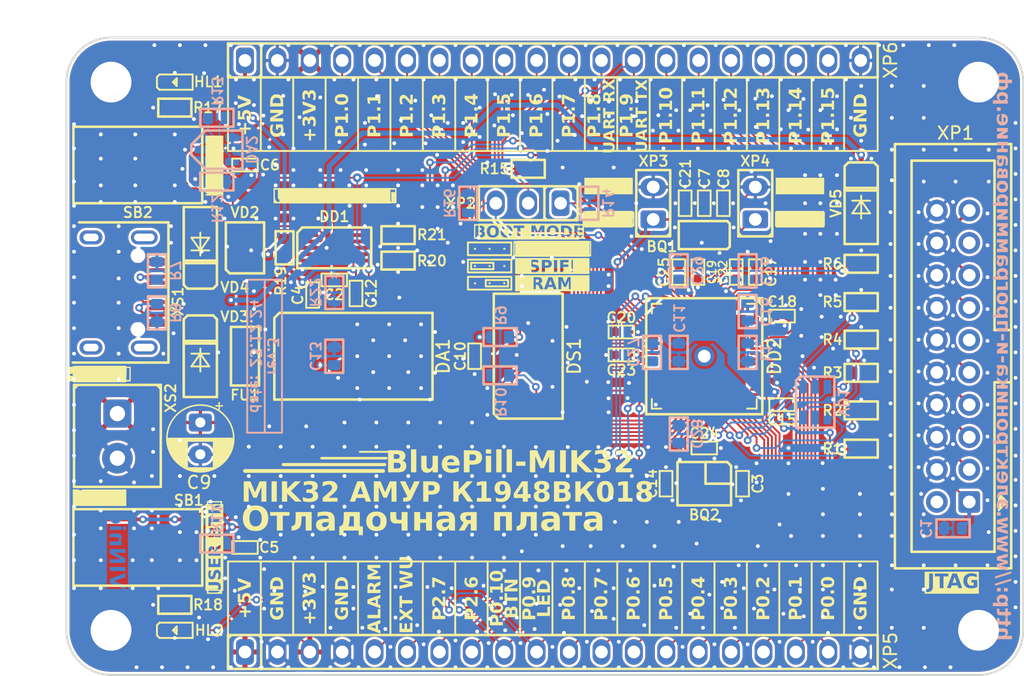
<source format=kicad_pcb>
(kicad_pcb (version 20240108) (generator "pcbnew") (generator_version "8.0")
  (title_block (date "23.12.24") (rev "3"))
  (layers (0 "F.Cu" signal) (31 "B.Cu" signal) (34 "B.Paste" user) (35 "F.Paste" user) (36 "B.SilkS" user "B.Silkscreen") (37 "F.SilkS" user "F.Silkscreen") (38 "B.Mask" user) (39 "F.Mask" user) (44 "Edge.Cuts" user))
  (property "ApprovedBy" "")
  (property "CheckedBy" "")
  (property "CompanyName" "VINnie")
  (property "DrawnBy" "Нечаев")
  (property "NormInspection" "")
  (property "PcbDocNumber" "BluePill-MIK32_PCB")
  (property "PrjDocNumber" "BluePill-MIK32")
  (property "Scale" "4:1")
  (property "TechInspection" "")
  (property "TitleStr1" "Отладочная плата")
  (property "TitleStr2" " MIK32 Амур К1948ВК018")
  (net 0 "")
  (net 5 "GND")
  (net 6 "/OSC32k_IN")
  (net 7 "/OSC32k_OUT")
  (net 8 "/OSC32M_IN")
  (net 9 "/OSC32M_OUT")
  (net 10 "+3V3D")
  (net 11 "+5V")
  (net 12 "/P0.10{slash}USER_BTN")
  (net 13 "/RESET")
  (net 14 "Net-(DD1-TNOW{slash}DTR)")
  (net 15 "/+3V3A")
  (net 16 "VPRG")
  (net 17 "Net-(DD2-Vcap_1)")
  (net 18 "Net-(DD2-Vcap_2)")
  (net 19 "Net-(DD2-Vcap_3)")
  (net 20 "Net-(DD2-Vcap_bu)")
  (net 21 "Net-(DA2-~{RESET})")
  (net 22 "/USB_D_P")
  (net 23 "/MC_UART_RX")
  (net 24 "/MC_UART_TX")
  (net 26 "Net-(DD1-CTS#)")
  (net 27 "/USB_D_N")
  (net 28 "/BOOT1")
  (net 29 "/P1.1")
  (net 30 "/P0.8")
  (net 31 "/P0.3")
  (net 32 "/P1.11")
  (net 33 "/JTAG_TCK")
  (net 34 "/P0.9{slash}USER_LED")
  (net 35 "/P1.8{slash}MC_UART_RX")
  (net 36 "/P2.7")
  (net 37 "/P1.3")
  (net 38 "/P1.6")
  (net 39 "/P1.4")
  (net 40 "/P1.15")
  (net 41 "/P0.5")
  (net 42 "/P0.6")
  (net 43 "/FLASH_DIO0")
  (net 44 "/P0.1")
  (net 45 "/JTAG_TDI")
  (net 46 "/FLASH_DIO3")
  (net 47 "/P1.0")
  (net 48 "/P1.2")
  (net 49 "/P2.6")
  (net 50 "/RTC_ALARM")
  (net 51 "/JTAG_TDO")
  (net 52 "/P0.4")
  (net 53 "/P0.2")
  (net 54 "/JTAG_TMS")
  (net 55 "/P1.9{slash}MC_UART_TX")
  (net 56 "/JTAG_TRSTn")
  (net 57 "/P0.0")
  (net 58 "/FLASH_DIO2")
  (net 59 "/BOOT0")
  (net 60 "/EXT_WU")
  (net 61 "/P0.7")
  (net 62 "/P1.5")
  (net 63 "/P1.13")
  (net 64 "/FLASH_DIO1")
  (net 65 "/FLASH_CLK")
  (net 66 "/P1.10")
  (net 67 "/FLASH_CS")
  (net 68 "/P1.14")
  (net 69 "/P1.7")
  (net 70 "+5V_IN")
  (net 71 "Net-(HL1-Pad1)")
  (net 72 "Net-(HL2-Pad1)")
  (net 73 "Net-(R1-Pad1)")
  (net 74 "Net-(R2-Pad1)")
  (net 75 "Net-(R3-Pad1)")
  (net 76 "Net-(R4-Pad1)")
  (net 77 "Net-(R5-Pad1)")
  (net 78 "Net-(R6-Pad1)")
  (net 79 "Net-(R7-Pad1)")
  (net 80 "Net-(R8-Pad1)")
  (net 81 "Net-(R15-Pad1)")
  (net 83 "Net-(VD3-Pad2)")
  (net 84 "Net-(VD4-Pad2)")
  (net 85 "Net-(VD5-Pad2)")
  (net 89 "VBAT")
  (net 90 "/P1.12")
  (footprint "PcbLib:QFN-64-1EP_8x8mm_P0.4mm_EP6.5x6.5mm" (layer "F.Cu") (at 224.325 142.975 -90)
    (property "Reference" "DD2")
    (property "Value" "MIK32 (К1948ВК018)" (hide yes))
  )
  (footprint "PcbLib:C_0402_1005Metric" (layer "F.Cu") (at 230.425 146.775)
    (property "Reference" "C15")
    (property "Value" "0,1 мк•50 В" (hide yes))
  )
  (footprint "PcbLib:C_0402_1005Metric" (layer "F.Cu") (at 221.325 152.975 90)
    (property "Reference" "C14")
    (property "Value" "22•50 В" (hide yes))
  )
  (footprint "PcbLib:C_0402_1005Metric" (layer "F.Cu") (at 230.425 139.825 180)
    (property "Reference" "C18")
    (property "Value" "0,1 мк•50 В" (hide yes))
  )
  (footprint "PcbLib:PinHeader_1x20_P2.54mm_Vertical" (layer "F.Cu") (at 188.325 119.775 90)
    (property "Reference" "XP6")
    (property "Value" "DS1021-1x20SF11-B" (hide yes))
  )
  (footprint "PcbLib:C_0402_1005Metric" (layer "F.Cu") (at 225.825 130.975 90)
    (property "Reference" "C8")
    (property "Value" "18•50 В" (hide yes))
  )
  (footprint "PcbLib:R_0603_1608Metric" (layer "F.Cu") (at 191.425 134.475 90)
    (property "Reference" "R19")
    (property "Value" "22" (hide yes))
  )
  (footprint "PcbLib:C_0402_1005Metric" (layer "F.Cu") (at 188.325 157.975 180)
    (property "Reference" "C5")
    (property "Value" "0,1 мк•50 В" (hide yes))
  )
  (footprint "PcbLib:C_0402_1005Metric" (layer "F.Cu") (at 227.325 152.975 -90)
    (property "Reference" "C3")
    (property "Value" "22•50 В" (hide yes))
  )
  (footprint "PcbLib:C_0402_1005Metric" (layer "F.Cu") (at 224.325 130.975 90)
    (property "Reference" "C7")
    (property "Value" "18•50 В" (hide yes))
  )
  (footprint "PcbLib:C_0402_1005Metric" (layer "F.Cu") (at 224.325 150.175)
    (property "Reference" "C24")
    (property "Value" "0,1 мк•50 В" (hide yes))
  )
  (footprint "PcbLib:D_SOD-128" (layer "F.Cu") (at 184.825 142.975 -90)
    (property "Reference" "VD3")
    (property "Value" "SS24" (hide yes))
  )
  (footprint "PcbLib:C_0402_1005Metric" (layer "F.Cu") (at 228.325 136.375 90)
    (property "Reference" "C17")
    (property "Value" "0,1 мк•50 В" (hide yes))
  )
  (footprint "PcbLib:SW_Push_1P1T_NO_6x6mm_H9.5mm" (layer "F.Cu") (at 179.925 127.975 180)
    (property "Reference" "SB2")
    (property "Value" "KLS7-TS6604-7.0-180-B" (hide yes))
  )
  (footprint "PcbLib:TO-252-2" (layer "F.Cu") (at 196.825 142.975)
    (property "Reference" "DA1")
    (property "Value" "КФ1158ЕН3.301А" (hide yes))
  )
  (footprint "PcbLib:SOIC-8_5.23x5.23mm_P1.27mm" (layer "F.Cu") (at 210.525 142.975 90)
    (property "Reference" "DS1")
    (property "Value" "PY25Q128HA-SUH" (hide yes))
  )
  (footprint "PcbLib:R_0603_1608Metric" (layer "F.Cu") (at 182.825 123.475)
    (property "Reference" "R17")
    (property "Value" "1 к" (hide yes))
  )
  (footprint "PcbLib:PinHeader_1x02_P2.54mm_Vertical" (layer "F.Cu") (at 228.325 132.245 180)
    (property "Reference" "XP4")
    (property "Value" "DS1021-1x2SF11-B" (hide yes))
  )
  (footprint "PcbLib:CP_Radial_D5.0mm_P2.50mm" (layer "F.Cu") (at 184.825 148.175 -90)
    (property "Reference" "C9")
    (property "Value" "47 мк•6,3В" (hide yes))
  )
  (footprint "PcbLib:PinHeader_1x02_P2.54mm_Vertical" (layer "F.Cu") (at 220.325 132.245 180)
    (property "Reference" "XP3")
    (property "Value" "DS1021-1x2SF11-B" (hide yes))
  )
  (footprint "PcbLib:R_0603_1608Metric" (layer "F.Cu") (at 182.825 162.475)
    (property "Reference" "R18")
    (property "Value" "1 к" (hide yes))
  )
  (footprint "PcbLib:R_0603_1608Metric" (layer "F.Cu") (at 200.325 135.475)
    (property "Reference" "R20")
    (property "Value" "22" (hide yes))
  )
  (footprint "PcbLib:R_0603_1608Metric" (layer "F.Cu") (at 236.625 144.275 180)
    (property "Reference" "R3")
    (property "Value" "22" (hide yes))
  )
  (footprint "PcbLib:R_0603_1608Metric" (layer "F.Cu") (at 236.625 147.225 180)
    (property "Reference" "R2")
    (property "Value" "22" (hide yes))
  )
  (footprint "PcbLib:TerminalBlock_4Ucon_1x02_P3.50mm_Horizontal" (layer "F.Cu") (at 178.325 149.225 -90)
    (property "Reference" "XS2")
    (property "Value" "DG350-3.5-02P-14" (hide yes))
  )
  (footprint "PcbLib:R_0603_1608Metric" (layer "F.Cu") (at 200.325 133.475)
    (property "Reference" "R21")
    (property "Value" "22" (hide yes))
  )
  (footprint "PcbLib:USB_C_Receptacle_GCT_USB4105-xx-A_16P_TopMnt_Horizontal" (layer "F.Cu") (at 177.325 137.975 -90)
    (property "Reference" "XS1")
    (property "Value" "TУPE-C-31-M-12" (hide yes))
  )
  (footprint "PcbLib:Crystal_SMD_3225-4Pin_3.2x2.5mm" (layer "F.Cu") (at 224.325 152.975 180)
    (property "Reference" "BQ2")
    (property "Value" "32 МГц" (hide yes))
  )
  (footprint "PcbLib:C_0402_1005Metric" (layer "F.Cu") (at 206.325 142.975 -90)
    (property "Reference" "C10")
    (property "Value" "0,1 мк•50 В" (hide yes))
  )
  (footprint "PcbLib:PinHeader_1x20_P2.54mm_Vertical" (layer "F.Cu") (at 188.325 166.175 90)
    (property "Reference" "XP5")
    (property "Value" "DS1021-1x20SF11-B" (hide yes))
  )
  (footprint "PcbLib:C_0402_1005Metric" (layer "F.Cu") (at 226.825 136.375 90)
    (property "Reference" "C22")
    (property "Value" "0,1 мк•50 В" (hide yes))
  )
  (footprint "PcbLib:D_SOD-128" (layer "F.Cu") (at 184.825 134.475 90)
    (property "Reference" "VD4")
    (property "Value" "SS24" (hide yes))
  )
  (footprint "PcbLib:SOT-23-6" (layer "F.Cu") (at 188.325 134.475 90)
    (property "Reference" "VD2")
    (property "Value" "IP4220CZ6F" (hide yes))
  )
  (footprint "PcbLib:C_0402_1005Metric" (layer "F.Cu") (at 195.325 136.99 180)
    (property "Reference" "C2")
    (property "Value" "0,1 мк•50 В" (hide yes))
  )
  (footprint "PcbLib:SW_Push_1P1T_NO_6x6mm_H9.5mm" (layer "F.Cu") (at 179.925 157.975)
    (property "Reference" "SB1")
    (property "Value" "KLS7-TS6604-7.0-180-B" (hide yes))
  )
  (footprint "PcbLib:Crystal_SMD_3215-2Pin_3.2x1.5mm" (layer "F.Cu") (at 224.325 133.475)
    (property "Reference" "BQ1")
    (property "Value" "32,768 кГц" (hide yes))
  )
  (footprint "PcbLib:MSOP-10_3x3mm_P0.5mm" (layer "F.Cu") (at 195.325 134.475)
    (property "Reference" "DD1")
    (property "Value" "CH340X" (hide yes))
  )
  (footprint "PcbLib:IDC-Header_2x10_P2.54mm_Vertical" (layer "F.Cu") (at 245.095 154.405 180)
    (property "Reference" "XP1")
    (property "Value" "DS1013-20S (IDC-20MS)" (hide yes))
  )
  (footprint "PcbLib:C_0402_1005Metric" (layer "F.Cu") (at 197.025 138.051 -90)
    (property "Reference" "C12")
    (property "Value" "2,2 мк•10 В" (hide yes))
  )
  (footprint "PcbLib:LED_0603_1608Metric" (layer "F.Cu") (at 182.825 164.475)
    (property "Reference" "HL2")
    (property "Value" "FYLS-0603UGC" (hide yes))
  )
  (footprint "PcbLib:C_0402_1005Metric" (layer "F.Cu") (at 193.625 138.175 90)
    (property "Reference" "C4")
    (property "Value" "0,1 мк•50 В" (hide yes))
  )
  (footprint "PcbLib:R_0603_1608Metric" (layer "F.Cu") (at 236.625 135.725 180)
    (property "Reference" "R6")
    (property "Value" "22" (hide yes))
  )
  (footprint "PcbLib:Fuse_1206_3216Metric" (layer "F.Cu") (at 188.325 142.975 -90)
    (property "Reference" "FU1")
    (property "Value" "0,12 А" (hide yes))
  )
  (footprint "PcbLib:PinHeader_1x03_P2.54mm_Vertical" (layer "F.Cu") (at 213.065 130.975 -90)
    (property "Reference" "XP2")
    (property "Value" "DS1021-1x3SF11" (hide yes))
  )
  (footprint "PcbLib:C_0402_1005Metric" (layer "F.Cu") (at 223.825 136.375 90)
    (property "Reference" "C19")
    (property "Value" "0,1 мк•50 В" (hide yes))
  )
  (footprint "PcbLib:R_0603_1608Metric" (layer "F.Cu") (at 236.625 150.225 180)
    (property "Reference" "R1")
    (property "Value" "22" (hide yes))
  )
  (footprint "PcbLib:R_0603_1608Metric" (layer "F.Cu") (at 236.625 141.675 180)
    (property "Reference" "R4")
    (property "Value" "22" (hide yes))
  )
  (footprint "PcbLib:R_0603_1608Metric" (layer "F.Cu") (at 236.625 138.725 180)
    (property "Reference" "R5")
    (property "Value" "22" (hide yes))
  )
  (footprint "PcbLib:LED_0603_1608Metric" (layer "F.Cu") (at 182.825 121.475)
    (property "Reference" "HL1")
    (property "Value" "FYLS-0603UGC" (hide yes))
  )
  (footprint "PcbLib:D_SOD-128" (layer "F.Cu") (at 236.625 130.975 -90)
    (property "Reference" "VD5")
    (property "Value" "SS24" (hide yes))
  )
  (footprint "PcbLib:C_0402_1005Metric" (layer "F.Cu") (at 222.825 130.975 90)
    (property "Reference" "C21")
    (property "Value" "0,1 мк•50 В" (hide yes))
  )
  (footprint "PcbLib:C_0402_1005Metric" (layer "F.Cu") (at 188.325 127.975 180)
    (property "Reference" "C6")
    (property "Value" "0,1 мк•50 В" (hide yes))
  )
  (footprint "PcbLib:R_0603_1608Metric" (layer "F.Cu") (at 210.525 128.275)
    (property "Reference" "R15")
    (property "Value" "22" (hide yes))
  )
  (footprint "PcbLib:C_0402_1005Metric" (layer "F.Cu") (at 222.325 136.375 90)
    (property "Reference" "C25")
    (property "Value" "0,1 мк•50 В" (hide yes))
  )
  (footprint "PcbLib:C_0402_1005Metric" (layer "F.Cu") (at 217.825 141.075 180)
    (property "Reference" "C20")
    (property "Value" "0,1 мк•50 В" (hide yes))
  )
  (footprint "PcbLib:C_0402_1005Metric" (layer "F.Cu") (at 217.825 142.875 180)
    (property "Reference" "C23")
    (property "Value" "0,1 мк•50 В" (hide yes))
  )
  (footprint "PcbLib:R_0603_1608Metric" (layer "B.Cu") (at 208.325 144.475 180)
    (property "Reference" "R10")
    (property "Value" "100 к" (hide yes))
  )
  (footprint "PcbLib:SOT-23" (layer "B.Cu") (at 186.125 126.775 180)
    (property "Reference" "DA2")
    (property "Value" "MAX809T" (hide yes))
  )
  (footprint "PcbLib:C_0603_1608Metric" (layer "B.Cu") (at 222.325 142.675 -90)
    (property "Reference" "C11")
    (property "Value" "4,7 мк•16В" (hide yes))
  )
  (footprint "PcbLib:R_0603_1608Metric" (layer "B.Cu") (at 181.425 139.575 -90)
    (property "Reference" "R8")
    (property "Value" "5,1 к" (hide yes))
  )
  (footprint "PcbLib:R_0603_1608Metric" (layer "B.Cu") (at 208.325 141.475 180)
    (property "Reference" "R9")
    (property "Value" "100 к" (hide yes))
  )
  (footprint "PcbLib:C_0603_1608Metric" (layer "B.Cu") (at 227.725 136.275 90)
    (property "Reference" "C26")
    (property "Value" "4,7 мк•16В" (hide yes))
  )
  (footprint "PcbLib:R_0603_1608Metric" (layer "B.Cu") (at 181.425 136.275 90)
    (property "Reference" "R7")
    (property "Value" "5,1 к" (hide yes))
  )
  (footprint "PcbLib:C_0603_1608Metric" (layer "B.Cu") (at 243.825 156.475 180)
    (property "Reference" "C1")
    (property "Value" "4,7 мк•16В" (hide yes))
  )
  (footprint "PcbLib:R_0603_1608Metric" (layer "B.Cu") (at 186.125 157.675 180)
    (property "Reference" "R11")
    (property "Value" "5,1 к" (hide yes))
  )
  (footprint "PcbLib:R_0603_1608Metric" (layer "B.Cu") (at 186.125 129.275 180)
    (property "Reference" "R12")
    (property "Value" "5,1 к" (hide yes))
  )
  (footprint "PcbLib:L_0603_1608Metric" (layer "B.Cu") (at 227.725 142.675 90)
    (property "Reference" "L1")
    (property "Value" "BLM18PG121SN1D" (hide yes))
  )
  (footprint "PcbLib:R_0603_1608Metric" (layer "B.Cu") (at 195.325 137.975 -90)
    (property "Reference" "R22")
    (property "Value" "5,1 к" (hide yes))
  )
  (footprint "PcbLib:R_0603_1608Metric" (layer "B.Cu") (at 205.825 130.975 90)
    (property "Reference" "R16")
    (property "Value" "5,1 к" (hide yes))
  )
  (footprint "PcbLib:C_0603_1608Metric" (layer "B.Cu") (at 222.325 149.075 -90)
    (property "Reference" "C28")
    (property "Value" "4,7 мк•16В" (hide yes))
  )
  (footprint "PcbLib:R_0603_1608Metric" (layer "B.Cu") (at 186.125 124.275)
    (property "Reference" "R13")
    (property "Value" "5,1 к" (hide yes))
  )
  (footprint "PcbLib:C_0603_1608Metric" (layer "B.Cu") (at 227.725 139.475 90)
    (property "Reference" "C16")
    (property "Value" "4,7 мк•16В" (hide yes))
  )
  (footprint "PcbLib:C_0603_1608Metric" (layer "B.Cu") (at 220.225 142.675 90)
    (property "Reference" "C27")
    (property "Value" "4,7 мк•16В" (hide yes))
  )
  (footprint "PcbLib:C_0603_1608Metric" (layer "B.Cu") (at 222.325 136.275 90)
    (property "Reference" "C29")
    (property "Value" "4,7 мк•16В" (hide yes))
  )
  (footprint "PcbLib:R_0603_1608Metric" (layer "B.Cu") (at 215.325 130.975 90)
    (property "Reference" "R14")
    (property "Value" "5,1 к" (hide yes))
  )
  (footprint "PcbLib:C_0603_1608Metric" (layer "B.Cu") (at 195.325 142.975 90)
    (property "Reference" "C13")
    (property "Value" "4,7 мк•16В" (hide yes))
  )
  (footprint "PcbLib:SOT-23-6" (layer "B.Cu") (at 233.025 146.575 -90)
    (property "Reference" "VD1")
    (property "Value" "IP4220CZ6F" (hide yes))
  )
  (gr_line (start 191.225 148.975) (end 191.225 136.975) (stroke (width 0.15)) (layer "B.SilkS"))
  (gr_line (start 189.875 148.975) (end 189.875 136.975) (stroke (width 0.15)) (layer "B.SilkS"))
  (gr_line (start 191.225 136.975) (end 188.5 136.975) (stroke (width 0.15)) (layer "B.SilkS"))
  (gr_line (start 188.5 148.975) (end 188.5 136.975) (stroke (width 0.15)) (layer "B.SilkS"))
  (gr_line (start 191.225 148.975) (end 188.5 148.975) (stroke (width 0.15)) (layer "B.SilkS"))
  (gr_line (start 207.8 135.65) (end 207.8 136.15) (stroke (width 0.15)) (layer "F.SilkS"))
  (gr_line (start 207.345 126.875) (end 207.345 121.12) (stroke (width 0.15)) (layer "F.SilkS"))
  (gr_line (start 194.645 164.86) (end 194.645 159.09) (stroke (width 0.15)) (layer "F.SilkS"))
  (gr_poly (pts (xy 233.725 128.975) (xy 233.725 130.275) (xy 229.925 130.275) (xy 229.925 128.975) (xy 233.225 128.975) (xy 233.225 129.1) (xy 230.37603 129.086435) (xy 230.37603 130.161435) (xy 233.194932 130.170725) (xy 233.194932 128.975)) (fill solid) (layer "F.SilkS"))
  (gr_line (start 225.125 164.86) (end 225.125 159.09) (stroke (width 0.15)) (layer "F.SilkS"))
  (gr_line (start 205.8 136.75) (end 205.8 137.75) (stroke (width 0.15)) (layer "F.SilkS"))
  (gr_line (start 197.185 126.875) (end 197.185 121.12) (stroke (width 0.15)) (layer "F.SilkS"))
  (gr_line (start 199.725 126.875) (end 199.725 121.12) (stroke (width 0.15)) (layer "F.SilkS"))
  (gr_line (start 206.05 135.65) (end 207.8 135.65) (stroke (width 0.15)) (layer "F.SilkS"))
  (gr_line (start 186.995 126.875) (end 186.995 121.105) (stroke (width 0.15)) (layer "F.SilkS"))
  (gr_line (start 206.05 136.15) (end 206.05 135.65) (stroke (width 0.15)) (layer "F.SilkS"))
  (gr_line (start 205.8 135.4) (end 205.8 136.4) (stroke (width 0.15)) (layer "F.SilkS"))
  (gr_rect (start 206.275 135.825) (end 206.425 135.975) (fill solid) (layer "F.SilkS"))
  (gr_line (start 197.325 150.475) (end 199.525 150.475) (stroke (width 0.15)) (layer "F.SilkS"))
  (gr_line (start 186.995 159.075) (end 237.915 159.075) (stroke (width 0.15)) (layer "F.SilkS"))
  (gr_line (start 192.105 164.86) (end 192.105 159.09) (stroke (width 0.15)) (layer "F.SilkS"))
  (gr_line (start 217.505 126.875) (end 217.505 121.12) (stroke (width 0.15)) (layer "F.SilkS"))
  (gr_rect (start 208.575 135.825) (end 208.725 135.975) (fill solid) (layer "F.SilkS"))
  (gr_line (start 186.995 164.845) (end 186.995 159.075) (stroke (width 0.15)) (layer "F.SilkS"))
  (gr_line (start 205.8 135.4) (end 209.2 135.4) (stroke (width 0.15)) (layer "F.SilkS"))
  (gr_line (start 214.965 126.875) (end 214.965 121.12) (stroke (width 0.15)) (layer "F.SilkS"))
  (gr_poly (pts (xy 174.825 143.725) (xy 174.825 145.025) (xy 179.025 145.025) (xy 179.025 143.725) (xy 174.925 143.725) (xy 174.925 143.85) (xy 178.87397 143.836435) (xy 178.87397 144.911435) (xy 174.955068 144.920725) (xy 174.955068 143.725)) (fill solid) (layer "F.SilkS"))
  (gr_line (start 235.285 126.875) (end 235.285 121.12) (stroke (width 0.15)) (layer "F.SilkS"))
  (gr_line (start 225.125 126.875) (end 225.125 121.12) (stroke (width 0.15)) (layer "F.SilkS"))
  (gr_line (start 205.8 134.05) (end 209.2 134.05) (stroke (width 0.15)) (layer "F.SilkS"))
  (gr_poly (pts (xy 209.5 136.625) (xy 209.5 137.875) (xy 215.325 137.875) (xy 215.325 136.625) (xy 209.575 136.625) (xy 209.575 136.7) (xy 213.85 136.7) (xy 213.85 137.807424) (xy 210.95 137.825) (xy 210.95 136.65)) (fill solid) (layer "F.SilkS"))
  (gr_line (start 222.585 126.875) (end 222.585 121.12) (stroke (width 0.15)) (layer "F.SilkS"))
  (gr_line (start 214.965 164.86) (end 214.965 159.09) (stroke (width 0.15)) (layer "F.SilkS"))
  (gr_rect (start 207.425 135.825) (end 207.575 135.975) (fill solid) (layer "F.SilkS"))
  (gr_line (start 209.2 136.75) (end 209.2 137.75) (stroke (width 0.15)) (layer "F.SilkS"))
  (gr_line (start 237.915 164.845) (end 237.915 159.075) (stroke (width 0.15)) (layer "F.SilkS"))
  (gr_rect (start 208.575 134.475) (end 208.725 134.625) (fill solid) (layer "F.SilkS"))
  (gr_line (start 209.2 135.4) (end 209.2 136.4) (stroke (width 0.15)) (layer "F.SilkS"))
  (gr_line (start 237.915 126.875) (end 237.915 121.105) (stroke (width 0.15)) (layer "F.SilkS"))
  (gr_line (start 209.885 126.875) (end 209.885 121.12) (stroke (width 0.15)) (layer "F.SilkS"))
  (gr_line (start 207.345 164.86) (end 207.345 159.09) (stroke (width 0.15)) (layer "F.SilkS"))
  (gr_line (start 212.425 164.86) (end 212.425 159.09) (stroke (width 0.15)) (layer "F.SilkS"))
  (gr_line (start 208.95 137.5) (end 207.225 137.5) (stroke (width 0.15)) (layer "F.SilkS"))
  (gr_line (start 212.425 126.875) (end 212.425 121.12) (stroke (width 0.15)) (layer "F.SilkS"))
  (gr_line (start 222.585 164.86) (end 222.585 159.09) (stroke (width 0.15)) (layer "F.SilkS"))
  (gr_line (start 199.15 151.975) (end 188.325 151.975) (stroke (width 0.3)) (layer "F.SilkS"))
  (gr_poly (pts (xy 206.625 132.575) (xy 206.625 133.825) (xy 214.525 133.825) (xy 214.525 132.575) (xy 206.725 132.575) (xy 206.725 132.65) (xy 214.475 132.65) (xy 214.475 133.75) (xy 206.725 133.75) (xy 206.725 132.575)) (fill solid) (layer "F.SilkS"))
  (gr_poly (pts (xy 174.825 153.425) (xy 174.825 154.725) (xy 179.025 154.725) (xy 179.025 153.425) (xy 175.325 153.425) (xy 175.325 153.55) (xy 178.37397 153.536435) (xy 178.37397 154.611435) (xy 175.555068 154.620725) (xy 175.555068 153.425)) (fill solid) (layer "F.SilkS"))
  (gr_line (start 205.8 134.05) (end 205.8 135.05) (stroke (width 0.15)) (layer "F.SilkS"))
  (gr_line (start 230.205 126.875) (end 230.205 121.12) (stroke (width 0.15)) (layer "F.SilkS"))
  (gr_rect (start 206.275 137.175) (end 206.425 137.325) (fill solid) (layer "F.SilkS"))
  (gr_rect (start 206.275 134.475) (end 206.425 134.625) (fill solid) (layer "F.SilkS"))
  (gr_line (start 235.285 164.86) (end 235.285 159.09) (stroke (width 0.15)) (layer "F.SilkS"))
  (gr_line (start 227.665 164.86) (end 227.665 159.09) (stroke (width 0.15)) (layer "F.SilkS"))
  (gr_line (start 230.205 164.86) (end 230.205 159.09) (stroke (width 0.15)) (layer "F.SilkS"))
  (gr_poly (pts (xy 185.225 161.375) (xy 186.625 161.375) (xy 186.625 154.575) (xy 185.225 154.575) (xy 185.225 161.275) (xy 185.45 161.275) (xy 185.436435 154.675) (xy 186.511435 154.675) (xy 186.520725 161.275) (xy 185.225 161.275)) (fill solid) (layer "F.SilkS"))
  (gr_rect (start 207.425 137.175) (end 207.575 137.325) (fill solid) (layer "F.SilkS"))
  (gr_line (start 207.2 137) (end 208.95 137) (stroke (width 0.15)) (layer "F.SilkS"))
  (gr_line (start 191.325 151.475) (end 199.275 151.475) (stroke (width 0.25)) (layer "F.SilkS"))
  (gr_line (start 207.8 136.15) (end 206.075 136.15) (stroke (width 0.15)) (layer "F.SilkS"))
  (gr_line (start 194.645 126.86) (end 194.645 121.09) (stroke (width 0.15)) (layer "F.SilkS"))
  (gr_line (start 207.2 137.5) (end 207.2 137) (stroke (width 0.15)) (layer "F.SilkS"))
  (gr_poly (pts (xy 214.925 131.575) (xy 214.925 132.875) (xy 218.725 132.875) (xy 218.725 131.575) (xy 215.025 131.575) (xy 215.025 131.7) (xy 218.67397 131.686435) (xy 218.67397 132.761435) (xy 215.055068 132.770725) (xy 215.055068 131.575)) (fill solid) (layer "F.SilkS"))
  (gr_line (start 205.8 136.75) (end 209.2 136.75) (stroke (width 0.15)) (layer "F.SilkS"))
  (gr_line (start 217.505 164.86) (end 217.505 159.09) (stroke (width 0.15)) (layer "F.SilkS"))
  (gr_poly (pts (xy 233.725 131.575) (xy 233.725 132.875) (xy 229.925 132.875) (xy 229.925 131.575) (xy 233.525 131.575) (xy 233.525 131.7) (xy 230.07603 131.686435) (xy 230.07603 132.761435) (xy 233.494932 132.770725) (xy 233.494932 131.575)) (fill solid) (layer "F.SilkS"))
  (gr_line (start 220.045 164.86) (end 220.045 159.09) (stroke (width 0.15)) (layer "F.SilkS"))
  (gr_line (start 227.665 126.875) (end 227.665 121.12) (stroke (width 0.15)) (layer "F.SilkS"))
  (gr_line (start 192.105 126.86) (end 192.105 121.09) (stroke (width 0.15)) (layer "F.SilkS"))
  (gr_line (start 205.8 136.4) (end 209.2 136.4) (stroke (width 0.15)) (layer "F.SilkS"))
  (gr_line (start 232.745 164.86) (end 232.745 159.09) (stroke (width 0.15)) (layer "F.SilkS"))
  (gr_line (start 204.805 164.86) (end 204.805 159.09) (stroke (width 0.15)) (layer "F.SilkS"))
  (gr_line (start 189.565 126.875) (end 189.565 121.105) (stroke (width 0.15)) (layer "F.SilkS"))
  (gr_line (start 194.325 150.975) (end 199.4 150.975) (stroke (width 0.2)) (layer "F.SilkS"))
  (gr_poly (pts (xy 191.025 129.795) (xy 191.025 130.995) (xy 199.725 130.995) (xy 199.725 129.795) (xy 191.125 129.795) (xy 191.125 129.92) (xy 199.525 129.906435) (xy 199.525 130.881435) (xy 191.225 130.890725) (xy 191.225 129.795)) (fill solid) (layer "F.SilkS"))
  (gr_poly (pts (xy 209.5 135.275) (xy 209.5 136.525) (xy 215.325 136.525) (xy 215.325 135.275) (xy 209.575 135.275) (xy 209.575 135.35) (xy 214.025 135.35) (xy 214.025 136.45) (xy 210.775 136.475) (xy 210.775 135.3)) (fill solid) (layer "F.SilkS"))
  (gr_line (start 204.805 126.875) (end 204.805 121.12) (stroke (width 0.15)) (layer "F.SilkS"))
  (gr_poly (pts (xy 185.225 130.375) (xy 186.625 130.375) (xy 186.625 125.675) (xy 185.225 125.675) (xy 185.225 130.275) (xy 185.45 130.275) (xy 185.436435 125.875) (xy 186.511435 125.875) (xy 186.520725 130.175) (xy 185.225 130.175)) (fill solid) (layer "F.SilkS"))
  (gr_poly (pts (xy 209.5 133.925) (xy 209.5 135.175) (xy 215.325 135.175) (xy 215.325 133.925) (xy 209.575 133.925) (xy 209.575 134) (xy 215.2 134) (xy 215.2 135.1) (xy 209.65 135.1) (xy 209.65 133.925)) (fill solid) (layer "F.SilkS"))
  (gr_line (start 209.2 134.05) (end 209.2 135.05) (stroke (width 0.15)) (layer "F.SilkS"))
  (gr_line (start 186.995 126.875) (end 237.915 126.875) (stroke (width 0.15)) (layer "F.SilkS"))
  (gr_line (start 197.185 164.86) (end 197.185 159.09) (stroke (width 0.15)) (layer "F.SilkS"))
  (gr_rect (start 208.575 137.175) (end 208.725 137.325) (fill solid) (layer "F.SilkS"))
  (gr_line (start 220.045 126.875) (end 220.045 121.12) (stroke (width 0.15)) (layer "F.SilkS"))
  (gr_poly (pts (xy 214.925 128.975) (xy 214.925 130.275) (xy 218.725 130.275) (xy 218.725 128.975) (xy 215.425 128.975) (xy 215.425 129.1) (xy 218.27397 129.086435) (xy 218.27397 130.161435) (xy 215.455068 130.170725) (xy 215.455068 128.975)) (fill solid) (layer "F.SilkS"))
  (gr_line (start 205.8 135.05) (end 209.2 135.05) (stroke (width 0.15)) (layer "F.SilkS"))
  (gr_line (start 189.565 164.845) (end 189.565 159.075) (stroke (width 0.15)) (layer "F.SilkS"))
  (gr_line (start 205.8 137.75) (end 209.2 137.75) (stroke (width 0.15)) (layer "F.SilkS"))
  (gr_line (start 209.885 164.86) (end 209.885 159.09) (stroke (width 0.15)) (layer "F.SilkS"))
  (gr_rect (start 207.425 134.475) (end 207.575 134.625) (fill solid) (layer "F.SilkS"))
  (gr_line (start 202.265 164.86) (end 202.265 159.09) (stroke (width 0.15)) (layer "F.SilkS"))
  (gr_line (start 232.745 126.875) (end 232.745 121.12) (stroke (width 0.15)) (layer "F.SilkS"))
  (gr_line (start 208.95 137) (end 208.95 137.5) (stroke (width 0.15)) (layer "F.SilkS"))
  (gr_line (start 202.265 126.875) (end 202.265 121.12) (stroke (width 0.15)) (layer "F.SilkS"))
  (gr_line (start 199.725 164.86) (end 199.725 159.09) (stroke (width 0.15)) (layer "F.SilkS"))
  (gr_line (start 249.325 164.475) (end 249.325 121.475) (stroke (width 0.15)) (layer "Edge.Cuts"))
  (gr_line (start 245.825 117.975) (end 177.825 117.975) (stroke (width 0.15)) (layer "Edge.Cuts"))
  (gr_arc (start 249.325 164.475) (mid 248.299874 166.949874) (end 245.825 167.975) (stroke (width 0.15)) (layer "Edge.Cuts"))
  (gr_arc (start 174.325 121.475) (mid 175.350126 119.000126) (end 177.825 117.975) (stroke (width 0.15)) (layer "Edge.Cuts"))
  (gr_line (start 174.325 121.475) (end 174.325 164.475) (stroke (width 0.15)) (layer "Edge.Cuts"))
  (gr_arc (start 245.825 117.975) (mid 248.299874 119.000126) (end 249.325 121.475) (stroke (width 0.15)) (layer "Edge.Cuts"))
  (gr_line (start 177.825 167.975) (end 245.825 167.975) (stroke (width 0.15)) (layer "Edge.Cuts"))
  (gr_arc (start 177.825 167.975) (mid 175.350126 166.949874) (end 174.325 164.475) (stroke (width 0.15)) (layer "Edge.Cuts"))
  (gr_text "VINnie" (at 177.525 161.275 270) (layer "B.Cu") (effects (font (size 1.2 1.2) (thickness 0.15) (bold yes) (italic yes)) (justify left bottom mirror)))
  (gr_text "rev.${REVISION}" (at 190.5 142.975 270) (layer "B.SilkS") (effects (font (size 0.8 0.8)) (justify mirror)))
  (gr_text "date: ${ISSUE_DATE}" (at 189.15 142.975 270) (layer "B.SilkS") (effects (font (size 0.8 0.8)) (justify mirror)))
  (gr_text "http://www.электроника-и-программирование.рф" (at 247.725 142.975 -90) (layer "B.SilkS") (effects (font (size 1.11 1.11) (thickness 0.15) (bold yes) (italic yes)) (justify mirror)))
  (gr_text "GND" (at 190.905 161.975 90) (layer "F.SilkS") (effects (font (size 1 1) (thickness 0.1) (bold yes) (italic yes))))
  (gr_text "P1.5" (at 208.685 124.095 90) (layer "F.SilkS") (effects (font (size 1 1) (thickness 0.1) (bold yes) (italic yes))))
  (gr_text "GND" (at 236.625 124.095 90) (layer "F.SilkS") (effects (font (size 1 1) (thickness 0.1) (bold yes) (italic yes))))
  (gr_text "Отладочная плата" (at 188.025 156.975 0) (layer "F.SilkS") (effects (font (size 1.9 1.9) (thickness 0.2) (bold yes) (italic yes)) (justify left bottom)))
  (gr_text "P1.11" (at 223.925 124.095 90) (layer "F.SilkS") (effects (font (size 1 1) (thickness 0.1) (bold yes) (italic yes))))
  (gr_text "GND" (at 195.985 161.975 90) (layer "F.SilkS") (effects (font (size 1 1) (thickness 0.1) (bold yes) (italic yes))))
  (gr_text "+3V3" (at 193.445 124.095 90) (layer "F.SilkS") (effects (font (size 1 1) (thickness 0.1) (bold yes) (italic yes))))
  (gr_text "P2.6" (at 206.145 161.975 90) (layer "F.SilkS") (effects (font (size 1 1) (thickness 0.1) (bold yes) (italic yes))))
  (gr_text "GND" (at 176.925 154.155 0) (layer "F.SilkS" knockout) (effects (font (size 0.91 0.91) (thickness 0.19) (bold yes))))
  (gr_text "+3V3" (at 193.445 161.975 90) (layer "F.SilkS") (effects (font (size 1 1) (thickness 0.1) (bold yes) (italic yes))))
  (gr_text "P1.15" (at 234.085 124.095 90) (layer "F.SilkS") (effects (font (size 1 1) (thickness 0.1) (bold yes) (italic yes))))
  (gr_text "RESET" (at 186.025 128.075 90) (layer "F.SilkS" knockout) (effects (font (size 0.93 0.93) (thickness 0.19) (bold yes))))
  (gr_text "P1.12" (at 226.465 124.095 90) (layer "F.SilkS") (effects (font (size 1 1) (thickness 0.1) (bold yes) (italic yes))))
  (gr_text "P0.8" (at 213.765 161.975 90) (layer "F.SilkS") (effects (font (size 1 1) (thickness 0.1) (bold yes) (italic yes))))
  (gr_text "P0.6" (at 218.845 161.975 90) (layer "F.SilkS") (effects (font (size 1 1) (thickness 0.1) (bold yes) (italic yes))))
  (gr_text "EXT WU" (at 201.625 164.75 90) (layer "F.SilkS") (effects (font (size 1 1) (thickness 0.1) (bold yes) (italic yes)) (justify left bottom)))
  (gr_text "P1.10" (at 221.385 124.095 90) (layer "F.SilkS") (effects (font (size 1 1) (thickness 0.1) (bold yes) (italic yes))))
  (gr_text "+5V" (at 188.365 161.975 90) (layer "F.SilkS") (effects (font (size 1 1) (thickness 0.1) (bold yes) (italic yes))))
  (gr_text "BTN" (at 209.275 161.975 90) (layer "F.SilkS") (effects (font (size 1 1) (thickness 0.1) (bold yes) (italic yes))))
  (gr_text "P1.7" (at 213.765 124.095 90) (layer "F.SilkS") (effects (font (size 1 1) (thickness 0.1) (bold yes) (italic yes))))
  (gr_text "MIK32 АМУР К1948ВК018" (at 188.025 154.65 0) (layer "F.SilkS") (effects (font (size 1.565 1.565) (thickness 0.2) (bold yes) (italic yes)) (justify left bottom)))
  (gr_text "SPIFI" (at 212.41 135.985 0) (layer "F.SilkS" knockout) (effects (font (size 0.93 0.93) (thickness 0.19) (bold yes))))
  (gr_text "P2.7" (at 203.605 161.975 90) (layer "F.SilkS") (effects (font (size 1 1) (thickness 0.1) (bold yes) (italic yes))))
  (gr_text "JTAG" (at 243.825 160.7 0) (layer "F.SilkS" knockout) (effects (font (size 1.12 1.12) (thickness 0.19) (bold yes))))
  (gr_text "ALARM" (at 198.525 161.975 90) (layer "F.SilkS") (effects (font (size 1 1) (thickness 0.1) (bold yes) (italic yes))))
  (gr_text "P0.1" (at 231.545 161.975 90) (layer "F.SilkS") (effects (font (size 1 1) (thickness 0.1) (bold yes) (italic yes))))
  (gr_text "P1.1" (at 198.525 124.095 90) (layer "F.SilkS") (effects (font (size 1 1) (thickness 0.1) (bold yes) (italic yes))))
  (gr_text "BOOT MODE" (at 210.575 133.275 0) (layer "F.SilkS" knockout) (effects (font (size 0.9 0.9) (thickness 0.19) (bold yes))))
  (gr_text "BluePill-MIK32" (at 199.325 152.375 0) (layer "F.SilkS") (effects (font (size 1.7 1.7) (thickness 0.2) (bold yes) (italic yes)) (justify left bottom)))
  (gr_text "LED" (at 211.815 161.975 90) (layer "F.SilkS") (effects (font (size 1 1) (thickness 0.1) (bold yes) (italic yes))))
  (gr_text "P1.14" (at 231.545 124.095 90) (layer "F.SilkS") (effects (font (size 1 1) (thickness 0.1) (bold yes) (italic yes))))
  (gr_text "UART TX" (at 219.465 124.145 90) (layer "F.SilkS") (effects (font (size 0.87 0.87) (thickness 0.1) (bold yes) (italic yes))))
  (gr_text "+5V" (at 188.365 124.095 90) (layer "F.SilkS") (effects (font (size 1 1) (thickness 0.1) (bold yes) (italic yes))))
  (gr_text "P0.10" (at 208.125 161.975 90) (layer "F.SilkS") (effects (font (size 1 1) (thickness 0.1) (bold yes) (italic yes))))
  (gr_text "P1.8" (at 215.755 124.095 90) (layer "F.SilkS") (effects (font (size 1 1) (thickness 0.1) (bold yes) (italic yes))))
  (gr_text "GND" (at 231.825 129.705 0) (layer "F.SilkS" knockout) (effects (font (size 0.91 0.91) (thickness 0.19) (bold yes))))
  (gr_text "P0.3" (at 226.465 161.975 90) (layer "F.SilkS") (effects (font (size 1 1) (thickness 0.1) (bold yes) (italic yes))))
  (gr_text "UART RX" (at 216.925 124.145 90) (layer "F.SilkS") (effects (font (size 0.87 0.87) (thickness 0.1) (bold yes) (italic yes))))
  (gr_text "P0.7" (at 216.305 161.975 90) (layer "F.SilkS") (effects (font (size 1 1) (thickness 0.1) (bold yes) (italic yes))))
  (gr_text "USB<->UART" (at 195.325 130.475 0) (layer "F.SilkS" knockout) (effects (font (size 0.93 0.93) (thickness 0.19) (bold yes))))
  (gr_text "P0.0" (at 234.085 161.975 90) (layer "F.SilkS") (effects (font (size 1 1) (thickness 0.1) (bold yes) (italic yes))))
  (gr_text "P0.4" (at 223.925 161.975 90) (layer "F.SilkS") (effects (font (size 1 1) (thickness 0.1) (bold yes) (italic yes))))
  (gr_text "EEPROM" (at 212.41 134.635 0) (layer "F.SilkS" knockout) (effects (font (size 0.93 0.93) (thickness 0.19) (bold yes))))
  (gr_text "P0.2" (at 229.005 161.975 90) (layer "F.SilkS") (effects (font (size 1 1) (thickness 0.1) (bold yes) (italic yes))))
  (gr_text "VPRG" (at 216.865 132.305 0) (layer "F.SilkS" knockout) (effects (font (size 0.91 0.91) (thickness 0.19) (bold yes))))
  (gr_text "GND" (at 216.825 129.705 0) (layer "F.SilkS" knockout) (effects (font (size 0.91 0.91) (thickness 0.19) (bold yes))))
  (gr_text "P1.13" (at 229.005 124.095 90) (layer "F.SilkS") (effects (font (size 1 1) (thickness 0.1) (bold yes) (italic yes))))
  (gr_text "P1.0" (at 195.985 124.095 90) (layer "F.SilkS") (effects (font (size 1 1) (thickness 0.1) (bold yes) (italic yes))))
  (gr_text "P1.3" (at 203.605 124.095 90) (layer "F.SilkS") (effects (font (size 1 1) (thickness 0.1) (bold yes) (italic yes))))
  (gr_text "RAM" (at 212.41 137.335 0) (layer "F.SilkS" knockout) (effects (font (size 0.93 0.93) (thickness 0.19) (bold yes))))
  (gr_text "GND" (at 236.625 161.975 90) (layer "F.SilkS") (effects (font (size 1 1) (thickness 0.1) (bold yes) (italic yes))))
  (gr_text "VBAT" (at 231.825 132.305 0) (layer "F.SilkS" knockout) (effects (font (size 0.91 0.91) (thickness 0.19) (bold yes))))
  (gr_text "P0.5" (at 221.385 161.975 90) (layer "F.SilkS") (effects (font (size 1 1) (thickness 0.1) (bold yes) (italic yes))))
  (gr_text "+5V IN" (at 176.925 144.455 0) (layer "F.SilkS" knockout) (effects (font (size 0.91 0.91) (thickness 0.19) (bold yes))))
  (gr_text "P1.4" (at 206.145 124.095 90) (layer "F.SilkS") (effects (font (size 1 1) (thickness 0.1) (bold yes) (italic yes))))
  (gr_text "P1.2" (at 201.065 124.095 90) (layer "F.SilkS") (effects (font (size 1 1) (thickness 0.1) (bold yes) (italic yes))))
  (gr_text "GND" (at 190.905 124.095 90) (layer "F.SilkS") (effects (font (size 1 1) (thickness 0.1) (bold yes) (italic yes))))
  (gr_text "P0.9" (at 210.665 161.975 90) (layer "F.SilkS") (effects (font (size 1 1) (thickness 0.1) (bold yes) (italic yes))))
  (gr_text "P1.9" (at 218.295 124.095 90) (layer "F.SilkS") (effects (font (size 1 1) (thickness 0.1) (bold yes) (italic yes))))
  (gr_text "USER BTN" (at 186.025 157.975 90) (layer "F.SilkS" knockout) (effects (font (size 0.93 0.93) (thickness 0.19) (bold yes))))
  (gr_text "P1.6" (at 211.225 124.095 90) (layer "F.SilkS") (effects (font (size 1 1) (thickness 0.1) (bold yes) (italic yes))))
  (via (at 224.325 142.975) (size 1.6) (drill 1) (layers "F.Cu" "B.Cu") (net 0))
  (segment (start 181.957965 134.775) (end 181.325 134.775) (width 0.3) (layer "F.Cu") (net 5))
  (segment (start 223.225 151.573979) (end 223.225 152.125) (width 0.15) (layer "F.Cu") (net 5))
  (segment (start 216.799528 145.007065) (end 216.867463 145.075) (width 0.15) (layer "F.Cu") (net 5))
  (segment (start 230.625 139.075) (end 230.725 138.975) (width 0.15) (layer "F.Cu") (net 5))
  (segment (start 203.225 141.075) (end 202.725 141.075) (width 0.15) (layer "F.Cu") (net 5))
  (segment (start 228.275 140.375) (end 228.825 140.375) (width 0.15) (layer "F.Cu") (net 5))
  (segment (start 182.525 132.775) (end 182.525 134.207965) (width 0.3) (layer "F.Cu") (net 5))
  (segment (start 229.825 142.075) (end 231.225 142.075) (width 0.15) (layer "F.Cu") (net 5))
  (segment (start 230.025 139.825) (end 230.025 139.375) (width 0.15) (layer "F.Cu") (net 5))
  (segment (start 181.325 141.175) (end 182.525 141.175) (width 0.3) (layer "F.Cu") (net 5))
  (segment (start 231.025 146.775) (end 230.925 146.675) (width 0.2) (layer "F.Cu") (net 5))
  (segment (start 217.325 140.375) (end 217.225 140.275) (width 0.15) (layer "F.Cu") (net 5))
  (segment (start 231.225 142.075) (end 231.925 141.375) (width 0.15) (layer "F.Cu") (net 5))
  (segment (start 224.525 137.392158) (end 224.525 137.275) (width 0.15) (layer "F.Cu") (net 5))
  (segment (start 230.925 146.675) (end 230.925 145.947812) (width 0.2) (layer "F.Cu") (net 5))
  (segment (start 228.825 140.375) (end 229.125 140.075) (width 0.15) (layer "F.Cu") (net 5))
  (segment (start 226.825 135.875) (end 226.825 135.481912) (width 0.15) (layer "F.Cu") (net 5))
  (segment (start 190.825 136.075) (end 191.925 137.175) (width 0.6) (layer "F.Cu") (net 5))
  (segment (start 217.325 142.875) (end 216.625 142.875) (width 0.25) (layer "F.Cu") (net 5))
  (segment (start 224.125 139.025) (end 224.125 138.357842) (width 0.15) (layer "F.Cu") (net 5))
  (segment (start 225.825 130.475) (end 225.825 129.675) (width 0.2) (layer "F.Cu") (net 5))
  (segment (start 226.825 135.481912) (end 227.531912 134.775) (width 0.15) (layer "F.Cu") (net 5))
  (segment (start 229.725 141.975) (end 229.825 142.075) (width 0.15) (layer "F.Cu") (net 5))
  (segment (start 228.275 141.975) (end 229.725 141.975) (width 0.15) (layer "F.Cu") (net 5))
  (segment (start 230.325 139.075) (end 230.625 139.075) (width 0.15) (layer "F.Cu") (net 5))
  (segment (start 226.125 134.675) (end 224.925 135.875) (width 0.15) (layer "F.Cu") (net 5))
  (segment (start 222.825 130.475) (end 222.825 129.675) (width 0.2) (layer "F.Cu") (net 5))
  (segment (start 217.225 140.275) (end 216.8 140.275) (width 0.15) (layer "F.Cu") (net 5))
  (segment (start 191.925 137.175) (end 192.45 137.7) (width 0.15) (layer "F.Cu") (net 5))
  (segment (start 217.325 141.075) (end 217.325 140.375) (width 0.15) (layer "F.Cu") (net 5))
  (segment (start 182.525 134.207965) (end 181.957965 134.775) (width 0.3) (layer "F.Cu") (net 5))
  (segment (start 202.725 141.075) (end 202.125 140.475) (width 0.15) (layer "F.Cu") (net 5))
  (segment (start 229.375 139.825) (end 229.125 140.075) (width 0.15) (layer "F.Cu") (net 5))
  (segment (start 216.867463 145.075) (end 218.425 145.075) (width 0.15) (layer "F.Cu") (net 5))
  (segment (start 193.6 137.7) (end 193.625 137.675) (width 0.15) (layer "F.Cu") (net 5))
  (segment (start 223.225 152.375) (end 223.225 152.125) (width 0.15) (layer "F.Cu") (net 5))
  (segment (start 220.375 144.775) (end 218.725 144.775) (width 0.15) (layer "F.Cu") (net 5))
  (segment (start 226.525 131.505) (end 226.525 133.709315) (width 0.15) (layer "F.Cu") (net 5))
  (segment (start 228.325 129.705) (end 226.525 131.505) (width 0.15) (layer "F.Cu") (net 5))
  (segment (start 230.025 139.375) (end 230.325 139.075) (width 0.15) (layer "F.Cu") (net 5))
  (segment (start 224.525 136.475) (end 224.625 136.375) (width 0.15) (layer "F.Cu") (net 5))
  (segment (start 230.025 139.825) (end 229.375 139.825) (width 0.15) (layer "F.Cu") (net 5))
  (segment (start 222.670578 152.929422) (end 223.225 152.375) (width 0.15) (layer "F.Cu") (net 5))
  (segment (start 227.531912 134.775) (end 227.725 134.775) (width 0.15) (layer "F.Cu") (net 5))
  (segment (start 224.525 137.275) (end 224.525 136.475) (width 0.15) (layer "F.Cu") (net 5))
  (segment (start 224.925 135.875) (end 223.825 135.875) (width 0.15) (layer "F.Cu") (net 5))
  (segment (start 224.325 130.475) (end 224.325 129.675) (width 0.2) (layer "F.Cu") (net 5))
  (segment (start 218.725 144.775) (end 218.425 145.075) (width 0.15) (layer "F.Cu") (net 5))
  (segment (start 222.736559 151.085538) (end 223.225 151.573979) (width 0.15) (layer "F.Cu") (net 5))
  (segment (start 182.525 141.175) (end 183.325 141.975) (width 0.15) (layer "F.Cu") (net 5))
  (segment (start 192.45 137.7) (end 193.6 137.7) (width 0.15) (layer "F.Cu") (net 5))
  (segment (start 222.133605 152.929422) (end 222.670578 152.929422) (width 0.15) (layer "F.Cu") (net 5))
  (segment (start 222.41107 151.085538) (end 222.736559 151.085538) (width 0.15) (layer "F.Cu") (net 5))
  (segment (start 230.925 145.947812) (end 230.031042 145.053854) (width 0.2) (layer "F.Cu") (net 5))
  (via (at 236.625 121.775) (size 0.6) (drill 0.3) (layers "F.Cu" "B.Cu") (net 5))
  (via (at 216.825 147.375) (size 0.6) (drill 0.3) (layers "F.Cu" "B.Cu") (net 5))
  (via (at 206.725 125.775) (size 0.6) (drill 0.3) (layers "F.Cu" "B.Cu") (net 5))
  (via (at 196.525 131.175) (size 0.6) (drill 0.3) (layers "F.Cu" "B.Cu") (net 5))
  (via (at 183.225 158.975) (size 0.6) (drill 0.3) (layers "F.Cu" "B.Cu") (net 5))
  (via (at 225.225 121.275) (size 0.6) (drill 0.3) (layers "F.Cu" "B.Cu") (net 5))
  (via (at 216.85 124.15) (size 0.6) (drill 0.3) (layers "F.Cu" "B.Cu") (net 5))
  (via (at 226.528517 153.023203) (size 0.6) (drill 0.3) (layers "F.Cu" "B.Cu") (net 5))
  (via (at 206.125 148.175) (size 0.6) (drill 0.3) (layers "F.Cu" "B.Cu") (net 5))
  (via (at 221.125 126.675) (size 0.6) (drill 0.3) (layers "F.Cu" "B.Cu") (net 5))
  (via (at 182.525 132.775) (size 0.6) (drill 0.3) (layers "F.Cu" "B.Cu") (net 5))
  (via (at 197.125 145.475) (size 0.6) (drill 0.3) (layers "F.Cu" "B.Cu") (net 5))
  (via (at 198.376139 138.557545) (size 0.6) (drill 0.3) (layers "F.Cu" "B.Cu") (net 5))
  (via (at 205.425 124.675) (size 0.6) (drill 0.3) (layers "F.Cu" "B.Cu") (net 5))
  (via (at 187.425 126.675) (size 0.6) (drill 0.3) (layers "F.Cu" "B.Cu") (net 5))
  (via (at 196.125 158.775) (size 0.6) (drill 0.3) (layers "F.Cu" "B.Cu") (net 5))
  (via (at 197.725 132.775) (size 0.6) (drill 0.3) (layers "F.Cu" "B.Cu") (net 5))
  (via (at 214.175 125.625) (size 0.6) (drill 0.3) (layers "F.Cu" "B.Cu") (net 5))
  (via (at 232.225 130.975) (size 0.6) (drill 0.3) (layers "F.Cu" "B.Cu") (net 5))
  (via (at 197.725 124.675) (size 0.6) (drill 0.3) (layers "F.Cu" "B.Cu") (net 5))
  (via (at 209.225 122.475) (size 0.6) (drill 0.3) (layers "F.Cu" "B.Cu") (net 5))
  (via (at 200.025 126.275) (size 0.6) (drill 0.3) (layers "F.Cu" "B.Cu") (net 5))
  (via (at 183.225 152.375) (size 0.6) (drill 0.3) (layers "F.Cu" "B.Cu") (net 5))
  (via (at 241.525 159.375) (size 0.6) (drill 0.3) (layers "F.Cu" "B.Cu") (net 5))
  (via (at 234.625 138.175) (size 0.6) (drill 0.3) (layers "F.Cu" "B.Cu") (net 5))
  (via (at 198.625 154.775) (size 0.6) (drill 0.3) (layers "F.Cu" "B.Cu") (net 5))
  (via (at 248.725 156.675) (size 0.6) (drill 0.3) (layers "F.Cu" "B.Cu") (net 5))
  (via (at 174.925 140.775) (size 0.6) (drill 0.3) (layers "F.Cu" "B.Cu") (net 5))
  (via (at 224.725 161.675) (size 0.6) (drill 0.3) (layers "F.Cu" "B.Cu") (net 5))
  (via (at 218.525 159.775) (size 0.6) (drill 0.3) (layers "F.Cu" "B.Cu") (net 5))
  (via (at 216.8 140.275) (size 0.6) (drill 0.3) (layers "F.Cu" "B.Cu") (net 5))
  (via (at 177.025 161.175) (size 0.6) (drill 0.3) (layers "F.Cu" "B.Cu") (net 5))
  (via (at 241.125 131.675) (size 0.6) (drill 0.3) (layers "F.Cu" "B.Cu") (net 5))
  (via (at 225.125 167.375) (size 0.6) (drill 0.3) (layers "F.Cu" "B.Cu") (net 5))
  (via (at 248.725 162.675) (size 0.6) (drill 0.3) (layers "F.Cu" "B.Cu") (net 5))
  (via (at 187.6 123.125) (size 0.6) (drill 0.3) (layers "F.Cu" "B.Cu") (net 5))
  (via (at 228.325 122.775) (size 0.6) (drill 0.3) (layers "F.Cu" "B.Cu") (net 5))
  (via (at 197.825 128.375) (size 0.6) (drill 0.3) (layers "F.Cu" "B.Cu") (net 5))
  (via (at 193.025 162.775) (size 0.6) (drill 0.3) (layers "F.Cu" "B.Cu") (net 5))
  (via (at 196.125 154.775) (size 0.6) (drill 0.3) (layers "F.Cu" "B.Cu") (net 5))
  (via (at 234.725 122.575) (size 0.6) (drill 0.3) (layers "F.Cu" "B.Cu") (net 5))
  (via (at 222.41107 151.085538) (size 0.6) (drill 0.3) (layers "F.Cu" "B.Cu") (net 5))
  (via (at 203.625 154.775) (size 0.6) (drill 0.3) (layers "F.Cu" "B.Cu") (net 5))
  (via (at 246.525 136.775) (size 0.6) (drill 0.3) (layers "F.Cu" "B.Cu") (net 5))
  (via (at 188.80802 134.670374) (size 0.6) (drill 0.3) (layers "F.Cu" "B.Cu") (net 5))
  (via (at 226.225 126.675) (size 0.6) (drill 0.3) (layers "F.Cu" "B.Cu") (net 5))
  (via (at 204.625 131.275) (size 0.6) (drill 0.3) (layers "F.Cu" "B.Cu") (net 5))
  (via (at 227.07395 123.683272) (size 0.6) (drill 0.3) (layers "F.Cu" "B.Cu") (net 5))
  (via (at 227.025 159.375) (size 0.6) (drill 0.3) (layers "F.Cu" "B.Cu") (net 5))
  (via (at 218.425 145.075) (size 0.6) (drill 0.3) (layers "F.Cu" "B.Cu") (net 5))
  (via (at 182.725 141.175) (size 0.6) (drill 0.3) (layers "F.Cu" "B.Cu") (net 5))
  (via (at 198.625 158.775) (size 0.6) (drill 0.3) (layers "F.Cu" "B.Cu") (net 5))
  (via (at 248.725 146.675) (size 0.6) (drill 0.3) (layers "F.Cu" "B.Cu") (net 5))
  (via (at 174.925 144.775) (size 0.6) (drill 0.3) (layers "F.Cu" "B.Cu") (net 5))
  (via (at 191.125 156.975) (size 0.6) (drill 0.3) (layers "F.Cu" "B.Cu") (net 5))
  (via (at 243.825 130.875) (size 0.6) (drill 0.3) (layers "F.Cu" "B.Cu") (net 5))
  (via (at 185.225 118.575) (size 0.6) (drill 0.3) (layers "F.Cu" "B.Cu") (net 5))
  (via (at 207.425 165.475) (size 0.6) (drill 0.3) (layers "F.Cu" "B.Cu") (net 5))
  (via (at 198.375 141.725) (size 0.6) (drill 0.3) (layers "F.Cu" "B.Cu") (net 5))
  (via (at 220.125 118.575) (size 0.6) (drill 0.3) (layers "F.Cu" "B.Cu") (net 5))
  (via (at 191.125 154.775) (size 0.6) (drill 0.3) (layers "F.Cu" "B.Cu") (net 5))
  (via (at 207.525 163.575) (size 0.6) (drill 0.3) (layers "F.Cu" "B.Cu") (net 5))
  (via (at 220.825 136.175) (size 0.6) (drill 0.3) (layers "F.Cu" "B.Cu") (net 5))
  (via (at 194.225 122.675) (size 0.6) (drill 0.3) (layers "F.Cu" "B.Cu") (net 5))
  (via (at 248.725 126.675) (size 0.6) (drill 0.3) (layers "F.Cu" "B.Cu") (net 5))
  (via (at 202.225 129.575) (size 0.6) (drill 0.3) (layers "F.Cu" "B.Cu") (net 5))
  (via (at 248.725 132.675) (size 0.6) (drill 0.3) (layers "F.Cu" "B.Cu") (net 5))
  (via (at 218.65 152.375) (size 0.6) (drill 0.3) (layers "F.Cu" "B.Cu") (net 5))
  (via (at 200.425 138.375) (size 0.6) (drill 0.3) (layers "F.Cu" "B.Cu") (net 5))
  (via (at 236.625 146.375) (size 0.6) (drill 0.3) (layers "F.Cu" "B.Cu") (net 5))
  (via (at 174.925 154.775) (size 0.6) (drill 0.3) (layers "F.Cu" "B.Cu") (net 5))
  (via (at 200.325 128.375) (size 0.6) (drill 0.3) (layers "F.Cu" "B.Cu") (net 5))
  (via (at 189.825 162.775) (size 0.6) (drill 0.3) (layers "F.Cu" "B.Cu") (net 5))
  (via (at 211.125 156.975) (size 0.6) (drill 0.3) (layers "F.Cu" "B.Cu") (net 5))
  (via (at 239.025 159.375) (size 0.6) (drill 0.3) (layers "F.Cu" "B.Cu") (net 5))
  (via (at 202.825 146.375) (size 0.6) (drill 0.3) (layers "F.Cu" "B.Cu") (net 5))
  (via (at 183.625 126.775) (size 0.6) (drill 0.3) (layers "F.Cu" "B.Cu") (net 5))
  (via (at 174.925 129.275) (size 0.6) (drill 0.3) (layers "F.Cu" "B.Cu") (net 5))
  (via (at 231.125 157.075) (size 0.6) (drill 0.3) (layers "F.Cu" "B.Cu") (net 5))
  (via (at 203.225 144.275) (size 0.6) (drill 0.3) (layers "F.Cu" "B.Cu") (net 5))
  (via (at 174.925 142.775) (size 0.6) (drill 0.3) (layers "F.Cu" "B.Cu") (net 5))
  (via (at 213.525 159.775) (size 0.6) (drill 0.3) (layers "F.Cu" "B.Cu") (net 5))
  (via (at 186.225 142.675) (size 0.6) (drill 0.3) (layers "F.Cu" "B.Cu") (net 5))
  (via (at 225.225 118.575) (size 0.6) (drill 0.3) (layers "F.Cu" "B.Cu") (net 5))
  (via (at 232.475 125.2) (size 0.6) (drill 0.3) (layers "F.Cu" "B.Cu") (net 5))
  (via (at 178.425 142.775) (size 0.6) (drill 0.3) (layers "F.Cu" "B.Cu") (net 5))
  (via (at 209.925 121.275) (size 0.6) (drill 0.3) (layers "F.Cu" "B.Cu") (net 5))
  (via (at 222.625 167.375) (size 0.6) (drill 0.3) (layers "F.Cu" "B.Cu") (net 5))
  (via (at 179.725 130.875) (size 0.6) (drill 0.3) (layers "F.Cu" "B.Cu") (net 5))
  (via (at 178.425 140.775) (size 0.6) (drill 0.3) (layers "F.Cu" "B.Cu") (net 5))
  (via (at 199.725 167.375) (size 0.6) (drill 0.3) (layers "F.Cu" "B.Cu") (net 5))
  (via (at 208.725 164.475) (size 0.6) (drill 0.3) (layers "F.Cu" "B.Cu") (net 5))
  (via (at 194.425 161.05) (size 0.6) (drill 0.3) (layers "F.Cu" "B.Cu") (net 5))
  (via (at 230.325 118.575) (size 0.6) (drill 0.3) (layers "F.Cu" "B.Cu") (net 5))
  (via (at 195.725 126.175) (size 0.6) (drill 0.3) (layers "F.Cu" "B.Cu") (net 5))
  (via (at 203.525 164.575) (size 0.6) (drill 0.3) (layers "F.Cu" "B.Cu") (net 5))
  (via (at 193.625 156.975) (size 0.6) (drill 0.3) (layers "F.Cu" "B.Cu") (net 5))
  (via (at 211.125 152.375) (size 0.6) (drill 0.3) (layers "F.Cu" "B.Cu") (net 5))
  (via (at 190.825 136.075) (size 0.6) (drill 0.3) (layers "F.Cu" "B.Cu") (net 5))
  (via (at 219.825 155.975) (size 0.6) (drill 0.3) (layers "F.Cu" "B.Cu") (net 5))
  (via (at 194.475 137.975) (size 0.6) (drill 0.3) (layers "F.Cu" "B.Cu") (net 5))
  (via (at 191.725 167.375) (size 0.6) (drill 0.3) (layers "F.Cu" "B.Cu") (net 5))
  (via (at 241.125 151.675) (size 0.6) (drill 0.3) (layers "F.Cu" "B.Cu") (net 5))
  (via (at 232.225 135.575) (size 0.6) (drill 0.3) (layers "F.Cu" "B.Cu") (net 5))
  (via (at 195.125 118.575) (size 0.6) (drill 0.3) (layers "F.Cu" "B.Cu") (net 5))
  (via (at 233.625 157.075) (size 0.6) (drill 0.3) (layers "F.Cu" "B.Cu") (net 5))
  (via (at 181.125 123.475) (size 0.6) (drill 0.3) (layers "F.Cu" "B.Cu") (net 5))
  (via (at 217.625 165.375) (size 0.6) (drill 0.3) (layers "F.Cu" "B.Cu") (net 5))
  (via (at 241.325 153.775) (size 0.6) (drill 0.3) (layers "F.Cu" "B.Cu") (net 5))
  (via (at 230.031042 145.053854) (size 0.6) (drill 0.3) (layers "F.Cu" "B.Cu") (net 5))
  (via (at 243.825 144.775) (size 0.6) (drill 0.3) (layers "F.Cu" "B.Cu") (net 5))
  (via (at 206.325 144.375) (size 0.6) (drill 0.3) (layers "F.Cu" "B.Cu") (net 5))
  (via (at 196.125 152.375) (size 0.6) (drill 0.3) (layers "F.Cu" "B.Cu") (net 5))
  (via (at 197.225 167.375) (size 0.6) (drill 0.3) (layers "F.Cu" "B.Cu") (net 5))
  (via (at 229.125 159.375) (size 0.6) (drill 0.3) (layers "F.Cu" "B.Cu") (net 5))
  (via (at 177.025 130.875) (size 0.6) (drill 0.3) (layers "F.Cu" "B.Cu") (net 5))
  (via (at 221.325 151.675) (size 0.6) (drill 0.3) (layers "F.Cu" "B.Cu") (net 5))
  (via (at 201.125 148.175) (size 0.6) (drill 0.3) (layers "F.Cu" "B.Cu") (net 5))
  (via (at 177.025 125.575) (size 0.6) (drill 0.3) (layers "F.Cu" "B.Cu") (net 5))
  (via (at 243.825 137.175) (size 0.6) (drill 0.3) (layers "F.Cu" "B.Cu") (net 5))
  (via (at 203.32 162.825) (size 0.6) (drill 0.3) (layers "F.Cu" "B.Cu") (net 5))
  (via (at 204.825 167.375) (size 0.6) (drill 0.3) (layers "F.Cu" "B.Cu") (net 5))
  (via (at 174.925 138.775) (size 0.6) (drill 0.3) (layers "F.Cu" "B.Cu") (net 5))
  (via (at 183.225 154.675) (size 0.6) (drill 0.3) (layers "F.Cu" "B.Cu") (net 5))
  (via (at 222.133605 152.929422) (size 0.6) (drill 0.3) (layers "F.Cu" "B.Cu") (net 5))
  (via (at 211.125 150.1) (size 0.6) (drill 0.3) (layers "F.Cu" "B.Cu") (net 5))
  (via (at 241.525 124.275) (size 0.6) (drill 0.3) (layers "F.Cu" "B.Cu") (net 5))
  (via (at 239.025 161.275) (size 0.6) (drill 0.3) (layers "F.Cu" "B.Cu") (net 5))
  (via (at 246.525 151.775) (size 0.6) (drill 0.3) (layers "F.Cu" "B.Cu") (net 5))
  (via (at 216.325 131.275) (size 0.6) (drill 0.3) (layers "F.Cu" "B.Cu") (net 5))
  (via (at 178.425 134.775) (size 0.6) (drill 0.3) (layers "F.Cu" "B.Cu") (net 5))
  (via (at 186.725 132.175) (size 0.6) (drill 0.3) (layers "F.Cu" "B.Cu") (net 5))
  (via (at 227.725 165.575) (size 0.6) (drill 0.3) (layers "F.Cu" "B.Cu") (net 5))
  (via (at 185.225 130.875) (size 0.6) (drill 0.3) (layers "F.Cu" "B.Cu") (net 5))
  (via (at 226.825 151.675) (size 0.6) (drill 0.3) (layers "F.Cu" "B.Cu") (net 5))
  (via (at 181.125 150.475) (size 0.6) (drill 0.3) (layers "F.Cu" "B.Cu") (net 5))
  (via (at 246.525 141.775) (size 0.6) (drill 0.3) (layers "F.Cu" "B.Cu") (net 5))
  (via (at 238.925 149.175) (size 0.6) (drill 0.3) (layers "F.Cu" "B.Cu") (net 5))
  (via (at 181.925 142.775) (size 0.6) (drill 0.3) (layers "F.Cu" "B.Cu") (net 5))
  (via (at 186.925 134.375) (size 0.6) (drill 0.3) (layers "F.Cu" "B.Cu") (net 5))
  (via (at 246.525 144.275) (size 0.6) (drill 0.3) (layers "F.Cu" "B.Cu") (net 5))
  (via (at 216.025 159.775) (size 0.6) (drill 0.3) (layers "F.Cu" "B.Cu") (net 5))
  (via (at 204.225 134.075) (size 0.6) (drill 0.3) (layers "F.Cu" "B.Cu") (net 5))
  (via (at 236.85 143.3) (size 0.6) (drill 0.3) (layers "F.Cu" "B.Cu") (net 5))
  (via (at 224.325 129.675) (size 0.6) (drill 0.3) (layers "F.Cu" "B.Cu") (net 5))
  (via (at 201.675 122.925) (size 0.6) (drill 0.3) (layers "F.Cu" "B.Cu") (net 5))
  (via (at 222.065234 130.977629) (size 0.6) (drill 0.3) (layers "F.Cu" "B.Cu") (net 5))
  (via (at 201.125 158.775) (size 0.6) (drill 0.3) (layers "F.Cu" "B.Cu") (net 5))
  (via (at 211.125 154.775) (size 0.6) (drill 0.3) (layers "F.Cu" "B.Cu") (net 5))
  (via (at 209.925 118.575) (size 0.6) (drill 0.3) (layers "F.Cu" "B.Cu") (net 5))
  (via (at 174.925 152.775) (size 0.6) (drill 0.3) (layers "F.Cu" "B.Cu") (net 5))
  (via (at 234.725 126.675) (size 0.6) (drill 0.3) (layers "F.Cu" "B.Cu") (net 5))
  (via (at 186.775 160.4) (size 0.6) (drill 0.3) (layers "F.Cu" "B.Cu") (net 5))
  (via (at 208.625 150.075) (size 0.6) (drill 0.3) (layers "F.Cu" "B.Cu") (net 5))
  (via (at 231.825 161.275) (size 0.6) (drill 0.3) (layers "F.Cu" "B.Cu") (net 5))
  (via (at 194.225 129.575) (size 0.6) (drill 0.3) (layers "F.Cu" "B.Cu") (net 5))
  (via (at 192.825 136.175) (size 0.6) (drill 0.3) (layers "F.Cu" "B.Cu") (net 5))
  (via (at 189.225 132.175) (size 0.6) (drill 0.3) (layers "F.Cu" "B.Cu") (net 5))
  (via (at 183.425 128.275) (size 0.6) (drill 0.3) (layers "F.Cu" "B.Cu") (net 5))
  (via (at 187.225 118.575) (size 0.6) (drill 0.3) (layers "F.Cu" "B.Cu") (net 5))
  (via (at 221.625 134.175) (size 0.6) (drill 0.3) (layers "F.Cu" "B.Cu") (net 5))
  (via (at 208.68 162.335) (size 0.6) (drill 0.3) (layers "F.Cu" "B.Cu") (net 5))
  (via (at 225.625 150.175) (size 0.6) (drill 0.3) (layers "F.Cu" "B.Cu") (net 5))
  (via (at 246.625 129.275) (size 0.6) (drill 0.3) (layers "F.Cu" "B.Cu") (net 5))
  (via (at 234.725 130.975) (size 0.6) (drill 0.3) (layers "F.Cu" "B.Cu") (net 5))
  (via (at 188.625 150.075) (size 0.6) (drill 0.3) (layers "F.Cu" "B.Cu") (net 5))
  (via (at 230.925 150.175) (size 0.6) (drill 0.3) (layers "F.Cu" "B.Cu") (net 5))
  (via (at 232.225 136.975) (size 0.6) (drill 0.3) (layers "F.Cu" "B.Cu") (net 5))
  (via (at 215.725 121.275) (size 0.6) (drill 0.3) (layers "F.Cu" "B.Cu") (net 5))
  (via (at 245.825 164.475) (size 6) (drill 3.2) (layers "F.Cu" "B.Cu") (net 5))
  (via (at 212.425 165.775) (size 0.6) (drill 0.3) (layers "F.Cu" "B.Cu") (net 5))
  (via (at 187.225 167.375) (size 0.6) (drill 0.3) (layers "F.Cu" "B.Cu") (net 5))
  (via (at 178.425 136.875) (size 0.6) (drill 0.3) (layers "F.Cu" "B.Cu") (net 5))
  (via (at 211.325 159.775) (size 0.6) (drill 0.3) (layers "F.Cu" "B.Cu") (net 5))
  (via (at 206.625 133.675) (size 0.6) (drill 0.3) (layers "F.Cu" "B.Cu") (net 5))
  (via (at 214.75 124.15) (size 0.6) (drill 0.3) (layers "F.Cu" "B.Cu") (net 5))
  (via (at 200.325 129.575) (size 0.6) (drill 0.3) (layers "F.Cu" "B.Cu") (net 5))
  (via (at 232.825 118.575) (size 0.6) (drill 0.3) (layers "F.Cu" "B.Cu") (net 5))
  (via (at 218.995 130.975) (size 0.6) (drill 0.3) (layers "F.Cu" "B.Cu") (net 5))
  (via (at 191.125 152.375) (size 0.6) (drill 0.3) (layers "F.Cu" "B.Cu") (net 5))
  (via (at 241.125 136.675) (size 0.6) (drill 0.3) (layers "F.Cu" "B.Cu") (net 5))
  (via (at 174.925 132.775) (size 0.6) (drill 0.3) (layers "F.Cu" "B.Cu") (net 5))
  (via (at 179.625 155.075) (size 0.6) (drill 0.3) (layers "F.Cu" "B.Cu") (net 5))
  (via (at 220.425 157.875) (size 0.6) (drill 0.3) (layers "F.Cu" "B.Cu") (net 5))
  (via (at 232.925 143.875) (size 0.6) (drill 0.3) (layers "F.Cu" "B.Cu") (net 5))
  (via (at 236.525 159.375) (size 0.6) (drill 0.3) (layers "F.Cu" "B.Cu") (net 5))
  (via (at 232.125 163.375) (size 0.6) (drill 0.3) (layers "F.Cu" "B.Cu") (net 5))
  (via (at 248.725 144.675) (size 0.6) (drill 0.3) (layers "F.Cu" "B.Cu") (net 5))
  (via (at 174.925 156.975) (size 0.6) (drill 0.3) (layers "F.Cu" "B.Cu") (net 5))
  (via (at 196.125 156.975) (size 0.6) (drill 0.3) (layers "F.Cu" "B.Cu") (net 5))
  (via (at 197.325 146.375) (size 0.6) (drill 0.3) (layers "F.Cu" "B.Cu") (net 5))
  (via (at 204.525 161.175) (size 0.6) (drill 0.3) (layers "F.Cu" "B.Cu") (net 5))
  (via (at 238.925 141.675) (size 0.6) (drill 0.3) (layers "F.Cu" "B.Cu") (net 5))
  (via (at 213.325 164.675) (size 0.6) (drill 0.3) (layers "F.Cu" "B.Cu") (net 5))
  (via (at 199.625 142.975) (size 0.6) (drill 0.3) (layers "F.Cu" "B.Cu") (net 5))
  (via (at 229.625 122.575) (size 0.6) (drill 0.3) (layers "F.Cu" "B.Cu") (net 5))
  (via (at 223.225 163.175) (size 0.6) (drill 0.3) (layers "F.Cu" "B.Cu") (net 5))
  (via (at 191.725 118.575) (size 0.6) (drill 0.3) (layers "F.Cu" "B.Cu") (net 5))
  (via (at 185.425 165.175) (size 0.6) (drill 0.3) (layers "F.Cu" "B.Cu") (net 5))
  (via (at 202.325 118.575) (size 0.6) (drill 0.3) (layers "F.Cu" "B.Cu") (net 5))
  (via (at 204.225 124.675) (size 0.6) (drill 0.3) (layers "F.Cu" "B.Cu") (net 5))
  (via (at 248.725 140.675) (size 0.6) (drill 0.3) (layers "F.Cu" "B.Cu") (net 5))
  (via (at 236.625 140.675) (size 0.6) (drill 0.3) (layers "F.Cu" "B.Cu") (net 5))
  (via (at 229.475 136.85) (size 0.6) (drill 0.3) (layers "F.Cu" "B.Cu") (net 5))
  (via (at 234.725 128.775) (size 0.6) (drill 0.3) (layers "F.Cu" "B.Cu") (net 5))
  (via (at 217.025 154.075) (size 0.6) (drill 0.3) (layers "F.Cu" "B.Cu") (net 5))
  (via (at 233.625 163.375) (size 0.6) (drill 0.3) (layers "F.Cu" "B.Cu") (net 5))
  (via (at 192.225 158.775) (size 0.6) (drill 0.3) (layers "F.Cu" "B.Cu") (net 5))
  (via (at 179.825 167.375) (size 0.6) (drill 0.3) (layers "F.Cu" "B.Cu") (net 5))
  (via (at 235.425 118.575) (size 0.6) (drill 0.3) (layers "F.Cu" "B.Cu") (net 5))
  (via (at 200.55 124.45) (size 0.6) (drill 0.3) (layers "F.Cu" "B.Cu") (net 5))
  (via (at 189.025 139.275) (size 0.6) (drill 0.3) (layers "F.Cu" "B.Cu") (net 5))
  (via (at 236.525 157.075) (size 0.6) (drill 0.3) (layers "F.Cu" "B.Cu") (net 5))
  (via (at 206.125 152.375) (size 0.6) (drill 0.3) (layers "F.Cu" "B.Cu") (net 5))
  (via (at 182.825 120.745) (size 0.6) (drill 0.3) (layers "F.Cu" "B.Cu") (net 5))
  (via (at 235.025 139.875) (size 0.6) (drill 0.3) (layers "F.Cu" "B.Cu") (net 5))
  (via (at 221.325 150.1) (size 0.6) (drill 0.3) (layers "F.Cu" "B.Cu") (net 5))
  (via (at 201.125 144.225) (size 0.6) (drill 0.3) (layers "F.Cu" "B.Cu") (net 5))
  (via (at 192.6 124.225) (size 0.6) (drill 0.3) (layers "F.Cu" "B.Cu") (net 5))
  (via (at 205.425 126.175) (size 0.6) (drill 0.3) (layers "F.Cu" "B.Cu") (net 5))
  (via (at 202.325 121.275) (size 0.6) (drill 0.3) (layers "F.Cu" "B.Cu") (net 5))
  (via (at 239.025 153.775) (size 0.6) (drill 0.3) (layers "F.Cu" "B.Cu") (net 5))
  (via (at 214.225 121.275) (size 0.6) (drill 0.3) (layers "F.Cu" "B.Cu") (net 5))
  (via (at 232.025 142.975) (size 0.6) (drill 0.3) (layers "F.Cu" "B.Cu") (net 5))
  (via (at 200.875 141.725) (size 0.6) (drill 0.3) (layers "F.Cu" "B.Cu") (net 5))
  (via (at 196.125 148.175) (size 0.6) (drill 0.3) (layers "F.Cu" "B.Cu") (net 5))
  (via (at 243.825 149.875) (size 0.6) (drill 0.3) (layers "F.Cu" "B.Cu") (net 5))
  (via (at 203.225 141.075) (size 0.6) (drill 0.3) (layers "F.Cu" "B.Cu") (net 5))
  (via (at 243.825 147.375) (size 0.6) (drill 0.3) (layers "F.Cu" "B.Cu") (net 5))
  (via (at 219.625 164.075) (size 0.6) (drill 0.3) (layers "F.Cu" "B.Cu") (net 5))
  (via (at 234.725 133.375) (size 0.6) (drill 0.3) (layers "F.Cu" "B.Cu") (net 5))
  (via (at 211.175 162.4) (size 0.6) (drill 0.3) (layers "F.Cu" "B.Cu") (net 5))
  (via (at 239.025 164.275) (size 0.6) (drill 0.3) (layers "F.Cu" "B.Cu") (net 5))
  (via (at 178.425 144.775) (size 0.6) (drill 0.3) (layers "F.Cu" "B.Cu") (net 5))
  (via (at 208.625 158.775) (size 0.6) (drill 0.3) (layers "F.Cu" "B.Cu") (net 5))
  (via (at 187.625 121.275) (size 0.6) (drill 0.3) (layers "F.Cu" "B.Cu") (net 5))
  (via (at 215.025 118.575) (size 0.6) (drill 0.3) (layers "F.Cu" "B.Cu") (net 5))
  (via (at 228.369427 124.987669) (size 0.6) (drill 0.3) (layers "F.Cu" "B.Cu") (net 5))
  (via (at 197.325 118.575) (size 0.6) (drill 0.3) (layers "F.Cu" "B.Cu") (net 5))
  (via (at 202.625 161.075) (size 0.6) (drill 0.3) (layers "F.Cu" "B.Cu") (net 5))
  (via (at 210.025 125.475) (size 0.6) (drill 0.3) (layers "F.Cu" "B.Cu") (net 5))
  (via (at 189.625 165.375) (size 0.6) (drill 0.3) (layers "F.Cu" "B.Cu") (net 5))
  (via (at 227.625 167.375) (size 0.6) (drill 0.3) (layers "F.Cu" "B.Cu") (net 5))
  (via (at 217.525 118.575) (size 0.6) (drill 0.3) (layers "F.Cu" "B.Cu") (net 5))
  (via (at 212.425 145.375) (size 0.6) (drill 0.3) (layers "F.Cu" "B.Cu") (net 5))
  (via (at 225.837592 122.86184) (size 0.6) (drill 0.3) (layers "F.Cu" "B.Cu") (net 5))
  (via (at 203.625 150.075) (size 0.6) (drill 0.3) (layers "F.Cu" "B.Cu") (net 5))
  (via (at 235.825 127.475) (size 0.6) (drill 0.3) (layers "F.Cu" "B.Cu") (net 5))
  (via (at 227.725 134.775) (size 0.6) (drill 0.3) (layers "F.Cu" "B.Cu") (net 5))
  (via (at 225.825 129.675) (size 0.6) (drill 0.3) (layers "F.Cu" "B.Cu") (net 5))
  (via (at 222.125 164.275) (size 0.6) (drill 0.3) (layers "F.Cu" "B.Cu") (net 5))
  (via (at 233.425 130.975) (size 0.6) (drill 0.3) (layers "F.Cu" "B.Cu") (net 5))
  (via (at 212.425 141.775) (size 0.6) (drill 0.3) (layers "F.Cu" "B.Cu") (net 5))
  (via (at 209.35 135.25) (size 0.6) (drill 0.3) (layers "F.Cu" "B.Cu") (net 5))
  (via (at 241.525 161.275) (size 0.6) (drill 0.3) (layers "F.Cu" "B.Cu") (net 5))
  (via (at 222.825 129.675) (size 0.6) (drill 0.3) (layers "F.Cu" "B.Cu") (net 5))
  (via (at 248.725 124.675) (size 0.6) (drill 0.3) (layers "F.Cu" "B.Cu") (net 5))
  (via (at 206.125 150.075) (size 0.6) (drill 0.3) (layers "F.Cu" "B.Cu") (net 5))
  (via (at 181.825 167.375) (size 0.6) (drill 0.3) (layers "F.Cu" "B.Cu") (net 5))
  (via (at 190.225 148.475) (size 0.6) (drill 0.3) (layers "F.Cu" "B.Cu") (net 5))
  (via (at 227.725 121.275) (size 0.6) (drill 0.3) (layers "F.Cu" "B.Cu") (net 5))
  (via (at 238.925 146.675) (size 0.6) (drill 0.3) (layers "F.Cu" "B.Cu") (net 5))
  (via (at 193.625 158.775) (size 0.6) (drill 0.3) (layers "F.Cu" "B.Cu") (net 5))
  (via (at 184.925 134.775) (size 0.6) (drill 0.3) (layers "F.Cu" "B.Cu") (net 5))
  (via (at 181.125 148.7) (size 0.6) (drill 0.3) (layers "F.Cu" "B.Cu") (net 5))
  (via (at 224.825 125.275) (size 0.6) (drill 0.3) (layers "F.Cu" "B.Cu") (net 5))
  (via (at 215.125 165.375) (size 0.6) (drill 0.3) (layers "F.Cu" "B.Cu") (net 5))
  (via (at 217.925 157.875) (size 0.6) (drill 0.3) (layers "F.Cu" "B.Cu") (net 5))
  (via (at 196.825 161.075) (size 0.6) (drill 0.3) (layers "F.Cu" "B.Cu") (net 5))
  (via (at 241.525 129.275) (size 0.6) (drill 0.3) (layers "F.Cu" "B.Cu") (net 5))
  (via (at 226.625 132.875) (size 0.6) (drill 0.3) (layers "F.Cu" "B.Cu") (net 5))
  (via (at 235.825 124.275) (size 0.6) (drill 0.3) (layers "F.Cu" "B.Cu") (net 5))
  (via (at 230.325 121.275) (size 0.6) (drill 0.3) (layers "F.Cu" "B.Cu") (net 5))
  (via (at 206.725 123.475) (size 0.6) (drill 0.3) (layers "F.Cu" "B.Cu") (net 5))
  (via (at 177.025 155.075) (size 0.6) (drill 0.3) (layers "F.Cu" "B.Cu") (net 5))
  (via (at 223.825 126.675) (size 0.6) (drill 0.3) (layers "F.Cu" "B.Cu") (net 5))
  (via (at 239.025 126.775) (size 0.6) (drill 0.3) (layers "F.Cu" "B.Cu") (net 5))
  (via (at 198.675 122.575) (size 0.6) (drill 0.3) (layers "F.Cu" "B.Cu") (net 5))
  (via (at 227.725 118.575) (size 0.6) (drill 0.3) (layers "F.Cu" "B.Cu") (net 5))
  (via (at 206.125 158.775) (size 0.6) (drill 0.3) (layers "F.Cu" "B.Cu") (net 5))
  (via (at 209.925 165.475) (size 0.6) (drill 0.3) (layers "F.Cu" "B.Cu") (net 5))
  (via (at 185.825 167.375) (size 0.6) (drill 0.3) (layers "F.Cu" "B.Cu") (net 5))
  (via (at 198.625 156.975) (size 0.6) (drill 0.3) (layers "F.Cu" "B.Cu") (net 5))
  (via (at 238.925 139.175) (size 0.6) (drill 0.3) (layers "F.Cu" "B.Cu") (net 5))
  (via (at 199.625 140.475) (size 0.6) (drill 0.3) (layers "F.Cu" "B.Cu") (net 5))
  (via (at 197.725 126.375) (size 0.6) (drill 0.3) (layers "F.Cu" "B.Cu") (net 5))
  (via (at 185.925 152.375) (size 0.6) (drill 0.3) (layers "F.Cu" "B.Cu") (net 5))
  (via (at 236.525 161.275) (size 0.6) (drill 0.3) (layers "F.Cu" "B.Cu") (net 5))
  (via (at 212.375 135.25) (size 0.6) (drill 0.3) (layers "F.Cu" "B.Cu") (net 5))
  (via (at 182.525 134.075) (size 0.6) (drill 0.3) (layers "F.Cu" "B.Cu") (net 5))
  (via (at 174.925 148.775) (size 0.6) (drill 0.3) (layers "F.Cu" "B.Cu") (net 5))
  (via (at 189.775 124.1) (size 0.6) (drill 0.3) (layers "F.Cu" "B.Cu") (net 5))
  (via (at 246.525 154.275) (size 0.6) (drill 0.3) (layers "F.Cu" "B.Cu") (net 5))
  (via (at 233.6 151.363888) (size 0.6) (drill 0.3) (layers "F.Cu" "B.Cu") (net 5))
  (via (at 229.825 161.275) (size 0.6) (drill 0.3) (layers "F.Cu" "B.Cu") (net 5))
  (via (at 229.125 140.075) (size 0.6) (drill 0.3) (layers "F.Cu" "B.Cu") (net 5))
  (via (at 218.625 133.575) (size 0.6) (drill 0.3) (layers "F.Cu" "B.Cu") (net 5))
  (via (at 189.925 140.875) (size 0.6) (drill 0.3) (layers "F.Cu" "B.Cu") (net 5))
  (via (at 227.425 161.175) (size 0.6) (drill 0.3) (layers "F.Cu" "B.Cu") (net 5))
  (via (at 213.625 150.1) (size 0.6) (drill 0.3) (layers "F.Cu" "B.Cu") (net 5))
  (via (at 223.573988 130.96667) (size 0.6) (drill 0.3) (layers "F.Cu" "B.Cu") (net 5))
  (via (at 187.525 161.375) (size 0.6) (drill 0.3) (layers "F.Cu" "B.Cu") (net 5))
  (via (at 241.125 144.175) (size 0.6) (drill 0.3) (layers "F.Cu" "B.Cu") (net 5))
  (via (at 202.475 126.275) (size 0.6) (drill 0.3) (layers "F.Cu" "B.Cu") (net 5))
  (via (at 241.125 134.175) (size 0.6) (drill 0.3) (layers "F.Cu" "B.Cu") (net 5))
  (via (at 214.925 167.375) (size 0.6) (drill 0.3) (layers "F.Cu" "B.Cu") (net 5))
  (via (at 220.125 121.275) (size 0.6) (drill 0.3) (layers "F.Cu" "B.Cu") (net 5))
  (via (at 213.625 154.775) (size 0.6) (drill 0.3) (layers "F.Cu" "B.Cu") (net 5))
  (via (at 236.625 126.075) (size 0.6) (drill 0.3) (layers "F.Cu" "B.Cu") (net 5))
  (via (at 233.6 150.175) (size 0.6) (drill 0.3) (layers "F.Cu" "B.Cu") (net 5))
  (via (at 207.325 118.575) (size 0.6) (drill 0.3) (layers "F.Cu" "B.Cu") (net 5))
  (via (at 198.726455 135.795689) (size 0.6) (drill 0.3) (layers "F.Cu" "B.Cu") (net 5))
  (via (at 216.825 146.275) (size 0.6) (drill 0.3) (layers "F.Cu" "B.Cu") (net 5))
  (via (at 208.625 156.975) (size 0.6) (drill 0.3) (layers "F.Cu" "B.Cu") (net 5))
  (via (at 179.725 125.575) (size 0.6) (drill 0.3) (layers "F.Cu" "B.Cu") (net 5))
  (via (at 215.525 162.975) (size 0.6) (drill 0.3) (layers "F.Cu" "B.Cu") (net 5))
  (via (at 217.725 121.275) (size 0.6) (drill 0.3) (layers "F.Cu" "B.Cu") (net 5))
  (via (at 202.725 135.575) (size 0.6) (drill 0.3) (layers "F.Cu" "B.Cu") (net 5))
  (via (at 197.125 140.475) (size 0.6) (drill 0.3) (layers "F.Cu" "B.Cu") (net 5))
  (via (at 245.825 121.475) (size 6) (drill 3.2) (layers "F.Cu" "B.Cu") (net 5))
  (via (at 233.425 123.675) (size 0.6) (drill 0.3) (layers "F.Cu" "B.Cu") (net 5))
  (via (at 182.825 125.575) (size 0.6) (drill 0.3) (layers "F.Cu" "B.Cu") (net 5))
  (via (at 241.125 139.175) (size 0.6) (drill 0.3) (layers "F.Cu" "B.Cu") (net 5))
  (via (at 246.525 134.275) (size 0.6) (drill 0.3) (layers "F.Cu" "B.Cu") (net 5))
  (via (at 192.125 128.375) (size 0.6) (drill 0.3) (layers "F.Cu" "B.Cu") (net 5))
  (via (at 177.825 121.475) (size 6) (drill 3.2) (layers "F.Cu" "B.Cu") (net 5))
  (via (at 216.025 150.1) (size 0.6) (drill 0.3) (layers "F.Cu" "B.Cu") (net 5))
  (via (at 237.625 167.375) (size 0.6) (drill 0.3) (layers "F.Cu" "B.Cu") (net 5))
  (via (at 239.025 124.275) (size 0.6) (drill 0.3) (layers "F.Cu" "B.Cu") (net 5))
  (via (at 202.225 131.275) (size 0.6) (drill 0.3) (layers "F.Cu" "B.Cu") (net 5))
  (via (at 174.925 131.175) (size 0.6) (drill 0.3) (layers "F.Cu" "B.Cu") (net 5))
  (via (at 206.525 164.575) (size 0.6) (drill 0.3) (layers "F.Cu" "B.Cu") (net 5))
  (via (at 196.825 162.775) (size 0.6) (drill 0.3) (layers "F.Cu" "B.Cu") (net 5))
  (via (at 194.725 134.475) (size 0.6) (drill 0.3) (layers "F.Cu" "B.Cu") (net 5))
  (via (at 246.525 139.275) (size 0.6) (drill 0.3) (layers "F.Cu" "B.Cu") (net 5))
  (via (at 231.925 141.375) (size 0.6) (drill 0.3) (layers "F.Cu" "B.Cu") (net 5))
  (via (at 177.025 129.575) (size 0.6) (drill 0.3) (layers "F.Cu" "B.Cu") (net 5))
  (via (at 236.625 134.675) (size 0.6) (drill 0.3) (layers "F.Cu" "B.Cu") (net 5))
  (via (at 188.625 154.775) (size 0.6) (drill 0.3) (layers "F.Cu" "B.Cu") (net 5))
  (via (at 214.525 129.475) (size 0.6) (drill 0.3) (layers "F.Cu" "B.Cu") (net 5))
  (via (at 246.525 149.275) (size 0.6) (drill 0.3) (layers "F.Cu" "B.Cu") (net 5))
  (via (at 181.025 158.975) (size 0.6) (drill 0.3) (layers "F.Cu" "B.Cu") (net 5))
  (via (at 241.125 146.675) (size 0.6) (drill 0.3) (layers "F.Cu" "B.Cu") (net 5))
  (via (at 219.425 134.575) (size 0.6) (drill 0.3) (layers "F.Cu" "B.Cu") (net 5))
  (via (at 206.125 156.975) (size 0.6) (drill 0.3) (layers "F.Cu" "B.Cu") (net 5))
  (via (at 222.025 132.875) (size 0.6) (drill 0.3) (layers "F.Cu" "B.Cu") (net 5))
  (via (at 216.025 152.375) (size 0.6) (drill 0.3) (layers "F.Cu" "B.Cu") (net 5))
  (via (at 235.225 167.375) (size 0.6) (drill 0.3) (layers "F.Cu" "B.Cu") (net 5))
  (via (at 231.125 126.675) (size 0.6) (drill 0.3) (layers "F.Cu" "B.Cu") (net 5))
  (via (at 201.125 152.375) (size 0.6) (drill 0.3) (layers "F.Cu" "B.Cu") (net 5))
  (via (at 227.199766 154.281665) (size 0.6) (drill 0.3) (layers "F.Cu" "B.Cu") (net 5))
  (via (at 193.625 150.075) (size 0.6) (drill 0.3) (layers "F.Cu" "B.Cu") (net 5))
  (via (at 212.975 122.6) (size 0.6) (drill 0.3) (layers "F.Cu" "B.Cu") (net 5))
  (via (at 185.625 154.375) (size 0.6) (drill 0.3) (layers "F.Cu" "B.Cu") (net 5))
  (via (at 185.125 120.775) (size 0.6) (drill 0.3) (layers "F.Cu" "B.Cu") (net 5))
  (via (at 213.025 162.475) (size 0.6) (drill 0.3) (layers "F.Cu" "B.Cu") (net 5))
  (via (at 200.325 131.175) (size 0.6) (drill 0.3) (layers "F.Cu" "B.Cu") (net 5))
  (via (at 248.725 154.675) (size 0.6) (drill 0.3) (layers "F.Cu" "B.Cu") (net 5))
  (via (at 189.745856 128.72975) (size 0.6) (drill 0.3) (layers "F.Cu" "B.Cu") (net 5))
  (via (at 222.325 155.975) (size 0.6) (drill 0.3) (layers "F.Cu" "B.Cu") (net 5))
  (via (at 178.425 132.775) (size 0.6) (drill 0.3) (layers "F.Cu" "B.Cu") (net 5))
  (via (at 191.325 122.55) (size 0.6) (drill 0.3) (layers "F.Cu" "B.Cu") (net 5))
  (via (at 207.925 122.425) (size 0.6) (drill 0.3) (layers "F.Cu" "B.Cu") (net 5))
  (via (at 201.125 154.775) (size 0.6) (drill 0.3) (layers "F.Cu" "B.Cu") (net 5))
  (via (at 199.325 164.375) (size 0.6) (drill 0.3) (layers "F.Cu" "B.Cu") (net 5))
  (via (at 215.125 155.975) (size 0.6) (drill 0.3) (layers "F.Cu" "B.Cu") (net 5))
  (via (at 206.125 154.775) (size 0.6) (drill 0.3) (layers "F.Cu" "B.Cu") (net 5))
  (via (at 220.725 124.075) (size 0.6) (drill 0.3) (layers "F.Cu" "B.Cu") (net 5))
  (via (at 183.825 167.375) (size 0.6) (drill 0.3) (layers "F.Cu" "B.Cu") (net 5))
  (via (at 174.925 161.175) (size 0.6) (drill 0.3) (layers "F.Cu" "B.Cu") (net 5))
  (via (at 208.625 154.775) (size 0.6) (drill 0.3) (layers "F.Cu" "B.Cu") (net 5))
  (via (at 239.925 118.575) (size 0.6) (drill 0.3) (layers "F.Cu" "B.Cu") (net 5))
  (via (at 200.225 121.275) (size 0.6) (drill 0.3) (layers "F.Cu" "B.Cu") (net 5))
  (via (at 182.825 129.575) (size 0.6) (drill 0.3) (layers "F.Cu" "B.Cu") (net 5))
  (via (at 184.525 158.975) (size 0.6) (drill 0.3) (layers "F.Cu" "B.Cu") (net 5))
  (via (at 233.425 133.375) (size 0.6) (drill 0.3) (layers "F.Cu" "B.Cu") (net 5))
  (via (at 232.225 128.775) (size 0.6) (drill 0.3) (layers "F.Cu" "B.Cu") (net 5))
  (via (at 230.725 138.975) (size 0.6) (drill 0.3) (layers "F.Cu" "B.Cu") (net 5))
  (via (at 233.625 155.375) (size 0.6) (drill 0.3) (layers "F.Cu" "B.Cu") (net 5))
  (via (at 207.325 127.775) (size 0.6) (drill 0.3) (layers "F.Cu" "B.Cu") (net 5))
  (via (at 213.625 152.375) (size 0.6) (drill 0.3) (layers "F.Cu" "B.Cu") (net 5))
  (via (at 232.825 165.375) (size 0.6) (drill 0.3) (layers "F.Cu" "B.Cu") (net 5))
  (via (at 218.314405 146.257784) (size 0.6) (drill 0.3) (layers "F.Cu" "B.Cu") (net 5))
  (via (at 233.425 138.175) (size 0.6) (drill 0.3) (layers "F.Cu" "B.Cu") (net 5))
  (via (at 211.765637 122.072262) (size 0.6) (drill 0.3) (layers "F.Cu" "B.Cu") (net 5))
  (via (at 174.925 146.775) (size 0.6) (drill 0.3) (layers "F.Cu" "B.Cu") (net 5))
  (via (at 225.725 162.725) (size 0.6) (drill 0.3) (layers "F.Cu" "B.Cu") (net 5))
  (via (at 198.625 150.075) (size 0.6) (drill 0.3) (layers "F.Cu" "B.Cu") (net 5))
  (via (at 221.925 159.475) (size 0.6) (drill 0.3) (layers "F.Cu" "B.Cu") (net 5))
  (via (at 183.225 149.575) (size 0.6) (drill 0.3) (layers "F.Cu" "B.Cu") (net 5))
  (via (at 215.825 126.675) (size 0.6) (drill 0.3) (layers "F.Cu" "B.Cu") (net 5))
  (via (at 211.025 164.375) (size 0.6) (drill 0.3) (layers "F.Cu" "B.Cu") (net 5))
  (via (at 212.525 121.275) (size 0.6) (drill 0.3) (layers "F.Cu" "B.Cu") (net 5))
  (via (at 218.825 124.15) (size 0.6) (drill 0.3) (layers "F.Cu" "B.Cu") (net 5))
  (via (at 198.925 134.375) (size 0.6) (drill 0.3) (layers "F.Cu" "B.Cu") (net 5))
  (via (at 234.025 164.675) (size 0.6) (drill 0.3) (layers "F.Cu" "B.Cu") (net 5))
  (via (at 199.725 165.775) (size 0.6) (drill 0.3) (layers "F.Cu" "B.Cu") (net 5))
  (via (at 230.925 153.775) (size 0.6) (drill 0.3) (layers "F.Cu" "B.Cu") (net 5))
  (via (at 239.025 121.775) (size 0.6) (drill 0.3) (layers "F.Cu" "B.Cu") (net 5))
  (via (at 223.725 157.675) (size 0.6) (drill 0.3) (layers "F.Cu" "B.Cu") (net 5))
  (via (at 225.072032 130.973106) (size 0.6) (drill 0.3) (layers "F.Cu" "B.Cu") (net 5))
  (via (at 201.825 134.675) (size 0.6) (drill 0.3) (layers "F.Cu" "B.Cu") (net 5))
  (via (at 248.725 150.775) (size 0.6) (drill 0.3) (layers "F.Cu" "B.Cu") (net 5))
  (via (at 191.725 121.275) (size 0.6) (drill 0.3) (layers "F.Cu" "B.Cu") (net 5))
  (via (at 205.475 162.15) (size 0.6) (drill 0.3) (layers "F.Cu" "B.Cu") (net 5))
  (via (at 232.825 121.275) (size 0.6) (drill 0.3) (layers "F.Cu" "B.Cu") (net 5))
  (via (at 215.125 144.975) (size 0.6) (drill 0.3) (layers "F.Cu" "B.Cu") (net 5))
  (via (at 220.425 160.975) (size 0.6) (drill 0.3) (layers "F.Cu" "B.Cu") (net 5))
  (via (at 189.025 137.875) (size 0.6) (drill 0.3) (layers "F.Cu" "B.Cu") (net 5))
  (via (at 179.525 161.175) (size 0.6) (drill 0.3) (layers "F.Cu" "B.Cu") (net 5))
  (via (at 205.425 135.575) (size 0.6) (drill 0.3) (layers "F.Cu" "B.Cu") (net 5))
  (via (at 200.125 161.075) (size 0.6) (drill 0.3) (layers "F.Cu" "B.Cu") (net 5))
  (via (at 183.225 156.775) (size 0.6) (drill 0.3) (layers "F.Cu" "B.Cu") (net 5))
  (via (at 216.799528 145.007065) (size 0.6) (drill 0.3) (layers "F.Cu" "B.Cu") (net 5))
  (via (at 222.125 123.675) (size 0.6) (drill 0.3) (layers "F.Cu" "B.Cu") (net 5))
  (via (at 195.025 167.375) (size 0.6) (drill 0.3) (layers "F.Cu" "B.Cu") (net 5))
  (via (at 241.125 141.675) (size 0.6) (drill 0.3) (layers "F.Cu" "B.Cu") (net 5))
  (via (at 217.225 128.175) (size 0.6) (drill 0.3) (layers "F.Cu" "B.Cu") (net 5))
  (via (at 248.725 138.675) (size 0.6) (drill 0.3) (layers "F.Cu" "B.Cu") (net 5))
  (via (at 233.625 159.375) (size 0.6) (drill 0.3) (layers "F.Cu" "B.Cu") (net 5))
  (via (at 238.925 134.175) (size 0.6) (drill 0.3) (layers "F.Cu" "B.Cu") (net 5))
  (via (at 236.525 153.775) (size 0.6) (drill 0.3) (layers "F.Cu" "B.Cu") (net 5))
  (via (at 217.325 155.975) (size 0.6) (drill 0.3) (layers "F.Cu" "B.Cu") (net 5))
  (via (at 181.525 161.175) (size 0.6) (drill 0.3) (layers "F.Cu" "B.Cu") (net 5))
  (via (at 238.925 136.675) (size 0.6) (drill 0.3) (layers "F.Cu" "B.Cu") (net 5))
  (via (at 212.525 118.575) (size 0.6) (drill 0.3) (layers "F.Cu" "B.Cu") (net 5))
  (via (at 236.625 137.775) (size 0.6) (drill 0.3) (layers "F.Cu" "B.Cu") (net 5))
  (via (at 241.525 164.275) (size 0.6) (drill 0.3) (layers "F.Cu" "B.Cu") (net 5))
  (via (at 207.875 124.875) (size 0.6) (drill 0.3) (layers "F.Cu" "B.Cu") (net 5))
  (via (at 222.625 165.775) (size 0.6) (drill 0.3) (layers "F.Cu" "B.Cu") (net 5))
  (via (at 202.225 128.375) (size 0.6) (drill 0.3) (layers "F.Cu" "B.Cu") (net 5))
  (via (at 246.525 131.775) (size 0.6) (drill 0.3) (layers "F.Cu" "B.Cu") (net 5))
  (via (at 210.025 158.275) (size 0.6) (drill 0.3) (layers "F.Cu" "B.Cu") (net 5))
  (via (at 208.625 159.775) (size 0.6) (drill 0.3) (layers "F.Cu" "B.Cu") (net 5))
  (via (at 179.525 158.975) (size 0.6) (drill 0.3) (layers "F.Cu" "B.Cu") (net 5))
  (via (at 222.725 121.275) (size 0.6) (drill 0.3) (layers "F.Cu" "B.Cu") (net 5))
  (via (at 197.525 164.275) (size 0.6) (drill 0.3) (layers "F.Cu" "B.Cu") (net 5))
  (via (at 230.925 147.525) (size 0.6) (drill 0.3) (layers "F.Cu" "B.Cu") (net 5))
  (via (at 174.925 124.775) (size 0.6) (drill 0.3) (layers "F.Cu" "B.Cu") (net 5))
  (via (at 215.425 157.875) (size 0.6) (drill 0.3) (layers "F.Cu" "B.Cu") (net 5))
  (via (at 187.825 157.175) (size 0.6) (drill 0.3) (layers "F.Cu" "B.Cu") (net 5))
  (via (at 228.525 157.875) (size 0.6) (drill 0.3) (layers "F.Cu" "B.Cu") (net 5))
  (via (at 190.225 126.575) (size 0.6) (drill 0.3) (layers "F.Cu" "B.Cu") (net 5))
  (via (at 177.025 152.775) (size 0.6) (drill 0.3) (layers "F.Cu" "B.Cu") (net 5))
  (via (at 189.625 167.375) (size 0.6) (drill 0.3) (layers "F.Cu" "B.Cu") (net 5))
  (via (at 202.325 165.575) (size 0.6) (drill 0.3) (layers "F.Cu" "B.Cu") (net 5))
  (via (at 232.1 122.8) (size 0.6) (drill 0.3) (layers "F.Cu" "B.Cu") (net 5))
  (via (at 217.225 161.175) (size 0.6) (drill 0.3) (layers "F.Cu" "B.Cu") (net 5))
  (via (at 233.425 128.775) (size 0.6) (drill 0.3) (layers "F.Cu" "B.Cu") (net 5))
  (via (at 239.025 157.075) (size 0.6) (drill 0.3) (layers "F.Cu" "B.Cu") (net 5))
  (via (at 196.825 121.275) (size 0.6) (drill 0.3) (layers "F.Cu" "B.Cu") (net 5))
  (via (at 243.925 118.575) (size 0.6) (drill 0.3) (layers "F.Cu" "B.Cu") (net 5))
  (via (at 233.425 135.575) (size 0.6) (drill 0.3) (layers "F.Cu" "B.Cu") (net 5))
  (via (at 193.625 154.775) (size 0.6) (drill 0.3) (layers "F.Cu" "B.Cu") (net 5))
  (via (at 207.325 167.375) (size 0.6) (drill 0.3) (layers "F.Cu" "B.Cu") (net 5))
  (via (at 229.125 130.975) (size 0.6) (drill 0.3) (layers "F.Cu" "B.Cu") (net 5))
  (via (at 201.125 156.975) (size 0.6) (drill 0.3) (layers "F.Cu" "B.Cu") (net 5))
  (via (at 174.925 134.775) (size 0.6) (drill 0.3) (layers "F.Cu" "B.Cu") (net 5))
  (via (at 204.625 129.575) (size 0.6) (drill 0.3) (layers "F.Cu" "B.Cu") (net 5))
  (via (at 212.025 126.875) (size 0.6) (drill 0.3) (layers "F.Cu" "B.Cu") (net 5))
  (via (at 234.425 146.375) (size 0.6) (drill 0.3) (layers "F.Cu" "B.Cu") (net 5))
  (via (at 184.725 163.475) (size 0.6) (drill 0.3) (layers "F.Cu" "B.Cu") (net 5))
  (via (at 204.825 165.275) (size 0.6) (drill 0.3) (layers "F.Cu" "B.Cu") (net 5))
  (via (at 213.625 143.475) (size 0.6) (drill 0.3) (layers "F.Cu" "B.Cu") (net 5))
  (via (at 233.625 161.275) (size 0.6) (drill 0.3) (layers "F.Cu" "B.Cu") (net 5))
  (via (at 217.225 163.575) (size 0.6) (drill 0.3) (layers "F.Cu" "B.Cu") (net 5))
  (via (at 183.225 118.575) (size 0.6) (drill 0.3) (layers "F.Cu" "B.Cu") (net 5))
  (via (at 181.225 118.575) (size 0.6) (drill 0.3) (layers "F.Cu" "B.Cu") (net 5))
  (via (at 202.325 167.375) (size 0.6) (drill 0.3) (layers "F.Cu" "B.Cu") (net 5))
  (via (at 239.625 167.375) (size 0.6) (drill 0.3) (layers "F.Cu" "B.Cu") (net 5))
  (via (at 189.525 157.375) (size 0.6) (drill 0.3) (layers "F.Cu" "B.Cu") (net 5))
  (via (at 190.725 132.175) (size 0.6) (drill 0.3) (layers "F.Cu" "B.Cu") (net 5))
  (via (at 203.625 152.375) (size 0.6) (drill 0.3) (layers "F.Cu" "B.Cu") (net 5))
  (via (at 207.325 121.275) (size 0.6) (drill 0.3) (layers "F.Cu" "B.Cu") (net 5))
  (via (at 230.925 151.375) (size 0.6) (drill 0.3) (layers "F.Cu" "B.Cu") (net 5))
  (via (at 177.825 164.475) (size 6) (drill 3.2) (layers "F.Cu" "B.Cu") (net 5))
  (via (at 233.425 136.975) (size 0.6) (drill 0.3) (layers "F.Cu" "B.Cu") (net 5))
  (via (at 189.625 118.575) (size 0.6) (drill 0.3) (layers "F.Cu" "B.Cu") (net 5))
  (via (at 224.625 136.375) (size 0.6) (drill 0.3) (layers "F.Cu" "B.Cu") (net 5))
  (via (at 224.225 164.275) (size 0.6) (drill 0.3) (layers "F.Cu" "B.Cu") (net 5))
  (via (at 196.125 150.075) (size 0.6) (drill 0.3) (layers "F.Cu" "B.Cu") (net 5))
  (via (at 207.325 147.575) (size 0.6) (drill 0.3) (layers "F.Cu" "B.Cu") (net 5))
  (via (at 213.525 140.675) (size 0.6) (drill 0.3) (layers "F.Cu" "B.Cu") (net 5))
  (via (at 234.625 135.575) (size 0.6) (drill 0.3) (layers "F.Cu" "B.Cu") (net 5))
  (via (at 237.425 127.475) (size 0.6) (drill 0.3) (layers "F.Cu" "B.Cu") (net 5))
  (via (at 230.925 123.675) (size 0.6) (drill 0.3) (layers "F.Cu" "B.Cu") (net 5))
  (via (at 181.025 152.375) (size 0.6) (drill 0.3) (layers "F.Cu" "B.Cu") (net 5))
  (via (at 234.625 136.975) (size 0.6) (drill 0.3) (layers "F.Cu" "B.Cu") (net 5))
  (via (at 241.125 149.175) (size 0.6) (drill 0.3) (layers "F.Cu" "B.Cu") (net 5))
  (via (at 179.625 152.875) (size 0.6) (drill 0.3) (layers "F.Cu" "B.Cu") (net 5))
  (via (at 225.125 151) (size 0.6) (drill 0.3) (layers "F.Cu" "B.Cu") (net 5))
  (via (at 226.585166 130.973965) (size 0.6) (drill 0.3) (layers "F.Cu" "B.Cu") (net 5))
  (via (at 228.425 152.875) (size 0.6) (drill 0.3) (layers "F.Cu" "B.Cu") (net 5))
  (via (at 177.025 158.975) (size 0.6) (drill 0.3) (layers "F.Cu" "B.Cu") (net 5))
  (via (at 205.425 143.175) (size 0.6) (drill 0.3) (layers "F.Cu" "B.Cu") (net 5))
  (via (at 195.825 128.375) (size 0.6) (drill 0.3) (layers "F.Cu" "B.Cu") (net 5))
  (via (at 198.625 152.375) (size 0.6) (drill 0.3) (layers "F.Cu" "B.Cu") (net 5))
  (via (at 199.625 145.475) (size 0.6) (drill 0.3) (layers "F.Cu" "B.Cu") (net 5))
  (via (at 179.625 156.475) (size 0.6) (drill 0.3) (layers "F.Cu" "B.Cu") (net 5))
  (via (at 241.925 118.575) (size 0.6) (drill 0.3) (layers "F.Cu" "B.Cu") (net 5))
  (via (at 195.625 144.675) (size 0.6) (drill 0.3) (layers "F.Cu" "B.Cu") (net 5))
  (via (at 230.525 163.175) (size 0.6) (drill 0.3) (layers "F.Cu" "B.Cu") (net 5))
  (via (at 223.225 123.675) (size 0.6) (drill 0.3) (layers "F.Cu" "B.Cu") (net 5))
  (via (at 194.075 132.175) (size 0.6) (drill 0.3) (layers "F.Cu" "B.Cu") (net 5))
  (via (at 229.825 142.075) (size 0.6) (drill 0.3) (layers "F.Cu" "B.Cu") (net 5))
  (via (at 197.125 142.975) (size 0.6) (drill 0.3) (layers "F.Cu" "B.Cu") (net 5))
  (via (at 226.725 164.275) (size 0.6) (drill 0.3) (layers "F.Cu" "B.Cu") (net 5))
  (via (at 232.725 167.375) (size 0.6) (drill 0.3) (layers "F.Cu" "B.Cu") (net 5))
  (via (at 207.025 160.975) (size 0.6) (drill 0.3) (layers "F.Cu" "B.Cu") (net 5))
  (via (at 203.625 158.775) (size 0.6) (drill 0.3) (layers "F.Cu" "B.Cu") (net 5))
  (via (at 208.625 152.375) (size 0.6) (drill 0.3) (layers "F.Cu" "B.Cu") (net 5))
  (via (at 181.025 155.075) (size 0.6) (drill 0.3) (layers "F.Cu" "B.Cu") (net 5))
  (via (at 248.725 152.675) (size 0.6) (drill 0.3) (layers "F.Cu" "B.Cu") (net 5))
  (via (at 200.325 132.575) (size 0.6) (drill 0.3) (layers "F.Cu" "B.Cu") (net 5))
  (via (at 193.625 152.375) (size 0.6) (drill 0.3) (layers "F.Cu" "B.Cu") (net 5))
  (via (at 238.925 144.175) (size 0.6) (drill 0.3) (layers "F.Cu" "B.Cu") (net 5))
  (via (at 203.425 129.575) (size 0.6) (drill 0.3) (layers "F.Cu" "B.Cu") (net 5))
  (via (at 233.525 141.475) (size 0.6) (drill 0.3) (layers "F.Cu" "B.Cu") (net 5))
  (via (at 244.025 129.275) (size 0.6) (drill 0.3) (layers "F.Cu" "B.Cu") (net 5))
  (via (at 200.125 163.475) (size 0.6) (drill 0.3) (layers "F.Cu" "B.Cu") (net 5))
  (via (at 225.525 134.875) (size 0.6) (drill 0.3) (layers "F.Cu" "B.Cu") (net 5))
  (via (at 241.525 157.075) (size 0.6) (drill 0.3) (layers "F.Cu" "B.Cu") (net 5))
  (via (at 230.325 125.175) (size 0.6) (drill 0.3) (layers "F.Cu" "B.Cu") (net 5))
  (via (at 202.125 142.975) (size 0.6) (drill 0.3) (layers "F.Cu" "B.Cu") (net 5))
  (via (at 222.725 118.575) (size 0.6) (drill 0.3) (layers "F.Cu" "B.Cu") (net 5))
  (via (at 178.425 138.775) (size 0.6) (drill 0.3) (layers "F.Cu" "B.Cu") (net 5))
  (via (at 241.625 167.375) (size 0.6) (drill 0.3) (layers "F.Cu" "B.Cu") (net 5))
  (via (at 246.525 146.775) (size 0.6) (drill 0.3) (layers "F.Cu" "B.Cu") (net 5))
  (via (at 243.825 142.175) (size 0.6) (drill 0.3) (layers "F.Cu" "B.Cu") (net 5))
  (via (at 183.525 138.875) (size 0.6) (drill 0.3) (layers "F.Cu" "B.Cu") (net 5))
  (via (at 179.725 129.575) (size 0.6) (drill 0.3) (layers "F.Cu" "B.Cu") (net 5))
  (via (at 174.925 150.775) (size 0.6) (drill 0.3) (layers "F.Cu" "B.Cu") (net 5))
  (via (at 174.925 136.775) (size 0.6) (drill 0.3) (layers "F.Cu" "B.Cu") (net 5))
  (via (at 177.025 127.475) (size 0.6) (drill 0.3) (layers "F.Cu" "B.Cu") (net 5))
  (via (at 209.625 163.475) (size 0.6) (drill 0.3) (layers "F.Cu" "B.Cu") (net 5))
  (via (at 182.825 165.075) (size 0.6) (drill 0.3) (layers "F.Cu" "B.Cu") (net 5))
  (via (at 235.6 143.3) (size 0.6) (drill 0.3) (layers "F.Cu" "B.Cu") (net 5))
  (via (at 192.125 126.675) (size 0.6) (drill 0.3) (layers "F.Cu" "B.Cu") (net 5))
  (via (at 219.225 154.075) (size 0.6) (drill 0.3) (layers "F.Cu" "B.Cu") (net 5))
  (via (at 192.125 132.175) (size 0.6) (drill 0.3) (layers "F.Cu" "B.Cu") (net 5))
  (via (at 184.525 156.775) (size 0.6) (drill 0.3) (layers "F.Cu" "B.Cu") (net 5))
  (via (at 203.425 132.975) (size 0.6) (drill 0.3) (layers "F.Cu" "B.Cu") (net 5))
  (via (at 181.025 156.475) (size 0.6) (drill 0.3) (layers "F.Cu" "B.Cu") (net 5))
  (via (at 244.025 126.775) (size 0.6) (drill 0.3) (layers "F.Cu" "B.Cu") (net 5))
  (via (at 232.225 133.375) (size 0.6) (drill 0.3) (layers "F.Cu" "B.Cu") (net 5))
  (via (at 197.725 131.175) (size 0.6) (drill 0.3) (layers "F.Cu" "B.Cu") (net 5))
  (via (at 184.325 124.375) (size 0.6) (drill 0.3) (layers "F.Cu" "B.Cu") (net 5))
  (via (at 235.425 121.275) (size 0.6) (drill 0.3) (layers "F.Cu" "B.Cu") (net 5))
  (via (at 238.025 118.575) (size 0.6) (drill 0.3) (layers "F.Cu" "B.Cu") (net 5))
  (via (at 225.725 160.675) (size 0.6) (drill 0.3) (layers "F.Cu" "B.Cu") (net 5))
  (via (at 174.925 126.675) (size 0.6) (drill 0.3) (layers "F.Cu" "B.Cu") (net 5))
  (via (at 188.425 137.075) (size 0.6) (drill 0.3) (layers "F.Cu" "B.Cu") (net 5))
  (via (at 239.025 155.375) (size 0.6) (drill 0.3) (layers "F.Cu" "B.Cu") (net 5))
  (via (at 229.525 133.95) (size 0.6) (drill 0.3) (layers "F.Cu" "B.Cu") (net 5))
  (via (at 239.025 129.175) (size 0.6) (drill 0.3) (layers "F.Cu" "B.Cu") (net 5))
  (via (at 204.825 118.575) (size 0.6) (drill 0.3) (layers "F.Cu" "B.Cu") (net 5))
  (via (at 190.725 127.975) (size 0.6) (drill 0.3) (layers "F.Cu" "B.Cu") (net 5))
  (via (at 209.325 124.075) (size 0.6) (drill 0.3) (layers "F.Cu" "B.Cu") (net 5))
  (via (at 213.225 128.175) (size 0.6) (drill 0.3) (layers "F.Cu" "B.Cu") (net 5))
  (via (at 228.225 162.775) (size 0.6) (drill 0.3) (layers "F.Cu" "B.Cu") (net 5))
  (via (at 224.5858 123.287054) (size 0.6) (drill 0.3) (layers "F.Cu" "B.Cu") (net 5))
  (via (at 203.625 148.175) (size 0.6) (drill 0.3) (layers "F.Cu" "B.Cu") (net 5))
  (via (at 213.225 147.375) (size 0.6) (drill 0.3) (layers "F.Cu" "B.Cu") (net 5))
  (via (at 233.625 153.375) (size 0.6) (drill 0.3) (layers "F.Cu" "B.Cu") (net 5))
  (via (at 191.125 150.075) (size 0.6) (drill 0.3) (layers "F.Cu" "B.Cu") (net 5))
  (via (at 220.525 146.775) (size 0.6) (drill 0.3) (layers "F.Cu" "B.Cu") (net 5))
  (via (at 189.025 123.275) (size 0.6) (drill 0.3) (layers "F.Cu" "B.Cu") (net 5))
  (via (at 198.375 144.225) (size 0.6) (drill 0.3) (layers "F.Cu" "B.Cu") (net 5))
  (via (at 187.85 124.775) (size 0.6) (drill 0.3) (layers "F.Cu" "B.Cu") (net 5))
  (via (at 196.5 129.575) (size 0.6) (drill 0.3) (layers "F.Cu" "B.Cu") (net 5))
  (via (at 216.625 142.875) (size 0.6) (drill 0.3) (layers "F.Cu" "B.Cu") (net 5))
  (via (at 201.825 164.075) (size 0.6) (drill 0.3) (layers "F.Cu" "B.Cu") (net 5))
  (via (at 193.125 148.475) (size 0.6) (drill 0.3) (layers "F.Cu" "B.Cu") (net 5))
  (via (at 200.325 134.475) (size 0.6) (drill 0.3) (layers "F.Cu" "B.Cu") (net 5))
  (via (at 221.825 154.275) (size 0.6) (drill 0.3) (layers "F.Cu" "B.Cu") (net 5))
  (via (at 194.225 128.375) (size 0.6) (drill 0.3) (layers "F.Cu" "B.Cu") (net 5))
  (via (at 229.525 135.575) (size 0.6) (drill 0.3) (layers "F.Cu" "B.Cu") (net 5))
  (via (at 243.825 134.675) (size 0.6) (drill 0.3) (layers "F.Cu" "B.Cu") (net 5))
  (via (at 214.525 161.175) (size 0.6) (drill 0.3) (layers "F.Cu" "B.Cu") (net 5))
  (via (at 212.825 126.075) (size 0.6) (drill 0.3) (layers "F.Cu" "B.Cu") (net 5))
  (via (at 203.625 156.975) (size 0.6) (drill 0.3) (layers "F.Cu" "B.Cu") (net 5))
  (via (at 202.125 145.475) (size 0.6) (drill 0.3) (layers "F.Cu" "B.Cu") (net 5))
  (via (at 218.425 126.675) (size 0.6) (drill 0.3) (layers "F.Cu" "B.Cu") (net 5))
  (via (at 193.05 161.425) (size 0.6) (drill 0.3) (layers "F.Cu" "B.Cu") (net 5))
  (via (at 224.125 134.075) (size 0.6) (drill 0.3) (layers "F.Cu" "B.Cu") (net 5))
  (via (at 248.725 130.675) (size 0.6) (drill 0.3) (layers "F.Cu" "B.Cu") (net 5))
  (via (at 189.025 142.675) (size 0.6) (drill 0.3) (layers "F.Cu" "B.Cu") (net 5))
  (via (at 215.425 122.9) (size 0.6) (drill 0.3) (layers "F.Cu" "B.Cu") (net 5))
  (via (at 186.775 158.775) (size 0.6) (drill 0.3) (layers "F.Cu" "B.Cu") (net 5))
  (via (at 230.225 156.175) (size 0.6) (drill 0.3) (layers "F.Cu" "B.Cu") (net 5))
  (via (at 231.525 159.375) (size 0.6) (drill 0.3) (layers "F.Cu" "B.Cu") (net 5))
  (via (at 246.525 159.375) (size 0.6) (drill 0.3) (layers "F.Cu" "B.Cu") (net 5))
  (via (at 212.425 167.375) (size 0.6) (drill 0.3) (layers "F.Cu" "B.Cu") (net 5))
  (via (at 248.725 160.675) (size 0.6) (drill 0.3) (layers "F.Cu" "B.Cu") (net 5))
  (via (at 228.425 151.375) (size 0.6) (drill 0.3) (layers "F.Cu" "B.Cu") (net 5))
  (via (at 191.325 125.575) (size 0.6) (drill 0.3) (layers "F.Cu" "B.Cu") (net 5))
  (via (at 202.925 124.075) (size 0.6) (drill 0.3) (layers "F.Cu" "B.Cu") (net 5))
  (via (at 210.525 122.475) (size 0.6) (drill 0.3) (layers "F.Cu" "B.Cu") (net 5))
  (via (at 248.725 128.675) (size 0.6) (drill 0.3) (layers "F.Cu" "B.Cu") (net 5))
  (via (at 189.525 158.775) (size 0.6) (drill 0.3) (layers "F.Cu" "B.Cu") (net 5))
  (via (at 181.125 162.475) (size 0.6) (drill 0.3) (layers "F.Cu" "B.Cu") (net 5))
  (via (at 177.025 156.475) (size 0.6) (drill 0.3) (layers "F.Cu" "B.Cu") (net 5))
  (via (at 182.825 130.875) (size 0.6) (drill 0.3) (layers "F.Cu" "B.Cu") (net 5))
  (via (at 244.025 159.375) (size 0.6) (drill 0.3) (layers "F.Cu" "B.Cu") (net 5))
  (via (at 243.825 139.775) (size 0.6) (drill 0.3) (layers "F.Cu" "B.Cu") (net 5))
  (via (at 190.725 129.575) (size 0.6) (drill 0.3) (layers "F.Cu" "B.Cu") (net 5))
  (via (at 189.825 159.675) (size 0.6) (drill 0.3) (layers "F.Cu" "B.Cu") (net 5))
  (via (at 195.325 121.275) (size 0.6) (drill 0.3) (layers "F.Cu" "B.Cu") (net 5))
  (via (at 248.725 136.675) (size 0.6) (drill 0.3) (layers "F.Cu" "B.Cu") (net 5))
  (via (at 236.525 155.375) (size 0.6) (drill 0.3) (layers "F.Cu" "B.Cu") (net 5))
  (via (at 236.525 164.275) (size 0.6) (drill 0.3) (layers "F.Cu" "B.Cu") (net 5))
  (via (at 219.925 150.1) (size 0.6) (drill 0.3) (layers "F.Cu" "B.Cu") (net 5))
  (via (at 199.825 118.575) (size 0.6) (drill 0.3) (layers "F.Cu" "B.Cu") (net 5))
  (via (at 200.325 136.375) (size 0.6) (drill 0.3) (layers "F.Cu" "B.Cu") (net 5))
  (via (at 233.525 139.875) (size 0.6) (drill 0.3) (layers "F.Cu" "B.Cu") (net 5))
  (via (at 198.625 121.275) (size 0.6) (drill 0.3) (layers "F.Cu" "B.Cu") (net 5))
  (via (at 217.625 167.375) (size 0.6) (drill 0.3) (layers "F.Cu" "B.Cu") (net 5))
  (via (at 205.225 132.575) (size 0.6) (drill 0.3) (layers "F.Cu" "B.Cu") (net 5))
  (via (at 204.825 121.275) (size 0.6) (drill 0.3) (layers "F.Cu" "B.Cu") (net 5))
  (via (at 202.125 140.475) (size 0.6) (drill 0.3) (layers "F.Cu" "B.Cu") (net 5))
  (via (at 241.525 126.775) (size 0.6) (drill 0.3) (layers "F.Cu" "B.Cu") (net 5))
  (via (at 228.025 128.475) (size 0.6) (drill 0.3) (layers "F.Cu" "B.Cu") (net 5))
  (via (at 188.625 152.375) (size 0.6) (drill 0.3) (layers "F.Cu" "B.Cu") (net 5))
  (via (at 201.125 150.075) (size 0.6) (drill 0.3) (layers "F.Cu" "B.Cu") (net 5))
  (via (at 220.3 125.275) (size 0.6) (drill 0.3) (layers "F.Cu" "B.Cu") (net 5))
  (via (at 219.025 122.975) (size 0.6) (drill 0.3) (layers "F.Cu" "B.Cu") (net 5))
  (via (at 203.425 131.275) (size 0.6) (drill 0.3) (layers "F.Cu" "B.Cu") (net 5))
  (via (at 219.825 152.375) (size 0.6) (drill 0.3) (layers "F.Cu" "B.Cu") (net 5))
  (via (at 248.725 142.675) (size 0.6) (drill 0.3) (layers "F.Cu" "B.Cu") (net 5))
  (via (at 231.925 139.275) (size 0.6) (drill 0.3) (layers "F.Cu" "B.Cu") (net 5))
  (via (at 197.825 129.575) (size 0.6) (drill 0.3) (layers "F.Cu" "B.Cu") (net 5))
  (via (at 225.525 155.875) (size 0.6) (drill 0.3) (layers "F.Cu" "B.Cu") (net 5))
  (via (at 246.625 156.775) (size 0.6) (drill 0.3) (layers "F.Cu" "B.Cu") (net 5))
  (via (at 198.625 148.175) (size 0.6) (drill 0.3) (layers "F.Cu" "B.Cu") (net 5))
  (via (at 230.225 165.375) (size 0.6) (drill 0.3) (layers "F.Cu" "B.Cu") (net 5))
  (via (at 230.225 167.375) (size 0.6) (drill 0.3) (layers "F.Cu" "B.Cu") (net 5))
  (via (at 220.025 167.375) (size 0.6) (drill 0.3) (layers "F.Cu" "B.Cu") (net 5))
  (via (at 196.525 132.775) (size 0.6) (drill 0.3) (layers "F.Cu" "B.Cu") (net 5))
  (via (at 212.025 123.975) (size 0.6) (drill 0.3) (layers "F.Cu" "B.Cu") (net 5))
  (via (at 248.725 148.675) (size 0.6) (drill 0.3) (layers "F.Cu" "B.Cu") (net 5))
  (via (at 234.725 125.175) (size 0.6) (drill 0.3) (layers "F.Cu" "B.Cu") (net 5))
  (via (at 248.725 158.675) (size 0.6) (drill 0.3) (layers "F.Cu" "B.Cu") (net 5))
  (via (at 209.625 142.875) (size 0.6) (drill 0.3) (layers "F.Cu" "B.Cu") (net 5))
  (via (at 213.225 157.875) (size 0.6) (drill 0.3) (layers "F.Cu" "B.Cu") (net 5))
  (via (at 174.925 158.975) (size 0.6) (drill 0.3) (layers "F.Cu" "B.Cu") (net 5))
  (via (at 195.025 164.275) (size 0.6) (drill 0.3) (layers "F.Cu" "B.Cu") (net 5))
  (via (at 179.725 127.475) (size 0.6) (drill 0.3) (layers "F.Cu" "B.Cu") (net 5))
  (via (at 243.625 167.375) (size 0.6) (drill 0.3) (layers "F.Cu" "B.Cu") (net 5))
  (via (at 190.625 161.375) (size 0.6) (drill 0.3) (layers "F.Cu" "B.Cu") (net 5))
  (via (at 233.425 126.675) (size 0.6) (drill 0.3) (layers "F.Cu" "B.Cu") (net 5))
  (via (at 192.125 129.575) (size 0.6) (drill 0.3) (layers "F.Cu" "B.Cu") (net 5))
  (via (at 238.925 131.675) (size 0.6) (drill 0.3) (layers "F.Cu" "B.Cu") (net 5))
  (via (at 203.383009 127.180979) (size 0.6) (drill 0.3) (layers "F.Cu" "B.Cu") (net 5))
  (via (at 241.525 121.775) (size 0.6) (drill 0.3) (layers "F.Cu" "B.Cu") (net 5))
  (via (at 187.6 155.6) (size 0.6) (drill 0.3) (layers "F.Cu" "B.Cu") (net 5))
  (via (at 246.625 126.775) (size 0.6) (drill 0.3) (layers "F.Cu" "B.Cu") (net 5))
  (via (at 243.825 152.575) (size 0.6) (drill 0.3) (layers "F.Cu" "B.Cu") (net 5))
  (via (at 222.3 125.275) (size 0.6) (drill 0.3) (layers "F.Cu" "B.Cu") (net 5))
  (via (at 216.85 123) (size 0.6) (drill 0.3) (layers "F.Cu" "B.Cu") (net 5))
  (via (at 234.425 142.375) (size 0.6) (drill 0.3) (layers "F.Cu" "B.Cu") (net 5))
  (via (at 238.925 151.675) (size 0.6) (drill 0.3) (layers "F.Cu" "B.Cu") (net 5))
  (via (at 191.925 137.175) (size 0.6) (drill 0.3) (layers "F.Cu" "B.Cu") (net 5))
  (via (at 225.125 165.575) (size 0.6) (drill 0.3) (layers "F.Cu" "B.Cu") (net 5))
  (via (at 248.725 134.675) (size 0.6) (drill 0.3) (layers "F.Cu" "B.Cu") (net 5))
  (via (at 207.325 145.475) (size 0.6) (drill 0.3) (layers "F.Cu" "B.Cu") (net 5))
  (via (at 210.525 140.375) (size 0.6) (drill 0.3) (layers "F.Cu" "B.Cu") (net 5))
  (via (at 189.025 121.275) (size 0.6) (drill 0.3) (layers "F.Cu" "B.Cu") (net 5))
  (via (at 241.525 155.375) (size 0.6) (drill 0.3) (layers "F.Cu" "B.Cu") (net 5))
  (arc (start 226.525 133.709315) (mid 226.421043 134.23194) (end 226.125 134.675) (width 0.15) (layer "F.Cu") (net 5))
  (arc (start 224.325 137.875) (mid 224.473022 137.65347) (end 224.525 137.392158) (width 0.15) (layer "F.Cu") (net 5))
  (arc (start 224.125 138.357842) (mid 224.176978 138.09653) (end 224.325 137.875) (width 0.15) (layer "F.Cu") (net 5))
  (segment (start 220.225 141.975) (end 220.925 141.975) (width 0.15) (layer "B.Cu") (net 5))
  (segment (start 233.025 145.375) (end 233.025 143.975) (width 0.15) (layer "B.Cu") (net 5))
  (segment (start 221.425 143.375) (end 222.325 143.375) (width 0.15) (layer "B.Cu") (net 5))
  (segment (start 231.801456 146.598544) (end 230.925 147.475) (width 0.15) (layer "B.Cu") (net 5))
  (segment (start 220.925 141.975) (end 221.225 142.275) (width 0.15) (layer "B.Cu") (net 5))
  (segment (start 233.025 143.975) (end 232.925 143.875) (width 0.15) (layer "B.Cu") (net 5))
  (segment (start 234.201456 146.598544) (end 231.801456 146.598544) (width 0.15) (layer "B.Cu") (net 5))
  (segment (start 234.425 146.375) (end 234.201456 146.598544) (width 0.15) (layer "B.Cu") (net 5))
  (segment (start 221.225 143.175) (end 221.425 143.375) (width 0.15) (layer "B.Cu") (net 5))
  (segment (start 227.725 135.575) (end 227.725 134.775) (width 0.25) (layer "B.Cu") (net 5))
  (segment (start 221.225 142.275) (end 221.225 143.175) (width 0.15) (layer "B.Cu") (net 5))
  (segment (start 222.524022 138.5716) (end 222.500825 138.485013) (width 0.15) (layer "F.Cu") (net 6))
  (segment (start 223.051023 133.475173) (end 223.075 133.475) (width 0.15) (layer "F.Cu") (net 6))
  (segment (start 222.989644 133.510356) (end 223.006721 133.493525) (width 0.15) (layer "F.Cu") (net 6))
  (segment (start 221.661136 135.038864) (end 222.968934 133.731066) (width 0.15) (layer "F.Cu") (net 6))
  (segment (start 224.325 131.475) (end 224.325 131.875) (width 0.2) (layer "F.Cu") (net 6))
  (segment (start 222.525 138.616421) (end 222.524022 138.5716) (width 0.15) (layer "F.Cu") (net 6))
  (segment (start 221.41706 136.85601) (end 221.425 136.84768) (width 0.15) (layer "F.Cu") (net 6))
  (segment (start 221.425 136.84768) (end 221.425 135.608947) (width 0.15) (layer "F.Cu") (net 6))
  (segment (start 222.456006 138.40738) (end 222.425 138.375) (width 0.15) (layer "F.Cu") (net 6))
  (segment (start 222.425 138.375) (end 221.697434 137.647434) (width 0.15) (layer "F.Cu") (net 6))
  (segment (start 222.525 139.025) (end 222.525 138.616421) (width 0.15) (layer "F.Cu") (net 6))
  (segment (start 223.075 133.125) (end 223.075 133.475) (width 0.2) (layer "F.Cu") (net 6))
  (segment (start 221.419836 136.977253) (end 221.41706 136.85601) (width 0.15) (layer "F.Cu") (net 6))
  (segment (start 221.421963 137.070393) (end 221.419836 136.977253) (width 0.15) (layer "F.Cu") (net 6))
  (segment (start 223.006721 133.493525) (end 223.051023 133.475173) (width 0.15) (layer "F.Cu") (net 6))
  (segment (start 224.325 131.875) (end 223.075 133.125) (width 0.2) (layer "F.Cu") (net 6))
  (segment (start 222.500825 138.485013) (end 222.456006 138.40738) (width 0.15) (layer "F.Cu") (net 6))
  (arc (start 222.968934 133.731066) (mid 223.047434 133.613582) (end 223.075 133.475) (width 0.15) (layer "F.Cu") (net 6))
  (arc (start 221.697434 137.647434) (mid 221.508608 137.383536) (end 221.421963 137.070393) (width 0.15) (layer "F.Cu") (net 6))
  (arc (start 221.425 135.608947) (mid 221.48637 135.30042) (end 221.661136 135.038864) (width 0.15) (layer "F.Cu") (net 6))
  (segment (start 222.625 138.075) (end 221.866422 137.316422) (width 0.15) (layer "F.Cu") (net 7))
  (segment (start 225.825 131.475) (end 225.825 132.075) (width 0.2) (layer "F.Cu") (net 7))
  (segment (start 222.725 134.675) (end 224.200736 134.675) (width 0.15) (layer "F.Cu") (net 7))
  (segment (start 225.575 132.325) (end 225.575 133.475) (width 0.2) (layer "F.Cu") (net 7))
  (segment (start 221.725 136.975) (end 221.725 135.757842) (width 0.15) (layer "F.Cu") (net 7))
  (segment (start 224.925 134.375) (end 225.398223 133.901777) (width 0.15) (layer "F.Cu") (net 7))
  (segment (start 222.925 139.025) (end 222.925 138.799264) (width 0.15) (layer "F.Cu") (net 7))
  (segment (start 225.825 132.075) (end 225.575 132.325) (width 0.2) (layer "F.Cu") (net 7))
  (segment (start 221.925 135.275) (end 222.383579 134.816421) (width 0.15) (layer "F.Cu") (net 7))
  (arc (start 225.398223 133.901777) (mid 225.529057 133.70597) (end 225.575 133.475) (width 0.15) (layer "F.Cu") (net 7))
  (arc (start 221.866422 137.316422) (mid 221.761754 137.159777) (end 221.725 136.975) (width 0.15) (layer "F.Cu") (net 7))
  (arc (start 222.925 138.799264) (mid 222.847033 138.407295) (end 222.625 138.075) (width 0.15) (layer "F.Cu") (net 7))
  (arc (start 221.725 135.757842) (mid 221.776978 135.49653) (end 221.925 135.275) (width 0.15) (layer "F.Cu") (net 7))
  (arc (start 222.383579 134.816421) (mid 222.540224 134.711754) (end 222.725 134.675) (width 0.15) (layer "F.Cu") (net 7))
  (arc (start 224.200736 134.675) (mid 224.592705 134.597032) (end 224.925 134.375) (width 0.15) (layer "F.Cu") (net 7))
  (segment (start 224.125 146.925) (end 224.125 148.099264) (width 0.15) (layer "F.Cu") (net 8))
  (segment (start 223.449264 150.875) (end 224.175 150.875) (width 0.15) (layer "F.Cu") (net 8))
  (segment (start 225.425 152.125) (end 226.375 152.125) (width 0.15) (layer "F.Cu") (net 8))
  (segment (start 226.725 152.475) (end 227.325 152.475) (width 0.15) (layer "F.Cu") (net 8))
  (segment (start 222.825 150.250736) (end 223.449264 150.875) (width 0.15) (layer "F.Cu") (net 8))
  (segment (start 224.125 148.099264) (end 222.825 149.399264) (width 0.15) (layer "F.Cu") (net 8))
  (segment (start 222.825 149.399264) (end 222.825 150.250736) (width 0.15) (layer "F.Cu") (net 8))
  (segment (start 226.375 152.125) (end 226.725 152.475) (width 0.15) (layer "F.Cu") (net 8))
  (segment (start 224.175 150.875) (end 225.425 152.125) (width 0.15) (layer "F.Cu") (net 8))
  (segment (start 223.725 148.075) (end 222.525 149.275) (width 0.15) (layer "F.Cu") (net 9))
  (segment (start 223.325 151.175) (end 223.925 151.175) (width 0.15) (layer "F.Cu") (net 9))
  (segment (start 224.225 152.825) (end 223.225 153.825) (width 0.15) (layer "F.Cu") (net 9))
  (segment (start 221.925 153.475) (end 221.325 153.475) (width 0.15) (layer "F.Cu") (net 9))
  (segment (start 222.525 149.275) (end 222.525 150.375) (width 0.15) (layer "F.Cu") (net 9))
  (segment (start 222.275 153.825) (end 221.925 153.475) (width 0.15) (layer "F.Cu") (net 9))
  (segment (start 224.225 151.475) (end 224.225 152.825) (width 0.15) (layer "F.Cu") (net 9))
  (segment (start 223.925 151.175) (end 224.225 151.475) (width 0.15) (layer "F.Cu") (net 9))
  (segment (start 223.725 146.925) (end 223.725 148.075) (width 0.15) (layer "F.Cu") (net 9))
  (segment (start 223.225 153.825) (end 222.275 153.825) (width 0.15) (layer "F.Cu") (net 9))
  (segment (start 222.525 150.375) (end 223.325 151.175) (width 0.15) (layer "F.Cu") (net 9))
  (segment (start 192.525 120.655) (end 192.525 122.775) (width 0.15) (layer "F.Cu") (net 10))
  (segment (start 195.425 142.475) (end 194.225 143.675) (width 0.15) (layer "F.Cu") (net 10))
  (segment (start 194.925 130.375) (end 195.825 131.275) (width 0.15) (layer "F.Cu") (net 10))
  (segment (start 188.525 163.775) (end 191.325 163.775) (width 0.15) (layer "F.Cu") (net 10))
  (segment (start 228.225 137.375) (end 228.125 137.475) (width 0.15) (layer "F.Cu") (net 10))
  (segment (start 216.825 138.875) (end 218.325 140.375) (width 0.15) (layer "F.Cu") (net 10))
  (segment (start 243.865 153.175) (end 245.095 154.405) (width 0.15) (layer "F.Cu") (net 10))
  (segment (start 230.570496 148.629504) (end 229.925 147.984008) (width 0.25) (layer "F.Cu") (net 10))
  (segment (start 194.225 143.675) (end 194.225 145.161408) (width 0.15) (layer "F.Cu") (net 10))
  (segment (start 212.249264 132.250736) (end 212.273528 132.275) (width 0.15) (layer "F.Cu") (net 10))
  (segment (start 234.422461 152.022461) (end 234.424397 152.024397) (width 0.15) (layer "F.Cu") (net 10))
  (segment (start 185.825 125.775) (end 184.425 127.175) (width 0.15) (layer "F.Cu") (net 10))
  (segment (start 227.725 137.475) (end 226.925 137.475) (width 0.15) (layer "F.Cu") (net 10))
  (segment (start 206.325 141.475) (end 206.325 139.175) (width 0.15) (layer "F.Cu") (net 10))
  (segment (start 206.325 141.475) (end 206.725 141.475) (width 0.15) (layer "F.Cu") (net 10))
  (segment (start 194.225 145.161408) (end 194.131408 145.255) (width 0.15) (layer "F.Cu") (net 10))
  (segment (start 188.525 148.175) (end 186.825 148.175) (width 0.15) (layer "F.Cu") (net 10))
  (segment (start 225.725 139.025) (end 225.725 138.599264) (width 0.15) (layer "F.Cu") (net 10))
  (segment (start 219.625 141.175) (end 220.375 141.175) (width 0.15) (layer "F.Cu") (net 10))
  (segment (start 197.275 134.975) (end 195.825 134.975) (width 0.15) (layer "F.Cu") (net 10))
  (segment (start 228.325 136.875) (end 228.325 137.275) (width 0.15) (layer "F.Cu") (net 10))
  (segment (start 213.673528 132.275) (end 214.349264 132.950736) (width 0.15) (layer "F.Cu") (net 10))
  (segment (start 192.425 146.275) (end 191.625 147.075) (width 0.15) (layer "F.Cu") (net 10))
  (segment (start 218.425 141.175) (end 218.325 141.075) (width 0.15) (layer "F.Cu") (net 10))
  (segment (start 229.925 145.875) (end 229.825 145.775) (width 0.25) (layer "F.Cu") (net 10))
  (segment (start 216.825 136.575) (end 216.825 137.475) (width 0.15) (layer "F.Cu") (net 10))
  (segment (start 229.925 147.984008) (end 229.925 145.875) (width 0.25) (layer "F.Cu") (net 10))
  (segment (start 195.825 136.99) (end 195.825 139.175) (width 0.15) (layer "F.Cu") (net 10))
  (segment (start 212.273528 132.275) (end 213.225 132.275) (width 0.15) (layer "F.Cu") (net 10))
  (segment (start 185.825 124.375) (end 183.625 122.175) (width 0.15) (layer "F.Cu") (net 10))
  (segment (start 234.422461 152.022461) (end 234.175 151.775) (width 0.15) (layer "F.Cu") (net 10))
  (segment (start 197.275 133.475) (end 195.825 133.475) (width 0.15) (layer "F.Cu") (net 10))
  (segment (start 185.425 160.675) (end 188.525 163.775) (width 0.15) (layer "F.Cu") (net 10))
  (segment (start 212.05 129.951472) (end 212.05 131.275) (width 0.15) (layer "F.Cu") (net 10))
  (segment (start 211.225 129.126472) (end 211.649264 129.550736) (width 0.15) (layer "F.Cu") (net 10))
  (segment (start 194.131408 145.255) (end 192.425 145.255) (width 0.15) (layer "F.Cu") (net 10))
  (segment (start 186.825 148.175) (end 186.825 154.575) (width 0.15) (layer "F.Cu") (net 10))
  (segment (start 211.225 128.275) (end 211.225 129.126472) (width 0.15) (layer "F.Cu") (net 10))
  (segment (start 195.825 139.175) (end 195.825 139.775) (width 0.15) (layer "F.Cu") (net 10))
  (segment (start 206.325 142.475) (end 206.325 141.475) (width 0.15) (layer "F.Cu") (net 10))
  (segment (start 195.425 141.175) (end 195.425 142.475) (width 0.15) (layer "F.Cu") (net 10))
  (segment (start 219.525 141.075) (end 219.625 141.175) (width 0.15) (layer "F.Cu") (net 10))
  (segment (start 218.325 141.075) (end 219.125 141.075) (width 0.15) (layer "F.Cu") (net 10))
  (segment (start 187.025 129.075) (end 188.325 130.375) (width 0.15) (layer "F.Cu") (net 10))
  (segment (start 183.625 122.175) (end 183.625 121.475) (width 0.15) (layer "F.Cu") (net 10))
  (segment (start 208.62 139.175) (end 206.325 139.175) (width 0.15) (layer "F.Cu") (net 10))
  (segment (start 185.425 155.975) (end 185.425 156.675) (width 0.15) (layer "F.Cu") (net 10))
  (segment (start 189.625 147.075) (end 188.525 148.175) (width 0.15) (layer "F.Cu") (net 10))
  (segment (start 228.125 137.475) (end 227.725 137.475) (width 0.15) (layer "F.Cu") (net 10))
  (segment (start 213.225 132.275) (end 213.673528 132.275) (width 0.15) (layer "F.Cu") (net 10))
  (segment (start 228.825 144.775) (end 228.275 144.775) (width 0.15) (layer "F.Cu") (net 10))
  (segment (start 188.325 130.375) (end 194.925 130.375) (width 0.15) (layer "F.Cu") (net 10))
  (segment (start 226.425 137.475) (end 226.025 137.875) (width 0.15) (layer "F.Cu") (net 10))
  (segment (start 184.425 127.175) (end 184.425 129.075) (width 0.15) (layer "F.Cu") (net 10))
  (segment (start 206.325 139.175) (end 195.825 139.175) (width 0.15) (layer "F.Cu") (net 10))
  (segment (start 211.649264 129.550736) (end 212.05 129.951472) (width 0.15) (layer "F.Cu") (net 10))
  (segment (start 186.825 154.575) (end 185.425 155.975) (width 0.15) (layer "F.Cu") (net 10))
  (segment (start 188.325 130.375) (end 188.325 133.275) (width 0.15) (layer "F.Cu") (net 10))
  (segment (start 193.405 165.855) (end 193.405 166.175) (width 0.15) (layer "F.Cu") (net 10))
  (segment (start 193.405 119.775) (end 192.525 120.655) (width 0.15) (layer "F.Cu") (net 10))
  (segment (start 234.424397 152.024397) (end 235.575 153.175) (width 0.15) (layer "F.Cu") (net 10))
  (segment (start 212.05 132.051472) (end 212.249264 132.250736) (width 0.15) (layer "F.Cu") (net 10))
  (segment (start 226.925 137.475) (end 226.425 137.475) (width 0.15) (layer "F.Cu") (net 10))
  (segment (start 229.825 145.775) (end 228.825 144.775) (width 0.15) (layer "F.Cu") (net 10))
  (segment (start 195.825 139.775) (end 195.425 140.175) (width 0.15) (layer "F.Cu") (net 10))
  (segment (start 216.825 135.426472) (end 216.825 136.575) (width 0.15) (layer "F.Cu") (net 10))
  (segment (start 219.125 141.075) (end 219.525 141.075) (width 0.15) (layer "F.Cu") (net 10))
  (segment (start 191.325 163.775) (end 193.405 165.855) (width 0.15) (layer "F.Cu") (net 10))
  (segment (start 195.425 140.175) (end 195.425 141.175) (width 0.15) (layer "F.Cu") (net 10))
  (segment (start 189.525 125.775) (end 185.825 125.775) (width 0.15) (layer "F.Cu") (net 10))
  (segment (start 235.575 153.175) (end 243.865 153.175) (width 0.15) (layer "F.Cu") (net 10))
  (segment (start 234.175 151.775) (end 234.175 148.975) (width 0.15) (layer "F.Cu") (net 10))
  (segment (start 191.625 147.075) (end 189.625 147.075) (width 0.15) (layer "F.Cu") (net 10))
  (segment (start 223.825 136.875) (end 223.825 137.575) (width 0.15) (layer "F.Cu") (net 10))
  (segment (start 185.825 125.775) (end 185.825 124.375) (width 0.15) (layer "F.Cu") (net 10))
  (segment (start 212.05 131.275) (end 212.05 132.051472) (width 0.15) (layer "F.Cu") (net 10))
  (segment (start 228.325 137.275) (end 228.225 137.375) (width 0.15) (layer "F.Cu") (net 10))
  (segment (start 192.425 145.255) (end 192.425 146.275) (width 0.15) (layer "F.Cu") (net 10))
  (segment (start 218.325 140.375) (end 218.325 141.075) (width 0.15) (layer "F.Cu") (net 10))
  (segment (start 214.349264 132.950736) (end 216.825 135.426472) (width 0.15) (layer "F.Cu") (net 10))
  (segment (start 195.825 131.275) (end 195.825 133.475) (width 0.15) (layer "F.Cu") (net 10))
  (segment (start 195.825 134.975) (end 195.825 136.99) (width 0.15) (layer "F.Cu") (net 10))
  (segment (start 184.425 129.075) (end 187.025 129.075) (width 0.15) (layer "F.Cu") (net 10))
  (segment (start 186.825 148.175) (end 184.825 148.175) (width 0.15) (layer "F.Cu") (net 10))
  (segment (start 192.525 122.775) (end 189.525 125.775) (width 0.15) (layer "F.Cu") (net 10))
  (segment (start 216.825 137.475) (end 216.825 138.875) (width 0.15) (layer "F.Cu") (net 10))
  (segment (start 195.825 133.475) (end 195.825 134.975) (width 0.15) (layer "F.Cu") (net 10))
  (segment (start 223.725 139.025) (end 223.725 137.816421) (width 0.15) (layer "F.Cu") (net 10))
  (segment (start 185.425 156.675) (end 185.425 160.675) (width 0.15) (layer "F.Cu") (net 10))
  (via (at 229.825 145.775) (size 0.6) (drill 0.3) (layers "F.Cu" "B.Cu") (net 10))
  (via (at 223.825 137.575) (size 0.6) (drill 0.3) (layers "F.Cu" "B.Cu") (net 10))
  (via (at 219.125 141.075) (size 0.6) (drill 0.3) (layers "F.Cu" "B.Cu") (net 10))
  (via (at 185.425 156.675) (size 0.6) (drill 0.3) (layers "F.Cu" "B.Cu") (net 10))
  (via (at 216.825 137.475) (size 0.6) (drill 0.3) (layers "F.Cu" "B.Cu") (net 10))
  (via (at 230.570496 148.629504) (size 0.6) (drill 0.3) (layers "F.Cu" "B.Cu") (net 10))
  (via (at 206.725 141.475) (size 0.6) (drill 0.3) (layers "F.Cu" "B.Cu") (net 10))
  (via (at 210.025 136.675) (size 0.6) (drill 0.3) (layers "F.Cu" "B.Cu") (net 10))
  (via (at 184.425 129.075) (size 0.6) (drill 0.3) (layers "F.Cu" "B.Cu") (net 10))
  (via (at 216.825 136.575) (size 0.6) (drill 0.3) (layers "F.Cu" "B.Cu") (net 10))
  (via (at 210.025 137.475) (size 0.6) (drill 0.3) (layers "F.Cu" "B.Cu") (net 10))
  (via (at 226.025 137.875) (size 0.6) (drill 0.3) (layers "F.Cu" "B.Cu") (net 10))
  (via (at 194.225 143.675) (size 0.6) (drill 0.3) (layers "F.Cu" "B.Cu") (net 10))
  (via (at 234.175 148.975) (size 0.6) (drill 0.3) (layers "F.Cu" "B.Cu") (net 10))
  (arc (start 225.725 138.599264) (mid 225.802967 138.207296) (end 226.025 137.875) (width 0.15) (layer "F.Cu") (net 10))
  (arc (start 223.725 137.816421) (mid 223.750989 137.685765) (end 223.825 137.575) (width 0.15) (layer "F.Cu") (net 10))
  (segment (start 221.625 138.575) (end 222.325 138.575) (width 0.15) (layer "B.Cu") (net 10))
  (segment (start 233.025 148.975) (end 234.225 148.975) (width 0.25) (layer "B.Cu") (net 10))
  (segment (start 231.379504 148.629504) (end 231.725 148.975) (width 0.25) (layer "B.Cu") (net 10))
  (segment (start 230.570496 148.629504) (end 231.379504 148.629504) (width 0.25) (layer "B.Cu") (net 10))
  (segment (start 226.725 143.375) (end 227.725 143.375) (width 0.15) (layer "B.Cu") (net 10))
  (segment (start 222.325 138.575) (end 223.825 138.575) (width 0.15) (layer "B.Cu") (net 10))
  (segment (start 207.925 141.775) (end 207.925 144.175) (width 0.2) (layer "B.Cu") (net 10))
  (segment (start 226.025 138.575) (end 226.425 138.975) (width 0.15) (layer "B.Cu") (net 10))
  (segment (start 184.925 127.775) (end 184.925 126.775) (width 0.15) (layer "B.Cu") (net 10))
  (segment (start 227.725 143.375) (end 227.725 143.975) (width 0.15) (layer "B.Cu") (net 10))
  (segment (start 207.625 141.475) (end 207.925 141.775) (width 0.2) (layer "B.Cu") (net 10))
  (segment (start 245.095 154.405) (end 245.095 155.905) (width 0.3) (layer "B.Cu") (net 10))
  (segment (start 226.025 138.575) (end 226.025 137.875) (width 0.15) (layer "B.Cu") (net 10))
  (segment (start 226.425 143.075) (end 226.725 143.375) (width 0.15) (layer "B.Cu") (net 10))
  (segment (start 194.225 143.675) (end 195.325 143.675) (width 0.15) (layer "B.Cu") (net 10))
  (segment (start 222.325 141.975) (end 222.325 138.575) (width 0.15) (layer "B.Cu") (net 10))
  (segment (start 207.925 144.175) (end 207.625 144.475) (width 0.2) (layer "B.Cu") (net 10))
  (segment (start 219.125 141.075) (end 221.625 138.575) (width 0.15) (layer "B.Cu") (net 10))
  (segment (start 184.625 129.275) (end 184.425 129.075) (width 0.15) (layer "B.Cu") (net 10))
  (segment (start 226.425 138.975) (end 226.425 143.075) (width 0.15) (layer "B.Cu") (net 10))
  (segment (start 231.725 148.975) (end 233.025 148.975) (width 0.25) (layer "B.Cu") (net 10))
  (segment (start 184.625 129.275) (end 185.425 129.275) (width 0.15) (layer "B.Cu") (net 10))
  (segment (start 245.095 155.905) (end 244.525 156.475) (width 0.3) (layer "B.Cu") (net 10))
  (segment (start 185.425 156.675) (end 185.425 157.675) (width 0.15) (layer "B.Cu") (net 10))
  (segment (start 233.025 148.975) (end 233.025 147.775) (width 0.25) (layer "B.Cu") (net 10))
  (segment (start 227.725 143.975) (end 229.525 145.775) (width 0.15) (layer "B.Cu") (net 10))
  (segment (start 223.825 137.575) (end 223.825 138.575) (width 0.15) (layer "B.Cu") (net 10))
  (segment (start 223.825 138.575) (end 226.025 138.575) (width 0.15) (layer "B.Cu") (net 10))
  (segment (start 184.425 129.075) (end 184.425 128.275) (width 0.15) (layer "B.Cu") (net 10))
  (segment (start 229.525 145.775) (end 229.825 145.775) (width 0.15) (layer "B.Cu") (net 10))
  (segment (start 184.425 128.275) (end 184.925 127.775) (width 0.15) (layer "B.Cu") (net 10))
  (segment (start 207.625 141.475) (end 206.725 141.475) (width 0.2) (layer "B.Cu") (net 10))
  (segment (start 189.825 144.975) (end 189.825 144.475) (width 0.15) (layer "F.Cu") (net 11))
  (segment (start 188.325 166.175) (end 187.225 166.175) (width 0.15) (layer "F.Cu") (net 11))
  (segment (start 187.125 166.075) (end 187.125 164.375) (width 0.15) (layer "F.Cu") (net 11))
  (segment (start 192.425 141.675) (end 192.425 140.695) (width 0.15) (layer "F.Cu") (net 11))
  (segment (start 183.225 161.375) (end 182.125 160.275) (width 0.15) (layer "F.Cu") (net 11))
  (segment (start 188.95 124.3) (end 188.325 123.675) (width 0.3) (layer "F.Cu") (net 11))
  (segment (start 190.125 137.175) (end 190.125 134.975) (width 0.15) (layer "F.Cu") (net 11))
  (segment (start 188.325 146.475) (end 189.825 144.975) (width 0.15) (layer "F.Cu") (net 11))
  (segment (start 187.225 166.175) (end 187.125 166.075) (width 0.15) (layer "F.Cu") (net 11))
  (segment (start 183.825 146.475) (end 188.325 146.475) (width 0.15) (layer "F.Cu") (net 11))
  (segment (start 182.125 160.275) (end 182.125 148.175) (width 0.15) (layer "F.Cu") (net 11))
  (segment (start 189.825 144.475) (end 189.825 144.275) (width 0.15) (layer "F.Cu") (net 11))
  (segment (start 191.025 138.075) (end 190.125 137.175) (width 0.15) (layer "F.Cu") (net 11))
  (segment (start 187.125 164.375) (end 184.125 161.375) (width 0.15) (layer "F.Cu") (net 11))
  (segment (start 192.425 138.675) (end 193.625 138.675) (width 0.15) (layer "F.Cu") (net 11))
  (segment (start 188.325 123.675) (end 188.325 119.775) (width 0.3) (layer "F.Cu") (net 11))
  (segment (start 188.325 144.475) (end 189.825 144.475) (width 0.15) (layer "F.Cu") (net 11))
  (segment (start 189.825 144.275) (end 192.425 141.675) (width 0.15) (layer "F.Cu") (net 11))
  (segment (start 192.425 140.695) (end 192.425 138.675) (width 0.15) (layer "F.Cu") (net 11))
  (segment (start 192.425 138.675) (end 191.625 138.675) (width 0.15) (layer "F.Cu") (net 11))
  (segment (start 184.125 161.375) (end 183.225 161.375) (width 0.15) (layer "F.Cu") (net 11))
  (segment (start 182.125 148.175) (end 183.825 146.475) (width 0.15) (layer "F.Cu") (net 11))
  (segment (start 191.625 138.675) (end 191.025 138.075) (width 0.15) (layer "F.Cu") (net 11))
  (via (at 188.95 124.3) (size 0.6) (drill 0.3) (layers "F.Cu" "B.Cu") (net 11))
  (via (at 190.125 134.975) (size 0.6) (drill 0.3) (layers "F.Cu" "B.Cu") (net 11))
  (segment (start 191.425 133.675) (end 190.125 134.975) (width 0.3) (layer "B.Cu") (net 11))
  (segment (start 191.425 126.775) (end 191.425 133.675) (width 0.3) (layer "B.Cu") (net 11))
  (segment (start 188.95 124.3) (end 191.425 126.775) (width 0.3) (layer "B.Cu") (net 11))
  (segment (start 175.875 155.775) (end 175.825 155.725) (width 0.3) (layer "F.Cu") (net 12))
  (segment (start 203.925 161.675) (end 205.125 162.875) (width 0.15) (layer "F.Cu") (net 12))
  (segment (start 180.325 155.775) (end 175.875 155.775) (width 0.3) (layer "F.Cu") (net 12))
  (segment (start 229.025 149.534006) (end 229.025 153.275) (width 0.15) (layer "F.Cu") (net 12))
  (segment (start 226.925 147.434006) (end 229.025 149.534006) (width 0.15) (layer "F.Cu") (net 12))
  (segment (start 208.645 165.855) (end 208.645 166.175) (width 0.15) (layer "F.Cu") (net 12))
  (segment (start 220.525 161.775) (end 212.725 161.775) (width 0.15) (layer "F.Cu") (net 12))
  (segment (start 184.025 155.725) (end 183.975 155.775) (width 0.3) (layer "F.Cu") (net 12))
  (segment (start 200.025 161.675) (end 203.925 161.675) (width 0.15) (layer "F.Cu") (net 12))
  (segment (start 185.225 155.175) (end 184.025 155.725) (width 0.2) (layer "F.Cu") (net 12))
  (segment (start 188.825 157.325) (end 188.825 157.975) (width 0.2) (layer "F.Cu") (net 12))
  (segment (start 187.325 156.375) (end 187.875 156.375) (width 0.2) (layer "F.Cu") (net 12))
  (segment (start 183.975 155.775) (end 182.825 155.775) (width 0.3) (layer "F.Cu") (net 12))
  (segment (start 188.825 157.975) (end 190.525 157.975) (width 0.15) (layer "F.Cu") (net 12))
  (segment (start 194.225 161.675) (end 200.025 161.675) (width 0.15) (layer "F.Cu") (net 12))
  (segment (start 226.925 146.925) (end 226.925 147.434006) (width 0.15) (layer "F.Cu") (net 12))
  (segment (start 229.025 153.275) (end 220.525 161.775) (width 0.15) (layer "F.Cu") (net 12))
  (segment (start 190.525 157.975) (end 194.225 161.675) (width 0.15) (layer "F.Cu") (net 12))
  (segment (start 212.725 161.775) (end 208.645 165.855) (width 0.15) (layer "F.Cu") (net 12))
  (segment (start 187.875 156.375) (end 188.825 157.325) (width 0.2) (layer "F.Cu") (net 12))
  (via (at 205.125 162.875) (size 0.6) (drill 0.3) (layers "F.Cu" "B.Cu") (net 12))
  (via (at 185.225 155.175) (size 0.6) (drill 0.3) (layers "F.Cu" "B.Cu") (net 12))
  (via (at 182.825 155.775) (size 0.6) (drill 0.3) (layers "F.Cu" "B.Cu") (net 12))
  (via (at 180.325 155.775) (size 0.6) (drill 0.3) (layers "F.Cu" "B.Cu") (net 12))
  (via (at 187.325 156.375) (size 0.6) (drill 0.3) (layers "F.Cu" "B.Cu") (net 12))
  (segment (start 182.825 155.775) (end 180.325 155.775) (width 0.3) (layer "B.Cu") (net 12))
  (segment (start 205.125 162.875) (end 205.725 162.875) (width 0.15) (layer "B.Cu") (net 12))
  (segment (start 187.325 156.375) (end 186.625 155.675) (width 0.3) (layer "B.Cu") (net 12))
  (segment (start 186.825 157.675) (end 186.825 156.875) (width 0.3) (layer "B.Cu") (net 12))
  (segment (start 186.625 155.675) (end 186.125 155.175) (width 0.3) (layer "B.Cu") (net 12))
  (segment (start 205.725 162.875) (end 208.645 165.795) (width 0.15) (layer "B.Cu") (net 12))
  (segment (start 186.125 155.175) (end 185.225 155.175) (width 0.3) (layer "B.Cu") (net 12))
  (segment (start 208.645 165.795) (end 208.645 166.175) (width 0.15) (layer "B.Cu") (net 12))
  (segment (start 186.825 156.875) (end 187.325 156.375) (width 0.3) (layer "B.Cu") (net 12))
  (segment (start 222.123119 138.611681) (end 222.09034 138.489358) (width 0.15) (layer "F.Cu") (net 13))
  (segment (start 220.825 137.075) (end 218.825 135.075) (width 0.2) (layer "F.Cu") (net 13))
  (segment (start 211.35 127.2) (end 210.725 127.2) (width 0.2) (layer "F.Cu") (net 13))
  (segment (start 221.458981 137.839959) (end 220.917616 137.298594) (width 0.15) (layer "F.Cu") (net 13))
  (segment (start 235.498224 135.901777) (end 235.125 136.275) (width 0.15) (layer "F.Cu") (net 13))
  (segment (start 218.825 134.675) (end 211.35 127.2) (width 0.2) (layer "F.Cu") (net 13))
  (segment (start 218.825 135.075) (end 218.825 134.675) (width 0.2) (layer "F.Cu") (net 13))
  (segment (start 187.025 130.475) (end 185.725 130.475) (width 0.15) (layer "F.Cu") (net 13))
  (segment (start 198.025 138.075) (end 197.549 138.551) (width 0.15) (layer "F.Cu") (net 13))
  (segment (start 187.375 130.825) (end 187.375 133.275) (width 0.15) (layer "F.Cu") (net 13))
  (segment (start 222.125 138.675) (end 222.123119 138.611681) (width 0.15) (layer "F.Cu") (net 13))
  (segment (start 188.825 127.975) (end 188.825 128.775) (width 0.15) (layer "F.Cu") (net 13))
  (segment (start 185.725 130.475) (end 185.475 130.225) (width 0.15) (layer "F.Cu") (net 13))
  (segment (start 197.549 138.551) (end 197.025 138.551) (width 0.15) (layer "F.Cu") (net 13))
  (segment (start 185.475 130.225) (end 184.025 130.225) (width 0.15) (layer "F.Cu") (net 13))
  (segment (start 221.577208 137.951472) (end 221.568637 137.951403) (width 0.15) (layer "F.Cu") (net 13))
  (segment (start 197.125 128.975) (end 190.825 128.975) (width 0.15) (layer "F.Cu") (net 13))
  (segment (start 198.025 136.175) (end 198.025 138.075) (width 0.15) (layer "F.Cu") (net 13))
  (segment (start 222.09034 138.489358) (end 222.056518 138.430782) (width 0.15) (layer "F.Cu") (net 13))
  (segment (start 184.025 130.225) (end 175.825 130.225) (width 0.15) (layer "F.Cu") (net 13))
  (segment (start 221.568637 137.951403) (end 221.458981 137.839959) (width 0.15) (layer "F.Cu") (net 13))
  (segment (start 222.125 139.025) (end 222.125 138.675) (width 0.15) (layer "F.Cu") (net 13))
  (segment (start 189.825 127.975) (end 188.825 127.975) (width 0.15) (layer "F.Cu") (net 13))
  (segment (start 187.025 130.475) (end 187.375 130.825) (width 0.15) (layer "F.Cu") (net 13))
  (segment (start 222.056518 138.430782) (end 221.577208 137.951472) (width 0.15) (layer "F.Cu") (net 13))
  (segment (start 190.825 128.975) (end 189.825 127.975) (width 0.15) (layer "F.Cu") (net 13))
  (via (at 187.025 130.475) (size 0.6) (drill 0.3) (layers "F.Cu" "B.Cu") (net 13))
  (via (at 210.725 127.2) (size 0.6) (drill 0.3) (layers "F.Cu" "B.Cu") (net 13))
  (via (at 198.025 136.175) (size 0.6) (drill 0.3) (layers "F.Cu" "B.Cu") (net 13))
  (via (at 220.825 137.075) (size 0.7) (drill 0.3) (layers "F.Cu" "B.Cu") (net 13))
  (via (at 197.125 128.975) (size 0.7) (drill 0.3) (layers "F.Cu" "B.Cu") (net 13))
  (via (at 188.825 128.775) (size 0.6) (drill 0.3) (layers "F.Cu" "B.Cu") (net 13))
  (via (at 235.125 136.275) (size 0.6) (drill 0.3) (layers "F.Cu" "B.Cu") (net 13))
  (arc (start 220.917616 137.298594) (mid 220.84907 137.196009) (end 220.825 137.075) (width 0.15) (layer "F.Cu") (net 13))
  (arc (start 235.925 135.725) (mid 235.69403 135.770943) (end 235.498224 135.901777) (width 0.15) (layer "F.Cu") (net 13))
  (segment (start 222.125 136.275) (end 223.059315 136.275) (width 0.15) (layer "B.Cu") (net 13))
  (segment (start 226.125 136.275) (end 235.125 136.275) (width 0.15) (layer "B.Cu") (net 13))
  (segment (start 197.125 128.975) (end 197.125 134.075) (width 0.15) (layer "B.Cu") (net 13))
  (segment (start 187.025 130.475) (end 186.825 130.275) (width 0.15) (layer "B.Cu") (net 13))
  (segment (start 188.825 128.775) (end 187.125 130.475) (width 0.15) (layer "B.Cu") (net 13))
  (segment (start 186.825 128.575) (end 186.825 129.275) (width 0.15) (layer "B.Cu") (net 13))
  (segment (start 197.125 134.075) (end 198.025 134.975) (width 0.15) (layer "B.Cu") (net 13))
  (segment (start 220.825 137.075) (end 221.271446 136.628554) (width 0.15) (layer "B.Cu") (net 13))
  (segment (start 210.725 127.2) (end 206.456066 127.2) (width 0.15) (layer "B.Cu") (net 13))
  (segment (start 185.425 125.275) (end 185.825 125.675) (width 0.15) (layer "B.Cu") (net 13))
  (segment (start 187.125 130.475) (end 187.025 130.475) (width 0.15) (layer "B.Cu") (net 13))
  (segment (start 185.825 127.575) (end 186.825 128.575) (width 0.15) (layer "B.Cu") (net 13))
  (segment (start 225.325 136.675) (end 225.442157 136.557843) (width 0.15) (layer "B.Cu") (net 13))
  (segment (start 224.025 136.675) (end 224.027961 136.677961) (width 0.15) (layer "B.Cu") (net 13))
  (segment (start 198.025 134.975) (end 198.025 136.175) (width 0.15) (layer "B.Cu") (net 13))
  (segment (start 186.825 130.275) (end 186.825 129.275) (width 0.15) (layer "B.Cu") (net 13))
  (segment (start 224.640541 136.9317) (end 224.705272 136.9317) (width 0.15) (layer "B.Cu") (net 13))
  (segment (start 204.681066 128.975) (end 197.125 128.975) (width 0.15) (layer "B.Cu") (net 13))
  (segment (start 185.425 124.275) (end 185.425 125.275) (width 0.15) (layer "B.Cu") (net 13))
  (segment (start 185.825 125.675) (end 185.825 127.575) (width 0.15) (layer "B.Cu") (net 13))
  (segment (start 206.456066 127.2) (end 204.681066 128.975) (width 0.15) (layer "B.Cu") (net 13))
  (arc (start 224.027961 136.677961) (mid 224.309015 136.865755) (end 224.640541 136.9317) (width 0.15) (layer "B.Cu") (net 13))
  (arc (start 221.271446 136.628554) (mid 221.66306 136.366886) (end 222.125 136.275) (width 0.15) (layer "B.Cu") (net 13))
  (arc (start 224.705272 136.9317) (mid 225.040666 136.864986) (end 225.325 136.675) (width 0.15) (layer "B.Cu") (net 13))
  (arc (start 223.059315 136.275) (mid 223.58194 136.378957) (end 224.025 136.675) (width 0.15) (layer "B.Cu") (net 13))
  (arc (start 225.442157 136.557843) (mid 225.755448 136.348509) (end 226.125 136.275) (width 0.15) (layer "B.Cu") (net 13))
  (segment (start 191.425 135.775) (end 191.425 135.175) (width 0.3) (layer "F.Cu") (net 14))
  (segment (start 192.825 137.175) (end 191.425 135.775) (width 0.3) (layer "F.Cu") (net 14))
  (segment (start 196.825 135.475) (end 197.275 135.475) (width 0.15) (layer "F.Cu") (net 14))
  (segment (start 196.825 136.175) (end 196.825 135.475) (width 0.15) (layer "F.Cu") (net 14))
  (segment (start 197.025 136.375) (end 196.825 136.175) (width 0.15) (layer "F.Cu") (net 14))
  (segment (start 197.025 137.551) (end 197.025 136.375) (width 0.15) (layer "F.Cu") (net 14))
  (via (at 192.825 137.175) (size 0.6) (drill 0.3) (layers "F.Cu" "B.Cu") (net 14))
  (via (at 196.825 136.175) (size 0.6) (drill 0.3) (layers "F.Cu" "B.Cu") (net 14))
  (segment (start 196.825 136.175) (end 195.325 136.175) (width 0.3) (layer "B.Cu") (net 14))
  (segment (start 195.325 137.275) (end 195.325 136.175) (width 0.3) (layer "B.Cu") (net 14))
  (segment (start 195.325 136.175) (end 193.825 136.175) (width 0.3) (layer "B.Cu") (net 14))
  (segment (start 193.825 136.175) (end 192.825 137.175) (width 0.3) (layer "B.Cu") (net 14))
  (segment (start 229.625 140.775) (end 229.825 140.575) (width 0.15) (layer "F.Cu") (net 15))
  (segment (start 228.275 140.775) (end 229.625 140.775) (width 0.15) (layer "F.Cu") (net 15))
  (segment (start 231.025 140.171687) (end 231.025 139.825) (width 0.25) (layer "F.Cu") (net 15))
  (segment (start 230.621687 140.575) (end 230.623023 140.573664) (width 0.15) (layer "F.Cu") (net 15))
  (segment (start 230.623023 140.573664) (end 231.025 140.171687) (width 0.25) (layer "F.Cu") (net 15))
  (segment (start 229.825 140.575) (end 230.621687 140.575) (width 0.15) (layer "F.Cu") (net 15))
  (via (at 230.623023 140.573664) (size 0.6) (drill 0.3) (layers "F.Cu" "B.Cu") (net 15))
  (segment (start 230.121687 141.075) (end 230.623023 140.573664) (width 0.15) (layer "B.Cu") (net 15))
  (segment (start 227.725 141.075) (end 227.725 140.175) (width 0.15) (layer "B.Cu") (net 15))
  (segment (start 227.725 141.975) (end 227.725 141.075) (width 0.15) (layer "B.Cu") (net 15))
  (segment (start 227.725 141.075) (end 230.121687 141.075) (width 0.15) (layer "B.Cu") (net 15))
  (segment (start 219.125 140.175) (end 217.525 138.575) (width 0.15) (layer "F.Cu") (net 16))
  (segment (start 222.825 131.475) (end 222.055 132.245) (width 0.2) (layer "F.Cu") (net 16))
  (segment (start 220.375 140.775) (end 219.725 140.775) (width 0.15) (layer "F.Cu") (net 16))
  (segment (start 217.525 138.575) (end 217.525 135.575) (width 0.15) (layer "F.Cu") (net 16))
  (segment (start 222.055 132.245) (end 220.325 132.245) (width 0.2) (layer "F.Cu") (net 16))
  (segment (start 219.725 140.775) (end 219.125 140.175) (width 0.15) (layer "F.Cu") (net 16))
  (via (at 217.525 135.575) (size 0.6) (drill 0.3) (layers "F.Cu" "B.Cu") (net 16))
  (segment (start 219.725 133.375) (end 219.725 132.845) (width 0.25) (layer "B.Cu") (net 16))
  (segment (start 217.525 135.575) (end 219.725 133.375) (width 0.25) (layer "B.Cu") (net 16))
  (segment (start 219.725 132.845) (end 220.325 132.245) (width 0.25) (layer "B.Cu") (net 16))
  (segment (start 225.637132 137.462868) (end 226.025 137.075) (width 0.15) (layer "F.Cu") (net 17))
  (segment (start 226.225 136.875) (end 226.025 137.075) (width 0.15) (layer "F.Cu") (net 17))
  (segment (start 225.325 139.025) (end 225.325 138.449932) (width 0.15) (layer "F.Cu") (net 17))
  (segment (start 226.825 136.875) (end 226.225 136.875) (width 0.15) (layer "F.Cu") (net 17))
  (segment (start 225.425 138.208511) (end 225.425 137.975) (width 0.15) (layer "F.Cu") (net 17))
  (via (at 226.025 137.075) (size 0.6) (drill 0.3) (layers "F.Cu" "B.Cu") (net 17))
  (arc (start 225.377744 138.322597) (mid 225.412719 138.270254) (end 225.425 138.208511) (width 0.15) (layer "F.Cu") (net 17))
  (arc (start 225.425 137.975) (mid 225.480131 137.697836) (end 225.637132 137.462868) (width 0.15) (layer "F.Cu") (net 17))
  (arc (start 225.325 138.449932) (mid 225.338708 138.381019) (end 225.377744 138.322597) (width 0.15) (layer "F.Cu") (net 17))
  (segment (start 219.425 142.875) (end 218.325 142.875) (width 0.15) (layer "F.Cu") (net 18))
  (segment (start 219.525 142.775) (end 219.425 142.875) (width 0.15) (layer "F.Cu") (net 18))
  (segment (start 220.375 142.775) (end 219.525 142.775) (width 0.15) (layer "F.Cu") (net 18))
  (via (at 219.025 142.875) (size 0.6) (drill 0.3) (layers "F.Cu" "B.Cu") (net 18))
  (segment (start 219.525 143.375) (end 220.225 143.375) (width 0.3) (layer "B.Cu") (net 18))
  (segment (start 219.025 142.875) (end 219.525 143.375) (width 0.3) (layer "B.Cu") (net 18))
  (segment (start 224.525 146.925) (end 224.525 149.175) (width 0.15) (layer "F.Cu") (net 19))
  (segment (start 224.025 149.175) (end 224.525 149.175) (width 0.15) (layer "F.Cu") (net 19))
  (segment (start 223.825 149.375) (end 224.025 149.175) (width 0.15) (layer "F.Cu") (net 19))
  (segment (start 223.825 150.175) (end 223.825 149.375) (width 0.15) (layer "F.Cu") (net 19))
  (via (at 224.525 149.175) (size 0.6) (drill 0.3) (layers "F.Cu" "B.Cu") (net 19))
  (segment (start 224.525 149.175) (end 223.725 148.375) (width 0.15) (layer "B.Cu") (net 19))
  (segment (start 223.725 148.375) (end 222.325 148.375) (width 0.15) (layer "B.Cu") (net 19))
  (segment (start 223.102072 137.79234) (end 223.053955 137.840457) (width 0.15) (layer "F.Cu") (net 20))
  (segment (start 222.783578 137.733578) (end 222.425 137.375) (width 0.15) (layer "F.Cu") (net 20))
  (segment (start 223.053955 137.840457) (end 222.939306 137.840457) (width 0.15) (layer "F.Cu") (net 20))
  (segment (start 223.102072 137.920908) (end 223.276324 138.09516) (width 0.15) (layer "F.Cu") (net 20))
  (segment (start 222.325 137.133579) (end 222.325 136.875) (width 0.15) (layer "F.Cu") (net 20))
  (segment (start 223.325 138.357842) (end 223.325 138.575) (width 0.15) (layer "F.Cu") (net 20))
  (segment (start 223.102072 137.79234) (end 223.102072 137.920908) (width 0.15) (layer "F.Cu") (net 20))
  (segment (start 223.325 138.575) (end 223.325 139.025) (width 0.15) (layer "F.Cu") (net 20))
  (via (at 223.102072 137.79234) (size 0.6) (drill 0.3) (layers "F.Cu" "B.Cu") (net 20))
  (arc (start 222.939306 137.840457) (mid 222.856749 137.793619) (end 222.783578 137.733578) (width 0.15) (layer "F.Cu") (net 20))
  (arc (start 223.276324 138.09516) (mid 223.311886 138.224623) (end 223.325 138.357842) (width 0.15) (layer "F.Cu") (net 20))
  (arc (start 222.425 137.375) (mid 222.350989 137.264235) (end 222.325 137.133579) (width 0.15) (layer "F.Cu") (net 20))
  (segment (start 187.108231 127.208231) (end 187.108231 127.508231) (width 0.15) (layer "B.Cu") (net 21))
  (segment (start 186.825 124.275) (end 186.325 124.775) (width 0.15) (layer "B.Cu") (net 21))
  (segment (start 187.108231 127.508231) (end 187.325 127.725) (width 0.15) (layer "B.Cu") (net 21))
  (segment (start 186.325 126.425) (end 187.108231 127.208231) (width 0.15) (layer "B.Cu") (net 21))
  (segment (start 186.325 124.775) (end 186.325 126.425) (width 0.15) (layer "B.Cu") (net 21))
  (segment (start 183.525 135.675) (end 186.325 135.675) (width 0.15) (layer "F.Cu") (net 22))
  (segment (start 189.275 136.325) (end 189.275 135.675) (width 0.15) (layer "F.Cu") (net 22))
  (segment (start 189.275 135.675) (end 189.275 135.049264) (width 0.15) (layer "F.Cu") (net 22))
  (segment (start 193.375 133.225) (end 193.375 133.475) (width 0.15) (layer "F.Cu") (net 22))
  (segment (start 181.325 138.725) (end 182.575 138.725) (width 0.15) (layer "F.Cu") (net 22))
  (segment (start 180.225 138.575) (end 180.375 138.725) (width 0.15) (layer "F.Cu") (net 22))
  (segment (start 189.125 136.475) (end 189.275 136.325) (width 0.15) (layer "F.Cu") (net 22))
  (segment (start 183.025 138.275) (end 183.025 136.175) (width 0.15) (layer "F.Cu") (net 22))
  (segment (start 183.025 136.175) (end 183.525 135.675) (width 0.15) (layer "F.Cu") (net 22))
  (segment (start 180.375 138.725) (end 181.325 138.725) (width 0.15) (layer "F.Cu") (net 22))
  (segment (start 190.549264 133.075) (end 193.225 133.075) (width 0.15) (layer "F.Cu") (net 22))
  (segment (start 190.325 133.999264) (end 190.325 133.299264) (width 0.15) (layer "F.Cu") (net 22))
  (segment (start 180.375 137.725) (end 180.225 137.875) (width 0.15) (layer "F.Cu") (net 22))
  (segment (start 181.325 137.725) (end 180.375 137.725) (width 0.15) (layer "F.Cu") (net 22))
  (segment (start 189.275 135.049264) (end 190.325 133.999264) (width 0.15) (layer "F.Cu") (net 22))
  (segment (start 193.225 133.075) (end 193.375 133.225) (width 0.15) (layer "F.Cu") (net 22))
  (segment (start 187.125 136.475) (end 189.125 136.475) (width 0.15) (layer "F.Cu") (net 22))
  (segment (start 186.325 135.675) (end 187.125 136.475) (width 0.15) (layer "F.Cu") (net 22))
  (segment (start 182.575 138.725) (end 183.025 138.275) (width 0.15) (layer "F.Cu") (net 22))
  (segment (start 190.325 133.299264) (end 190.549264 133.075) (width 0.15) (layer "F.Cu") (net 22))
  (segment (start 180.225 137.875) (end 180.225 138.575) (width 0.15) (layer "F.Cu") (net 22))
  (segment (start 198.125 134.475) (end 198.825 135.175) (width 0.25) (layer "F.Cu") (net 23))
  (segment (start 197.275 134.475) (end 198.125 134.475) (width 0.25) (layer "F.Cu") (net 23))
  (segment (start 198.825 135.175) (end 199.325 135.175) (width 0.25) (layer "F.Cu") (net 23))
  (segment (start 199.325 135.175) (end 199.625 135.475) (width 0.25) (layer "F.Cu") (net 23))
  (segment (start 198.925 133.475) (end 199.625 133.475) (width 0.25) (layer "F.Cu") (net 24))
  (segment (start 197.275 133.975) (end 198.425 133.975) (width 0.25) (layer "F.Cu") (net 24))
  (segment (start 198.425 133.975) (end 198.925 133.475) (width 0.25) (layer "F.Cu") (net 24))
  (segment (start 193.375 135.475) (end 192.525 135.475) (width 0.15) (layer "F.Cu") (net 26))
  (segment (start 192.525 135.475) (end 192.325 135.275) (width 0.15) (layer "F.Cu") (net 26))
  (segment (start 192.325 134.675) (end 191.425 133.775) (width 0.15) (layer "F.Cu") (net 26))
  (segment (start 192.325 135.275) (end 192.325 134.675) (width 0.15) (layer "F.Cu") (net 26))
  (segment (start 182.7 137.075) (end 182.7 136.04038) (width 0.15) (layer "F.Cu") (net 27))
  (segment (start 190.025 133.175) (end 190.425 132.775) (width 0.15) (layer "F.Cu") (net 27))
  (segment (start 188.125 134.075) (end 189.825 134.075) (width 0.15) (layer "F.Cu") (net 27))
  (segment (start 187.375 134.825) (end 188.125 134.075) (width 0.15) (layer "F.Cu") (net 27))
  (segment (start 193.825 132.775) (end 194.35 133.3) (width 0.15) (layer "F.Cu") (net 27))
  (segment (start 183.36538 135.375) (end 187.075 135.375) (width 0.15) (layer "F.Cu") (net 27))
  (segment (start 182.7 136.04038) (end 183.36538 135.375) (width 0.15) (layer "F.Cu") (net 27))
  (segment (start 181.325 137.225) (end 182.55 137.225) (width 0.15) (layer "F.Cu") (net 27))
  (segment (start 187.075 135.375) (end 187.375 135.675) (width 0.15) (layer "F.Cu") (net 27))
  (segment (start 194.35 133.3) (end 194.35 133.85) (width 0.15) (layer "F.Cu") (net 27))
  (segment (start 187.375 135.675) (end 187.375 134.825) (width 0.15) (layer "F.Cu") (net 27))
  (segment (start 189.825 134.075) (end 190.025 133.875) (width 0.15) (layer "F.Cu") (net 27))
  (segment (start 182.275 138.225) (end 181.325 138.225) (width 0.15) (layer "F.Cu") (net 27))
  (segment (start 190.025 133.875) (end 190.025 133.175) (width 0.15) (layer "F.Cu") (net 27))
  (segment (start 182.55 137.95) (end 182.275 138.225) (width 0.15) (layer "F.Cu") (net 27))
  (segment (start 182.55 137.225) (end 182.55 137.95) (width 0.15) (layer "F.Cu") (net 27))
  (segment (start 190.425 132.775) (end 193.825 132.775) (width 0.15) (layer "F.Cu") (net 27))
  (segment (start 194.35 133.85) (end 194.225 133.975) (width 0.15) (layer "F.Cu") (net 27))
  (segment (start 194.225 133.975) (end 193.375 133.975) (width 0.15) (layer "F.Cu") (net 27))
  (segment (start 182.55 137.225) (end 182.7 137.075) (width 0.15) (layer "F.Cu") (net 27))
  (segment (start 219.749264 140.375) (end 218.05 138.675736) (width 0.15) (layer "F.Cu") (net 28))
  (segment (start 218.05 138.675736) (end 218.05 135.357537) (width 0.15) (layer "F.Cu") (net 28))
  (segment (start 218.05 135.357537) (end 216.2682 133.575737) (width 0.15) (layer "F.Cu") (net 28))
  (segment (start 220.375 140.375) (end 219.749264 140.375) (width 0.15) (layer "F.Cu") (net 28))
  (via (at 216.025 133.475) (size 0.6) (drill 0.3) (layers "F.Cu" "B.Cu") (net 28))
  (arc (start 216.2682 133.575737) (mid 216.156619 133.50118) (end 216.025 133.475) (width 0.15) (layer "F.Cu") (net 28))
  (segment (start 209.125 133.475) (end 207.985 132.335) (width 0.15) (layer "B.Cu") (net 28))
  (segment (start 205.825 131.675) (end 206.425 131.675) (width 0.15) (layer "B.Cu") (net 28))
  (segment (start 207.985 132.335) (end 207.985 130.975) (width 0.15) (layer "B.Cu") (net 28))
  (segment (start 207.125 130.975) (end 207.985 130.975) (width 0.15) (layer "B.Cu") (net 28))
  (segment (start 216.025 133.475) (end 209.125 133.475) (width 0.15) (layer "B.Cu") (net 28))
  (segment (start 206.425 131.675) (end 207.125 130.975) (width 0.15) (layer "B.Cu") (net 28))
  (segment (start 199.325 121.087241) (end 198.485 120.247241) (width 0.15) (layer "F.Cu") (net 29))
  (segment (start 199.325 121.872792) (end 199.325 121.087241) (width 0.15) (layer "F.Cu") (net 29))
  (segment (start 220.375 144.375) (end 215.925 144.375) (width 0.15) (layer "F.Cu") (net 29))
  (segment (start 214.425 136.050736) (end 212.749264 134.375) (width 0.15) (layer "F.Cu") (net 29))
  (segment (start 208.65 134.375) (end 206.425 132.15) (width 0.15) (layer "F.Cu") (net 29))
  (segment (start 215.925 144.375) (end 214.425 142.875) (width 0.15) (layer "F.Cu") (net 29))
  (segment (start 212.749264 134.375) (end 208.65 134.375) (width 0.15) (layer "F.Cu") (net 29))
  (segment (start 198.485 120.247241) (end 198.485 119.775) (width 0.15) (layer "F.Cu") (net 29))
  (segment (start 214.425 142.875) (end 214.425 136.050736) (width 0.15) (layer "F.Cu") (net 29))
  (segment (start 206.425 128.972792) (end 199.325 121.872792) (width 0.15) (layer "F.Cu") (net 29))
  (segment (start 206.425 132.15) (end 206.425 128.972792) (width 0.15) (layer "F.Cu") (net 29))
  (segment (start 213.725 165.975) (end 213.725 166.175) (width 0.15) (layer "F.Cu") (net 30))
  (segment (start 229.625 154.175) (end 220.825 162.975) (width 0.15) (layer "F.Cu") (net 30))
  (segment (start 228.275 145.975) (end 228.275 147.935478) (width 0.15) (layer "F.Cu") (net 30))
  (segment (start 228.275 147.935478) (end 229.625 149.285478) (width 0.15) (layer "F.Cu") (net 30))
  (segment (start 220.825 162.975) (end 216.725 162.975) (width 0.15) (layer "F.Cu") (net 30))
  (segment (start 216.725 162.975) (end 213.725 165.975) (width 0.15) (layer "F.Cu") (net 30))
  (segment (start 229.625 149.285478) (end 229.625 154.175) (width 0.15) (layer "F.Cu") (net 30))
  (segment (start 230.425 143.675) (end 232.125 145.375) (width 0.15) (layer "F.Cu") (net 31))
  (segment (start 232.125 160.175) (end 226.425 165.875) (width 0.15) (layer "F.Cu") (net 31))
  (segment (start 229.325 143.675) (end 230.425 143.675) (width 0.15) (layer "F.Cu") (net 31))
  (segment (start 232.125 145.375) (end 232.125 160.175) (width 0.15) (layer "F.Cu") (net 31))
  (segment (start 228.275 143.575) (end 229.225 143.575) (width 0.15) (layer "F.Cu") (net 31))
  (segment (start 229.225 143.575) (end 229.325 143.675) (width 0.15) (layer "F.Cu") (net 31))
  (segment (start 226.425 165.875) (end 226.425 166.175) (width 0.15) (layer "F.Cu") (net 31))
  (segment (start 230.875 137.125) (end 230.875 128.749264) (width 0.15) (layer "F.Cu") (net 32))
  (segment (start 226.925 139.025) (end 226.925 138.622395) (width 0.15) (layer "F.Cu") (net 32))
  (segment (start 226.925 138.622395) (end 227.097395 138.45) (width 0.15) (layer "F.Cu") (net 32))
  (segment (start 230.875 128.749264) (end 223.885 121.759264) (width 0.15) (layer "F.Cu") (net 32))
  (segment (start 223.885 121.759264) (end 223.885 119.775) (width 0.15) (layer "F.Cu") (net 32))
  (segment (start 229.55 138.45) (end 230.875 137.125) (width 0.15) (layer "F.Cu") (net 32))
  (segment (start 227.097395 138.45) (end 229.55 138.45) (width 0.15) (layer "F.Cu") (net 32))
  (segment (start 227.421233 148.778767) (end 227.725 149.082534) (width 0.15) (layer "F.Cu") (net 33))
  (segment (start 227.725 149.082534) (end 227.725 149.575) (width 0.15) (layer "F.Cu") (net 33))
  (segment (start 235.925 142.475) (end 236.225 142.775) (width 0.15) (layer "F.Cu") (net 33))
  (segment (start 235.925 141.675) (end 235.925 142.475) (width 0.15) (layer "F.Cu") (net 33))
  (segment (start 226.125 147.482534) (end 227.421233 148.778767) (width 0.15) (layer "F.Cu") (net 33))
  (segment (start 226.125 146.925) (end 226.125 147.482534) (width 0.15) (layer "F.Cu") (net 33))
  (via (at 227.725 149.575) (size 0.6) (drill 0.3) (layers "F.Cu" "B.Cu") (net 33))
  (via (at 236.225 142.775) (size 0.6) (drill 0.3) (layers "F.Cu" "B.Cu") (net 33))
  (segment (start 236.225 145.775) (end 235.052481 146.947519) (width 0.15) (layer "B.Cu") (net 33))
  (segment (start 235.052481 146.947519) (end 232.622991 146.947519) (width 0.15) (layer "B.Cu") (net 33))
  (segment (start 229.025 149.075) (end 229.995496 148.104504) (width 0.15) (layer "B.Cu") (net 33))
  (segment (start 229.995496 148.104504) (end 231.745496 148.104504) (width 0.15) (layer "B.Cu") (net 33))
  (segment (start 236.225 142.775) (end 236.225 145.775) (width 0.15) (layer "B.Cu") (net 33))
  (segment (start 227.725 149.575) (end 228.225 149.075) (width 0.15) (layer "B.Cu") (net 33))
  (segment (start 232.622991 146.947519) (end 232.075 147.49551) (width 0.15) (layer "B.Cu") (net 33))
  (segment (start 231.745496 148.104504) (end 232.075 147.775) (width 0.15) (layer "B.Cu") (net 33))
  (segment (start 232.075 147.49551) (end 232.075 147.775) (width 0.15) (layer "B.Cu") (net 33))
  (segment (start 228.225 149.075) (end 229.025 149.075) (width 0.15) (layer "B.Cu") (net 33))
  (segment (start 220.625 162.375) (end 214.625 162.375) (width 0.15) (layer "F.Cu") (net 34))
  (segment (start 227.325 146.925) (end 227.325 147.409742) (width 0.15) (layer "F.Cu") (net 34))
  (segment (start 186.125 164.475) (end 183.625 164.475) (width 0.15) (layer "F.Cu") (net 34))
  (segment (start 211.185 165.815) (end 211.185 166.175) (width 0.15) (layer "F.Cu") (net 34))
  (segment (start 229.325 149.409742) (end 229.325 153.675) (width 0.15) (layer "F.Cu") (net 34))
  (segment (start 227.325 147.409742) (end 229.325 149.409742) (width 0.15) (layer "F.Cu") (net 34))
  (segment (start 203.525 162.075) (end 189.225 162.075) (width 0.15) (layer "F.Cu") (net 34))
  (segment (start 229.325 153.675) (end 220.625 162.375) (width 0.15) (layer "F.Cu") (net 34))
  (segment (start 214.625 162.375) (end 211.185 165.815) (width 0.15) (layer "F.Cu") (net 34))
  (segment (start 204.325 162.875) (end 203.525 162.075) (width 0.15) (layer "F.Cu") (net 34))
  (via (at 204.325 162.875) (size 0.6) (drill 0.3) (layers "F.Cu" "B.Cu") (net 34))
  (via (at 189.225 162.075) (size 0.6) (drill 0.3) (layers "F.Cu" "B.Cu") (net 34))
  (via (at 186.125 164.475) (size 0.6) (drill 0.3) (layers "F.Cu" "B.Cu") (net 34))
  (segment (start 204.325 162.875) (end 204.325 162.275) (width 0.15) (layer "B.Cu") (net 34))
  (segment (start 211.185 165.935) (end 211.185 166.175) (width 0.15) (layer "B.Cu") (net 34))
  (segment (start 204.325 162.275) (end 205.025 161.575) (width 0.15) (layer "B.Cu") (net 34))
  (segment (start 189.225 162.075) (end 188.525 162.075) (width 0.15) (layer "B.Cu") (net 34))
  (segment (start 205.025 161.575) (end 206.825 161.575) (width 0.15) (layer "B.Cu") (net 34))
  (segment (start 206.825 161.575) (end 211.185 165.935) (width 0.15) (layer "B.Cu") (net 34))
  (segment (start 188.525 162.075) (end 186.125 164.475) (width 0.15) (layer "B.Cu") (net 34))
  (segment (start 225.478553 136.821446) (end 225.625 136.675) (width 0.15) (layer "F.Cu") (net 35))
  (segment (start 225.125 124.675) (end 220.425 124.675) (width 0.15) (layer "F.Cu") (net 35))
  (segment (start 229.725 129.275) (end 225.125 124.675) (width 0.15) (layer "F.Cu") (net 35))
  (segment (start 214.425 123.575) (end 211.325 126.675) (width 0.15) (layer "F.Cu") (net 35))
  (segment (start 216.266705 123.575) (end 215.325 123.575) (width 0.15) (layer "F.Cu") (net 35))
  (segment (start 226.425 135.375) (end 226.983578 134.816422) (width 0.15) (layer "F.Cu") (net 35))
  (segment (start 204.025 128.375) (end 204.025 133.375) (width 0.15) (layer "F.Cu") (net 35))
  (segment (start 219.325 123.575) (end 216.266705 123.575) (width 0.15) (layer "F.Cu") (net 35))
  (segment (start 216.265 123.573295) (end 216.266705 123.575) (width 0.15) (layer "F.Cu") (net 35))
  (segment (start 225.625 136.675) (end 226.012868 136.287132) (width 0.15) (layer "F.Cu") (net 35))
  (segment (start 211.325 126.675) (end 209.925 126.675) (width 0.15) (layer "F.Cu") (net 35))
  (segment (start 226.366421 135.433578) (end 226.425 135.375) (width 0.15) (layer "F.Cu") (net 35))
  (segment (start 201.925 135.475) (end 201.025 135.475) (width 0.15) (layer "F.Cu") (net 35))
  (segment (start 220.425 124.675) (end 219.325 123.575) (width 0.15) (layer "F.Cu") (net 35))
  (segment (start 227.266421 134.133578) (end 227.425 133.975) (width 0.15) (layer "F.Cu") (net 35))
  (segment (start 227.907842 133.775) (end 228.217894 133.775) (width 0.15) (layer "F.Cu") (net 35))
  (segment (start 225.125 137.933579) (end 225.125 137.675) (width 0.15) (layer "F.Cu") (net 35))
  (segment (start 215.325 123.575) (end 214.425 123.575) (width 0.15) (layer "F.Cu") (net 35))
  (segment (start 224.925 139.025) (end 224.925 138.416421) (width 0.15) (layer "F.Cu") (net 35))
  (segment (start 204.025 133.375) (end 201.925 135.475) (width 0.15) (layer "F.Cu") (net 35))
  (segment (start 229.725 132.550736) (end 229.725 129.275) (width 0.15) (layer "F.Cu") (net 35))
  (segment (start 216.265 119.775) (end 216.265 123.573295) (width 0.15) (layer "F.Cu") (net 35))
  (via (at 209.925 126.675) (size 0.6) (drill 0.3) (layers "F.Cu" "B.Cu") (net 35))
  (via (at 204.025 128.375) (size 0.6) (drill 0.3) (layers "F.Cu" "B.Cu") (net 35))
  (arc (start 227.425 133.975) (mid 227.646529 133.826978) (end 227.907842 133.775) (width 0.15) (layer "F.Cu") (net 35))
  (arc (start 225.025 138.175) (mid 225.099011 138.064235) (end 225.125 137.933579) (width 0.15) (layer "F.Cu") (net 35))
  (arc (start 226.983578 134.816422) (mid 227.088246 134.659776) (end 227.125 134.475) (width 0.15) (layer "F.Cu") (net 35))
  (arc (start 225.125 137.675) (mid 225.216886 137.21306) (end 225.478553 136.821446) (width 0.15) (layer "F.Cu") (net 35))
  (arc (start 226.012868 136.287132) (mid 226.169869 136.052163) (end 226.225 135.775) (width 0.15) (layer "F.Cu") (net 35))
  (arc (start 229.425 133.275) (mid 229.647033 132.942705) (end 229.725 132.550736) (width 0.15) (layer "F.Cu") (net 35))
  (arc (start 228.217894 133.775) (mid 228.871175 133.645054) (end 229.425 133.275) (width 0.15) (layer "F.Cu") (net 35))
  (arc (start 227.125 134.475) (mid 227.161754 134.290224) (end 227.266421 134.133578) (width 0.15) (layer "F.Cu") (net 35))
  (arc (start 224.925 138.416421) (mid 224.950989 138.285765) (end 225.025 138.175) (width 0.15) (layer "F.Cu") (net 35))
  (arc (start 226.225 135.775) (mid 226.261754 135.590224) (end 226.366421 135.433578) (width 0.15) (layer "F.Cu") (net 35))
  (segment (start 209.925 126.675) (end 206.425 126.675) (width 0.15) (layer "B.Cu") (net 35))
  (segment (start 206.425 126.675) (end 204.725 128.375) (width 0.15) (layer "B.Cu") (net 35))
  (segment (start 204.725 128.375) (end 204.025 128.375) (width 0.15) (layer "B.Cu") (net 35))
  (segment (start 204.625 164.475) (end 203.565 165.535) (width 0.15) (layer "F.Cu") (net 36))
  (segment (start 205.725 164.475) (end 204.625 164.475) (width 0.15) (layer "F.Cu") (net 36))
  (segment (start 203.565 165.535) (end 203.565 166.175) (width 0.15) (layer "F.Cu") (net 36))
  (segment (start 220.375 145.575) (end 219.825 145.575) (width 0.15) (layer "F.Cu") (net 36))
  (segment (start 218.425 151.775) (end 205.725 164.475) (width 0.15) (layer "F.Cu") (net 36))
  (segment (start 218.425 150.575) (end 218.425 151.775) (width 0.15) (layer "F.Cu") (net 36))
  (segment (start 219.825 145.575) (end 218.325 147.075) (width 0.15) (layer "F.Cu") (net 36))
  (via (at 218.425 150.575) (size 0.6) (drill 0.3) (layers "F.Cu" "B.Cu") (net 36))
  (via (at 218.325 147.075) (size 0.6) (drill 0.3) (layers "F.Cu" "B.Cu") (net 36))
  (segment (start 218.325 147.075) (end 218.425 150.575) (width 0.15) (layer "B.Cu") (net 36))
  (segment (start 203.565 125.264264) (end 203.565 119.775) (width 0.15) (layer "F.Cu") (net 37))
  (segment (start 207.025 131.85) (end 207.025 128.724264) (width 0.15) (layer "F.Cu") (net 37))
  (segment (start 219.600736 143.575) (end 219.400736 143.775) (width 0.15) (layer "F.Cu") (net 37))
  (segment (start 220.375 143.575) (end 219.600736 143.575) (width 0.15) (layer "F.Cu") (net 37))
  (segment (start 215.025 142.562868) (end 215.025 135.775) (width 0.15) (layer "F.Cu") (net 37))
  (segment (start 216.237132 143.775) (end 215.025 142.562868) (width 0.15) (layer "F.Cu") (net 37))
  (segment (start 219.400736 143.775) (end 216.237132 143.775) (width 0.15) (layer "F.Cu") (net 37))
  (segment (start 207.025 128.724264) (end 203.565 125.264264) (width 0.15) (layer "F.Cu") (net 37))
  (segment (start 215.025 135.775) (end 213.025 133.775) (width 0.15) (layer "F.Cu") (net 37))
  (segment (start 208.95 133.775) (end 207.025 131.85) (width 0.15) (layer "F.Cu") (net 37))
  (segment (start 213.025 133.775) (end 208.95 133.775) (width 0.15) (layer "F.Cu") (net 37))
  (segment (start 208.2 126.033273) (end 211.185 123.048273) (width 0.15) (layer "F.Cu") (net 38))
  (segment (start 216.337132 141.975) (end 215.925 141.562868) (width 0.15) (layer "F.Cu") (net 38))
  (segment (start 215.925 135.375) (end 213.425 132.875) (width 0.15) (layer "F.Cu") (net 38))
  (segment (start 220.375 141.975) (end 216.337132 141.975) (width 0.15) (layer "F.Cu") (net 38))
  (segment (start 211.45 130.2) (end 211 129.75) (width 0.15) (layer "F.Cu") (net 38))
  (segment (start 208.2 128.604416) (end 208.2 126.033273) (width 0.15) (layer "F.Cu") (net 38))
  (segment (start 213.425 132.875) (end 212.025 132.875) (width 0.15) (layer "F.Cu") (net 38))
  (segment (start 212.025 132.875) (end 211.45 132.3) (width 0.15) (layer "F.Cu") (net 38))
  (segment (start 211 129.75) (end 209.345584 129.75) (width 0.15) (layer "F.Cu") (net 38))
  (segment (start 215.925 141.562868) (end 215.925 135.375) (width 0.15) (layer "F.Cu") (net 38))
  (segment (start 211.185 123.048273) (end 211.185 119.775) (width 0.15) (layer "F.Cu") (net 38))
  (segment (start 209.345584 129.75) (end 208.2 128.604416) (width 0.15) (layer "F.Cu") (net 38))
  (segment (start 211.45 132.3) (end 211.45 130.2) (width 0.15) (layer "F.Cu") (net 38))
  (segment (start 209.025 130.3) (end 206.105 127.38) (width 0.15) (layer "F.Cu") (net 39))
  (segment (start 209.025 132.675) (end 209.025 130.3) (width 0.15) (layer "F.Cu") (net 39))
  (segment (start 219.276472 143.475) (end 216.425 143.475) (width 0.15) (layer "F.Cu") (net 39))
  (segment (start 213.149264 133.475) (end 209.825 133.475) (width 0.15) (layer "F.Cu") (net 39))
  (segment (start 215.325 135.650736) (end 213.149264 133.475) (width 0.15) (layer "F.Cu") (net 39))
  (segment (start 209.825 133.475) (end 209.025 132.675) (width 0.15) (layer "F.Cu") (net 39))
  (segment (start 220.375 143.175) (end 219.576472 143.175) (width 0.15) (layer "F.Cu") (net 39))
  (segment (start 215.325 142.375) (end 215.325 135.650736) (width 0.15) (layer "F.Cu") (net 39))
  (segment (start 216.425 143.475) (end 215.325 142.375) (width 0.15) (layer "F.Cu") (net 39))
  (segment (start 206.105 127.38) (end 206.105 119.775) (width 0.15) (layer "F.Cu") (net 39))
  (segment (start 219.576472 143.175) (end 219.276472 143.475) (width 0.15) (layer "F.Cu") (net 39))
  (segment (start 229.525 141.475) (end 231.025 141.475) (width 0.15) (layer "F.Cu") (net 40))
  (segment (start 228.275 141.575) (end 229.425 141.575) (width 0.15) (layer "F.Cu") (net 40))
  (segment (start 229.425 141.575) (end 229.525 141.475) (width 0.15) (layer "F.Cu") (net 40))
  (segment (start 234.045 138.455) (end 234.045 119.775) (width 0.15) (layer "F.Cu") (net 40))
  (segment (start 231.025 141.475) (end 234.045 138.455) (width 0.15) (layer "F.Cu") (net 40))
  (segment (start 228.275 144.375) (end 230.094651 144.375) (width 0.15) (layer "F.Cu") (net 41))
  (segment (start 230.094651 144.375) (end 231.525 145.805349) (width 0.15) (layer "F.Cu") (net 41))
  (segment (start 231.525 145.805349) (end 231.525 155.775) (width 0.15) (layer "F.Cu") (net 41))
  (segment (start 221.345 165.955) (end 221.345 166.175) (width 0.15) (layer "F.Cu") (net 41))
  (segment (start 231.525 155.775) (end 221.345 165.955) (width 0.15) (layer "F.Cu") (net 41))
  (segment (start 228.275 145.175) (end 228.749264 145.175) (width 0.15) (layer "F.Cu") (net 42))
  (segment (start 220.625 163.975) (end 218.805 165.795) (width 0.15) (layer "F.Cu") (net 42))
  (segment (start 230.225 155.275) (end 221.525 163.975) (width 0.15) (layer "F.Cu") (net 42))
  (segment (start 229.206965 145.632701) (end 229.206965 148.018915) (width 0.15) (layer "F.Cu") (net 42))
  (segment (start 228.749264 145.175) (end 229.206965 145.632701) (width 0.15) (layer "F.Cu") (net 42))
  (segment (start 218.805 165.795) (end 218.805 166.175) (width 0.15) (layer "F.Cu") (net 42))
  (segment (start 230.225 149.03695) (end 230.225 155.275) (width 0.15) (layer "F.Cu") (net 42))
  (segment (start 229.206965 148.018915) (end 230.225 149.03695) (width 0.15) (layer "F.Cu") (net 42))
  (segment (start 221.525 163.975) (end 220.625 163.975) (width 0.15) (layer "F.Cu") (net 42))
  (segment (start 221.499264 148.925) (end 210.175 148.925) (width 0.15) (layer "F.Cu") (net 43))
  (segment (start 222.525 146.925) (end 222.525 147.899264) (width 0.15) (layer "F.Cu") (net 43))
  (segment (start 211.5 142.6) (end 211.5 141.400736) (width 0.15) (layer "F.Cu") (net 43))
  (segment (start 209.256122 148.006122) (end 209.256122 144.843878) (width 0.15) (layer "F.Cu") (net 43))
  (segment (start 222.525 147.899264) (end 221.499264 148.925) (width 0.15) (layer "F.Cu") (net 43))
  (segment (start 212.43 140.470736) (end 212.43 139.175) (width 0.15) (layer "F.Cu") (net 43))
  (segment (start 211.5 141.400736) (end 212.43 140.470736) (width 0.15) (layer "F.Cu") (net 43))
  (segment (start 210.175 148.925) (end 209.256122 148.006122) (width 0.15) (layer "F.Cu") (net 43))
  (segment (start 209.256122 144.843878) (end 211.5 142.6) (width 0.15) (layer "F.Cu") (net 43))
  (segment (start 229.273528 142.775) (end 229.573528 143.075) (width 0.15) (layer "F.Cu") (net 44))
  (segment (start 230.749264 143.075) (end 232.725 145.050736) (width 0.15) (layer "F.Cu") (net 44))
  (segment (start 231.505 165.795) (end 231.505 166.175) (width 0.15) (layer "F.Cu") (net 44))
  (segment (start 229.573528 143.075) (end 230.749264 143.075) (width 0.15) (layer "F.Cu") (net 44))
  (segment (start 232.725 145.050736) (end 232.725 164.575) (width 0.15) (layer "F.Cu") (net 44))
  (segment (start 228.275 142.775) (end 229.273528 142.775) (width 0.15) (layer "F.Cu") (net 44))
  (segment (start 232.725 164.575) (end 231.505 165.795) (width 0.15) (layer "F.Cu") (net 44))
  (segment (start 228.425 149.35827) (end 228.425 150.175) (width 0.15) (layer "F.Cu") (net 45))
  (segment (start 226.525 147.45827) (end 227.133365 148.066635) (width 0.15) (layer "F.Cu") (net 45))
  (segment (start 226.525 146.925) (end 226.525 147.45827) (width 0.15) (layer "F.Cu") (net 45))
  (segment (start 235.925 147.225) (end 235.925 148.475) (width 0.15) (layer "F.Cu") (net 45))
  (segment (start 227.133365 148.066635) (end 228.425 149.35827) (width 0.15) (layer "F.Cu") (net 45))
  (via (at 235.925 148.475) (size 0.6) (drill 0.3) (layers "F.Cu" "B.Cu") (net 45))
  (via (at 228.425 150.175) (size 0.6) (drill 0.3) (layers "F.Cu" "B.Cu") (net 45))
  (segment (start 234.425 147.775) (end 233.975 147.775) (width 0.15) (layer "B.Cu") (net 45))
  (segment (start 228.425 150.175) (end 229.925 150.175) (width 0.15) (layer "B.Cu") (net 45))
  (segment (start 229.925 150.175) (end 230.525 149.575) (width 0.15) (layer "B.Cu") (net 45))
  (segment (start 235.125 148.475) (end 235.925 148.475) (width 0.15) (layer "B.Cu") (net 45))
  (segment (start 234.367463 149.575) (end 235.125 148.817463) (width 0.15) (layer "B.Cu") (net 45))
  (segment (start 230.525 149.575) (end 234.367463 149.575) (width 0.15) (layer "B.Cu") (net 45))
  (segment (start 235.125 148.817463) (end 235.125 148.475) (width 0.15) (layer "B.Cu") (net 45))
  (segment (start 235.125 148.475) (end 234.425 147.775) (width 0.15) (layer "B.Cu") (net 45))
  (segment (start 212.825 138.075) (end 210.1 138.075) (width 0.15) (layer "F.Cu") (net 46))
  (segment (start 209.89 138.285) (end 209.89 139.175) (width 0.15) (layer "F.Cu") (net 46))
  (segment (start 213.05 140.275) (end 213.05 138.3) (width 0.15) (layer "F.Cu") (net 46))
  (segment (start 212.125514 148.025) (end 211.8 147.699486) (width 0.15) (layer "F.Cu") (net 46))
  (segment (start 209.89 139.175) (end 209.89 141.41) (width 0.15) (layer "F.Cu") (net 46))
  (segment (start 221.325 147.5) (end 220.8 148.025) (width 0.15) (layer "F.Cu") (net 46))
  (segment (start 211.8 141.525) (end 213.05 140.275) (width 0.15) (layer "F.Cu") (net 46))
  (segment (start 220.8 148.025) (end 212.125514 148.025) (width 0.15) (layer "F.Cu") (net 46))
  (segment (start 221.325 146.925) (end 221.325 147.5) (width 0.15) (layer "F.Cu") (net 46))
  (segment (start 211.8 147.699486) (end 211.8 141.525) (width 0.15) (layer "F.Cu") (net 46))
  (segment (start 209.89 141.41) (end 209.825 141.475) (width 0.15) (layer "F.Cu") (net 46))
  (segment (start 213.05 138.3) (end 212.825 138.075) (width 0.15) (layer "F.Cu") (net 46))
  (segment (start 210.1 138.075) (end 209.89 138.285) (width 0.15) (layer "F.Cu") (net 46))
  (via (at 209.825 141.475) (size 0.6) (drill 0.3) (layers "F.Cu" "B.Cu") (net 46))
  (segment (start 209.825 141.475) (end 209.025 141.475) (width 0.15) (layer "B.Cu") (net 46))
  (segment (start 219.025 145.675) (end 216.725 145.675) (width 0.15) (layer "F.Cu") (net 47))
  (segment (start 199.025 121.975) (end 196.625 121.975) (width 0.15) (layer "F.Cu") (net 47))
  (segment (start 195.945 121.295) (end 195.945 119.775) (width 0.15) (layer "F.Cu") (net 47))
  (segment (start 220.375 145.175) (end 219.525 145.175) (width 0.15) (layer "F.Cu") (net 47))
  (segment (start 196.625 121.975) (end 195.945 121.295) (width 0.15) (layer "F.Cu") (net 47))
  (segment (start 206.125 129.097056) (end 199.025 121.997056) (width 0.15) (layer "F.Cu") (net 47))
  (segment (start 219.525 145.175) (end 219.025 145.675) (width 0.15) (layer "F.Cu") (net 47))
  (segment (start 214.125 136.175) (end 212.625 134.675) (width 0.15) (layer "F.Cu") (net 47))
  (segment (start 208.475 134.675) (end 206.125 132.325) (width 0.15) (layer "F.Cu") (net 47))
  (segment (start 199.025 121.997056) (end 199.025 121.975) (width 0.15) (layer "F.Cu") (net 47))
  (segment (start 206.125 132.325) (end 206.125 129.097056) (width 0.15) (layer "F.Cu") (net 47))
  (segment (start 212.625 134.675) (end 208.475 134.675) (width 0.15) (layer "F.Cu") (net 47))
  (segment (start 214.125 143.075) (end 214.125 136.175) (width 0.15) (layer "F.Cu") (net 47))
  (segment (start 216.725 145.675) (end 214.125 143.075) (width 0.15) (layer "F.Cu") (net 47))
  (segment (start 214.725 135.926472) (end 212.873528 134.075) (width 0.15) (layer "F.Cu") (net 48))
  (segment (start 206.725 132) (end 206.725 128.848528) (width 0.15) (layer "F.Cu") (net 48))
  (segment (start 219.525 144.075) (end 216.112868 144.075) (width 0.15) (layer "F.Cu") (net 48))
  (segment (start 201.025 123.148528) (end 201.025 119.775) (width 0.15) (layer "F.Cu") (net 48))
  (segment (start 208.8 134.075) (end 206.725 132) (width 0.15) (layer "F.Cu") (net 48))
  (segment (start 220.375 143.975) (end 219.625 143.975) (width 0.15) (layer "F.Cu") (net 48))
  (segment (start 214.725 142.687132) (end 214.725 135.926472) (width 0.15) (layer "F.Cu") (net 48))
  (segment (start 212.873528 134.075) (end 208.8 134.075) (width 0.15) (layer "F.Cu") (net 48))
  (segment (start 219.625 143.975) (end 219.525 144.075) (width 0.15) (layer "F.Cu") (net 48))
  (segment (start 216.112868 144.075) (end 214.725 142.687132) (width 0.15) (layer "F.Cu") (net 48))
  (segment (start 206.725 128.848528) (end 201.025 123.148528) (width 0.15) (layer "F.Cu") (net 48))
  (segment (start 219.225 150.575) (end 219.225 152.775) (width 0.15) (layer "F.Cu") (net 49))
  (segment (start 220.375 145.975) (end 219.925 145.975) (width 0.15) (layer "F.Cu") (net 49))
  (segment (start 219.925 145.975) (end 219.525 146.375) (width 0.15) (layer "F.Cu") (net 49))
  (segment (start 206.105 165.895) (end 206.105 166.175) (width 0.15) (layer "F.Cu") (net 49))
  (segment (start 219.225 146.675) (end 219.225 147.075) (width 0.15) (layer "F.Cu") (net 49))
  (segment (start 219.225 152.775) (end 206.105 165.895) (width 0.15) (layer "F.Cu") (net 49))
  (segment (start 219.525 146.375) (end 219.225 146.675) (width 0.15) (layer "F.Cu") (net 49))
  (via (at 219.225 150.575) (size 0.6) (drill 0.3) (layers "F.Cu" "B.Cu") (net 49))
  (via (at 219.225 147.075) (size 0.6) (drill 0.3) (layers "F.Cu" "B.Cu") (net 49))
  (segment (start 219.225 147.075) (end 219.225 150.575) (width 0.15) (layer "B.Cu") (net 49))
  (segment (start 205.825 163.475) (end 201.185 163.475) (width 0.15) (layer "F.Cu") (net 50))
  (segment (start 221.325 139.025) (end 219.675 139.025) (width 0.15) (layer "F.Cu") (net 50))
  (segment (start 219.675 139.025) (end 218.925 138.275) (width 0.15) (layer "F.Cu") (net 50))
  (segment (start 216.825 152.475) (end 205.825 163.475) (width 0.15) (layer "F.Cu") (net 50))
  (segment (start 216.825 150.575) (end 216.825 152.475) (width 0.15) (layer "F.Cu") (net 50))
  (segment (start 201.185 163.475) (end 198.485 166.175) (width 0.15) (layer "F.Cu") (net 50))
  (via (at 216.825 150.575) (size 0.6) (drill 0.3) (layers "F.Cu" "B.Cu") (net 50))
  (via (at 218.925 138.275) (size 0.6) (drill 0.3) (layers "F.Cu" "B.Cu") (net 50))
  (segment (start 218.925 138.275) (end 217.425 139.775) (width 0.15) (layer "B.Cu") (net 50))
  (segment (start 217.425 149.975) (end 216.825 150.575) (width 0.15) (layer "B.Cu") (net 50))
  (segment (start 217.425 139.775) (end 217.425 149.975) (width 0.15) (layer "B.Cu") (net 50))
  (segment (start 224.925 148.675) (end 225.425 149.175) (width 0.15) (layer "F.Cu") (net 51))
  (segment (start 224.925 146.925) (end 224.925 148.675) (width 0.15) (layer "F.Cu") (net 51))
  (segment (start 235.925 138.725) (end 235.925 139.975) (width 0.15) (layer "F.Cu") (net 51))
  (via (at 235.925 139.975) (size 0.6) (drill 0.3) (layers "F.Cu" "B.Cu") (net 51))
  (via (at 225.425 149.175) (size 0.6) (drill 0.3) (layers "F.Cu" "B.Cu") (net 51))
  (segment (start 232.075 143.825) (end 232.075 145.375) (width 0.15) (layer "B.Cu") (net 51))
  (segment (start 228.925 148.175) (end 231.725 145.375) (width 0.15) (layer "B.Cu") (net 51))
  (segment (start 235.925 139.975) (end 232.075 143.825) (width 0.15) (layer "B.Cu") (net 51))
  (segment (start 226.425 148.175) (end 228.925 148.175) (width 0.15) (layer "B.Cu") (net 51))
  (segment (start 231.725 145.375) (end 232.075 145.375) (width 0.15) (layer "B.Cu") (net 51))
  (segment (start 225.425 149.175) (end 226.425 148.175) (width 0.15) (layer "B.Cu") (net 51))
  (segment (start 231.825 145.575) (end 231.825 157.875) (width 0.15) (layer "F.Cu") (net 52))
  (segment (start 228.275 143.975) (end 230.225 143.975) (width 0.15) (layer "F.Cu") (net 52))
  (segment (start 223.885 165.815) (end 223.885 166.175) (width 0.15) (layer "F.Cu") (net 52))
  (segment (start 231.825 157.875) (end 223.885 165.815) (width 0.15) (layer "F.Cu") (net 52))
  (segment (start 230.225 143.975) (end 231.825 145.575) (width 0.15) (layer "F.Cu") (net 52))
  (segment (start 228.965 165.635) (end 228.965 166.175) (width 0.15) (layer "F.Cu") (net 53))
  (segment (start 229.249264 143.175) (end 229.449264 143.375) (width 0.15) (layer "F.Cu") (net 53))
  (segment (start 230.625 143.375) (end 232.425 145.175) (width 0.15) (layer "F.Cu") (net 53))
  (segment (start 232.425 145.175) (end 232.425 162.175) (width 0.15) (layer "F.Cu") (net 53))
  (segment (start 228.275 143.175) (end 229.249264 143.175) (width 0.15) (layer "F.Cu") (net 53))
  (segment (start 229.449264 143.375) (end 230.625 143.375) (width 0.15) (layer "F.Cu") (net 53))
  (segment (start 232.425 162.175) (end 228.965 165.635) (width 0.15) (layer "F.Cu") (net 53))
  (segment (start 226.696232 148.803769) (end 226.846232 148.953769) (width 0.15) (layer "F.Cu") (net 54))
  (segment (start 227.067463 149.175) (end 227.075003 149.175) (width 0.15) (layer "F.Cu") (net 54))
  (segment (start 226.696232 148.803768) (end 226.696232 148.803769) (width 0.15) (layer "F.Cu") (net 54))
  (segment (start 235.925 144.275) (end 235.925 144.675) (width 0.15) (layer "F.Cu") (net 54))
  (segment (start 226.646232 148.753768) (end 226.696232 148.803768) (width 0.15) (layer "F.Cu") (net 54))
  (segment (start 225.725 147.832537) (end 226.646232 148.753768) (width 0.15) (layer "F.Cu") (net 54))
  (segment (start 225.725 146.925) (end 225.725 147.832537) (width 0.15) (layer "F.Cu") (net 54))
  (segment (start 235.925 144.675) (end 235.225 145.375) (width 0.15) (layer "F.Cu") (net 54))
  (segment (start 226.846232 148.953769) (end 227.067463 149.175) (width 0.15) (layer "F.Cu") (net 54))
  (segment (start 226.646232 148.753768) (end 226.696232 148.803769) (width 0.15) (layer "F.Cu") (net 54))
  (via (at 235.225 145.375) (size 0.6) (drill 0.3) (layers "F.Cu" "B.Cu") (net 54))
  (via (at 227.075003 149.175) (size 0.6) (drill 0.3) (layers "F.Cu" "B.Cu") (net 54))
  (segment (start 231.286231 146.238033) (end 233.466849 146.238033) (width 0.15) (layer "B.Cu") (net 54))
  (segment (start 228.949264 148.575) (end 231.286231 146.238033) (width 0.15) (layer "B.Cu") (net 54))
  (segment (start 227.675003 148.575) (end 228.949264 148.575) (width 0.15) (layer "B.Cu") (net 54))
  (segment (start 235.225 145.375) (end 233.975 145.375) (width 0.15) (layer "B.Cu") (net 54))
  (segment (start 227.075003 149.175) (end 227.675003 148.575) (width 0.15) (layer "B.Cu") (net 54))
  (segment (start 233.466849 146.238033) (end 233.975 145.729882) (width 0.15) (layer "B.Cu") (net 54))
  (segment (start 233.975 145.729882) (end 233.975 145.375) (width 0.15) (layer "B.Cu") (net 54))
  (segment (start 201.025 133.475) (end 201.825 133.475) (width 0.15) (layer "F.Cu") (net 55))
  (segment (start 211.075 126.075) (end 209.325 126.075) (width 0.15) (layer "F.Cu") (net 55))
  (segment (start 201.825 133.475) (end 202.825 132.475) (width 0.15) (layer "F.Cu") (net 55))
  (segment (start 230.125 137.026472) (end 230.125 129.175) (width 0.15) (layer "F.Cu") (net 55))
  (segment (start 226.125 139.025) (end 226.125 138.550736) (width 0.15) (layer "F.Cu") (net 55))
  (segment (start 226.900736 137.775) (end 229.376472 137.775) (width 0.15) (layer "F.Cu") (net 55))
  (segment (start 230.125 129.175) (end 225.225 124.275) (width 0.15) (layer "F.Cu") (net 55))
  (segment (start 229.376472 137.775) (end 230.125 137.026472) (width 0.15) (layer "F.Cu") (net 55))
  (segment (start 221.825 124.275) (end 218.805 121.255) (width 0.15) (layer "F.Cu") (net 55))
  (segment (start 215 122.15) (end 211.075 126.075) (width 0.15) (layer "F.Cu") (net 55))
  (segment (start 202.825 132.475) (end 202.825 127.775) (width 0.15) (layer "F.Cu") (net 55))
  (segment (start 218.805 121.255) (end 218.805 119.775) (width 0.15) (layer "F.Cu") (net 55))
  (segment (start 225.225 124.275) (end 221.825 124.275) (width 0.15) (layer "F.Cu") (net 55))
  (segment (start 226.125 138.550736) (end 226.900736 137.775) (width 0.15) (layer "F.Cu") (net 55))
  (via (at 215 122.15) (size 0.6) (drill 0.3) (layers "F.Cu" "B.Cu") (net 55))
  (via (at 209.325 126.075) (size 0.6) (drill 0.3) (layers "F.Cu" "B.Cu") (net 55))
  (via (at 202.825 127.775) (size 0.6) (drill 0.3) (layers "F.Cu" "B.Cu") (net 55))
  (segment (start 209.325 126.075) (end 208.825 126.075) (width 0.15) (layer "B.Cu") (net 55))
  (segment (start 217.825 120.275) (end 218.305 120.275) (width 0.15) (layer "B.Cu") (net 55))
  (segment (start 218.305 120.275) (end 218.805 119.775) (width 0.15) (layer "B.Cu") (net 55))
  (segment (start 208.525 126.375) (end 206.125 126.375) (width 0.15) (layer "B.Cu") (net 55))
  (segment (start 215.95 122.15) (end 217.825 120.275) (width 0.15) (layer "B.Cu") (net 55))
  (segment (start 208.825 126.075) (end 208.525 126.375) (width 0.15) (layer "B.Cu") (net 55))
  (segment (start 204.725 127.775) (end 202.825 127.775) (width 0.15) (layer "B.Cu") (net 55))
  (segment (start 215 122.15) (end 215.95 122.15) (width 0.15) (layer "B.Cu") (net 55))
  (segment (start 206.125 126.375) (end 204.725 127.775) (width 0.15) (layer "B.Cu") (net 55))
  (segment (start 225.325 148.175) (end 226.325 149.175) (width 0.15) (layer "F.Cu") (net 56))
  (segment (start 235.125 150.275) (end 235.875 150.275) (width 0.15) (layer "F.Cu") (net 56))
  (segment (start 225.325 146.925) (end 225.325 148.175) (width 0.15) (layer "F.Cu") (net 56))
  (segment (start 235.875 150.275) (end 235.925 150.225) (width 0.15) (layer "F.Cu") (net 56))
  (via (at 235.125 150.275) (size 0.6) (drill 0.3) (layers "F.Cu" "B.Cu") (net 56))
  (via (at 226.325 149.175) (size 0.6) (drill 0.3) (layers "F.Cu" "B.Cu") (net 56))
  (segment (start 226.325 149.175) (end 227.925 150.775) (width 0.15) (layer "B.Cu") (net 56))
  (segment (start 227.925 150.775) (end 231.225 150.775) (width 0.15) (layer "B.Cu") (net 56))
  (segment (start 234.625 150.775) (end 235.125 150.275) (width 0.15) (layer "B.Cu") (net 56))
  (segment (start 231.225 150.775) (end 234.625 150.775) (width 0.15) (layer "B.Cu") (net 56))
  (segment (start 228.275 142.375) (end 229.297792 142.375) (width 0.15) (layer "F.Cu") (net 57))
  (segment (start 230.873528 142.775) (end 233.025 144.926472) (width 0.15) (layer "F.Cu") (net 57))
  (segment (start 229.697792 142.775) (end 230.873528 142.775) (width 0.15) (layer "F.Cu") (net 57))
  (segment (start 233.025 164.675) (end 234.045 165.695) (width 0.15) (layer "F.Cu") (net 57))
  (segment (start 229.297792 142.375) (end 229.697792 142.775) (width 0.15) (layer "F.Cu") (net 57))
  (segment (start 234.045 165.695) (end 234.045 166.175) (width 0.15) (layer "F.Cu") (net 57))
  (segment (start 233.025 144.926472) (end 233.025 164.675) (width 0.15) (layer "F.Cu") (net 57))
  (segment (start 211.575 148.325) (end 211.16 147.91) (width 0.15) (layer "F.Cu") (net 58))
  (segment (start 221.725 146.925) (end 221.725 147.7) (width 0.15) (layer "F.Cu") (net 58))
  (segment (start 211.16 146.775) (end 211.16 145.41) (width 0.15) (layer "F.Cu") (net 58))
  (segment (start 211.16 147.91) (end 211.16 146.775) (width 0.15) (layer "F.Cu") (net 58))
  (segment (start 211.16 145.41) (end 211.125 145.375) (width 0.15) (layer "F.Cu") (net 58))
  (segment (start 221.725 147.7) (end 221.1 148.325) (width 0.15) (layer "F.Cu") (net 58))
  (segment (start 221.1 148.325) (end 211.575 148.325) (width 0.15) (layer "F.Cu") (net 58))
  (via (at 211.125 145.375) (size 0.6) (drill 0.3) (layers "F.Cu" "B.Cu") (net 58))
  (segment (start 210.225 144.475) (end 209.025 144.475) (width 0.15) (layer "B.Cu") (net 58))
  (segment (start 211.125 145.375) (end 210.225 144.475) (width 0.15) (layer "B.Cu") (net 58))
  (segment (start 218.35 138.551472) (end 218.35 135.057537) (width 0.15) (layer "F.Cu") (net 59))
  (segment (start 220.375 139.975) (end 219.773528 139.975) (width 0.15) (layer "F.Cu") (net 59))
  (segment (start 218.35 135.057537) (end 214.267463 130.975) (width 0.15) (layer "F.Cu") (net 59))
  (segment (start 214.267463 130.975) (end 213.065 130.975) (width 0.15) (layer "F.Cu") (net 59))
  (segment (start 219.773528 139.975) (end 218.35 138.551472) (width 0.15) (layer "F.Cu") (net 59))
  (segment (start 213.925 130.975) (end 214.625 131.675) (width 0.15) (layer "B.Cu") (net 59))
  (segment (start 214.625 131.675) (end 215.325 131.675) (width 0.15) (layer "B.Cu") (net 59))
  (segment (start 213.065 130.975) (end 213.925 130.975) (width 0.15) (layer "B.Cu") (net 59))
  (segment (start 221.142158 138.275) (end 219.725 138.275) (width 0.15) (layer "F.Cu") (net 60))
  (segment (start 203.025 163.975) (end 201.025 165.975) (width 0.15) (layer "F.Cu") (net 60))
  (segment (start 201.025 165.975) (end 201.025 166.175) (width 0.15) (layer "F.Cu") (net 60))
  (segment (start 217.625 150.575) (end 217.625 152.099264) (width 0.15) (layer "F.Cu") (net 60))
  (segment (start 221.725 139.025) (end 221.725 138.716421) (width 0.15) (layer "F.Cu") (net 60))
  (segment (start 217.625 152.099264) (end 205.749264 163.975) (width 0.15) (layer "F.Cu") (net 60))
  (segment (start 205.749264 163.975) (end 203.025 163.975) (width 0.15) (layer "F.Cu") (net 60))
  (via (at 217.625 150.575) (size 0.6) (drill 0.3) (layers "F.Cu" "B.Cu") (net 60))
  (via (at 219.725 138.275) (size 0.6) (drill 0.3) (layers "F.Cu" "B.Cu") (net 60))
  (arc (start 221.625 138.475) (mid 221.403471 138.326978) (end 221.142158 138.275) (width 0.15) (layer "F.Cu") (net 60))
  (arc (start 221.725 138.716421) (mid 221.699011 138.585765) (end 221.625 138.475) (width 0.15) (layer "F.Cu") (net 60))
  (segment (start 219.725 138.275) (end 217.725 140.275) (width 0.15) (layer "B.Cu") (net 60))
  (segment (start 217.725 140.275) (end 217.725 141.275) (width 0.15) (layer "B.Cu") (net 60))
  (segment (start 217.725 141.275) (end 217.725 150.475) (width 0.15) (layer "B.Cu") (net 60))
  (segment (start 217.725 150.475) (end 217.625 150.575) (width 0.15) (layer "B.Cu") (net 60))
  (segment (start 228.900142 148.136356) (end 229.925 149.161214) (width 0.15) (layer "F.Cu") (net 61))
  (segment (start 229.925 149.161214) (end 229.925 154.675) (width 0.15) (layer "F.Cu") (net 61))
  (segment (start 228.725 145.575) (end 228.900142 145.750142) (width 0.15) (layer "F.Cu") (net 61))
  (segment (start 228.275 145.575) (end 228.725 145.575) (width 0.15) (layer "F.Cu") (net 61))
  (segment (start 221.125 163.475) (end 218.625 163.475) (width 0.15) (layer "F.Cu") (net 61))
  (segment (start 216.265 165.835) (end 216.265 166.175) (width 0.15) (layer "F.Cu") (net 61))
  (segment (start 229.925 154.675) (end 221.125 163.475) (width 0.15) (layer "F.Cu") (net 61))
  (segment (start 228.900142 145.750142) (end 228.900142 148.136356) (width 0.15) (layer "F.Cu") (net 61))
  (segment (start 218.625 163.475) (end 216.265 165.835) (width 0.15) (layer "F.Cu") (net 61))
  (segment (start 216.125 142.275) (end 215.625 141.775) (width 0.15) (layer "F.Cu") (net 62))
  (segment (start 209.325 130.15368) (end 207.9 128.72868) (width 0.15) (layer "F.Cu") (net 62))
  (segment (start 209.325 132.550736) (end 209.325 130.15368) (width 0.15) (layer "F.Cu") (net 62))
  (segment (start 209.949264 133.175) (end 209.325 132.550736) (width 0.15) (layer "F.Cu") (net 62))
  (segment (start 207.9 125.909009) (end 208.645 125.164009) (width 0.15) (layer "F.Cu") (net 62))
  (segment (start 220.375 142.375) (end 219.425 142.375) (width 0.15) (layer "F.Cu") (net 62))
  (segment (start 219.325 142.275) (end 216.125 142.275) (width 0.15) (layer "F.Cu") (net 62))
  (segment (start 208.645 125.164009) (end 208.645 119.775) (width 0.15) (layer "F.Cu") (net 62))
  (segment (start 215.625 135.526472) (end 213.273528 133.175) (width 0.15) (layer "F.Cu") (net 62))
  (segment (start 219.425 142.375) (end 219.325 142.275) (width 0.15) (layer "F.Cu") (net 62))
  (segment (start 207.9 128.72868) (end 207.9 125.909009) (width 0.15) (layer "F.Cu") (net 62))
  (segment (start 215.625 141.775) (end 215.625 135.526472) (width 0.15) (layer "F.Cu") (net 62))
  (segment (start 213.273528 133.175) (end 209.949264 133.175) (width 0.15) (layer "F.Cu") (net 62))
  (segment (start 228.275 139.975) (end 228.275 139.725) (width 0.15) (layer "F.Cu") (net 63))
  (segment (start 228.965 125.515) (end 228.965 119.775) (width 0.15) (layer "F.Cu") (net 63))
  (segment (start 228.95 139.05) (end 229.85 139.05) (width 0.15) (layer "F.Cu") (net 63))
  (segment (start 231.625 128.175) (end 228.965 125.515) (width 0.15) (layer "F.Cu") (net 63))
  (segment (start 229.85 139.05) (end 231.625 137.275) (width 0.15) (layer "F.Cu") (net 63))
  (segment (start 228.275 139.725) (end 228.95 139.05) (width 0.15) (layer "F.Cu") (net 63))
  (segment (start 231.625 137.275) (end 231.625 128.175) (width 0.15) (layer "F.Cu") (net 63))
  (segment (start 209.89 147.94) (end 209.89 146.775) (width 0.15) (layer "F.Cu") (net 64))
  (segment (start 222.125 146.925) (end 222.125 147.875) (width 0.15) (layer "F.Cu") (net 64))
  (segment (start 210.575 148.625) (end 209.89 147.94) (width 0.15) (layer "F.Cu") (net 64))
  (segment (start 222.125 147.875) (end 221.375 148.625) (width 0.15) (layer "F.Cu") (net 64))
  (segment (start 221.375 148.625) (end 210.575 148.625) (width 0.15) (layer "F.Cu") (net 64))
  (segment (start 207.925 145.675) (end 211.16 142.44) (width 0.15) (layer "F.Cu") (net 65))
  (segment (start 207.925 148.075) (end 207.925 145.675) (width 0.15) (layer "F.Cu") (net 65))
  (segment (start 223.325 147.999264) (end 221.799264 149.525) (width 0.15) (layer "F.Cu") (net 65))
  (segment (start 221.799264 149.525) (end 209.375 149.525) (width 0.15) (layer "F.Cu") (net 65))
  (segment (start 211.16 142.44) (end 211.16 139.175) (width 0.15) (layer "F.Cu") (net 65))
  (segment (start 209.375 149.525) (end 207.925 148.075) (width 0.15) (layer "F.Cu") (net 65))
  (segment (start 223.325 146.925) (end 223.325 147.999264) (width 0.15) (layer "F.Cu") (net 65))
  (segment (start 221.345 119.795) (end 221.345 119.775) (width 0.15) (layer "F.Cu") (net 66))
  (segment (start 226.525 138.575) (end 226.525 139.025) (width 0.15) (layer "F.Cu") (net 66))
  (segment (start 225.425 123.875) (end 230.5 128.95) (width 0.15) (layer "F.Cu") (net 66))
  (segment (start 224.325 123.875) (end 225.425 123.875) (width 0.15) (layer "F.Cu") (net 66))
  (segment (start 221.345 119.775) (end 221.345 120.895) (width 0.15) (layer "F.Cu") (net 66))
  (segment (start 229.500736 138.075) (end 227.025 138.075) (width 0.15) (layer "F.Cu") (net 66))
  (segment (start 227.025 138.075) (end 226.525 138.575) (width 0.15) (layer "F.Cu") (net 66))
  (segment (start 230.5 128.95) (end 230.5 137.075736) (width 0.15) (layer "F.Cu") (net 66))
  (segment (start 230.5 137.075736) (end 229.500736 138.075) (width 0.15) (layer "F.Cu") (net 66))
  (segment (start 221.345 120.895) (end 224.325 123.875) (width 0.15) (layer "F.Cu") (net 66))
  (segment (start 222.925 146.925) (end 222.925 147.975) (width 0.15) (layer "F.Cu") (net 67))
  (segment (start 208.62 148.07) (end 208.62 146.775) (width 0.15) (layer "F.Cu") (net 67))
  (segment (start 209.775 149.225) (end 208.62 148.07) (width 0.15) (layer "F.Cu") (net 67))
  (segment (start 221.675 149.225) (end 209.775 149.225) (width 0.15) (layer "F.Cu") (net 67))
  (segment (start 222.925 147.975) (end 221.675 149.225) (width 0.15) (layer "F.Cu") (net 67))
  (segment (start 228.275 141.175) (end 230.900736 141.175) (width 0.15) (layer "F.Cu") (net 68))
  (segment (start 230.900736 141.175) (end 232.825 139.250736) (width 0.15) (layer "F.Cu") (net 68))
  (segment (start 232.825 139.250736) (end 232.825 127.325) (width 0.15) (layer "F.Cu") (net 68))
  (segment (start 231.505 126.005) (end 231.505 119.775) (width 0.15) (layer "F.Cu") (net 68))
  (segment (start 232.825 127.325) (end 231.505 126.005) (width 0.15) (layer "F.Cu") (net 68))
  (segment (start 213.725 120.932537) (end 213.725 119.775) (width 0.15) (layer "F.Cu") (net 69))
  (segment (start 219.425 141.675) (end 216.525 141.675) (width 0.15) (layer "F.Cu") (net 69))
  (segment (start 208.5 128.480152) (end 208.5 126.157537) (width 0.15) (layer "F.Cu") (net 69))
  (segment (start 208.5 126.157537) (end 213.725 120.932537) (width 0.15) (layer "F.Cu") (net 69))
  (segment (start 212.149264 132.575) (end 211.75 132.175736) (width 0.15) (layer "F.Cu") (net 69))
  (segment (start 216.225 141.375) (end 216.225 135.250736) (width 0.15) (layer "F.Cu") (net 69))
  (segment (start 213.549264 132.575) (end 212.149264 132.575) (width 0.15) (layer "F.Cu") (net 69))
  (segment (start 211.124264 129.45) (end 209.469848 129.45) (width 0.15) (layer "F.Cu") (net 69))
  (segment (start 211.75 132.175736) (end 211.75 130.075736) (width 0.15) (layer "F.Cu") (net 69))
  (segment (start 220.375 141.575) (end 219.525 141.575) (width 0.15) (layer "F.Cu") (net 69))
  (segment (start 209.469848 129.45) (end 208.5 128.480152) (width 0.15) (layer "F.Cu") (net 69))
  (segment (start 216.525 141.675) (end 216.225 141.375) (width 0.15) (layer "F.Cu") (net 69))
  (segment (start 211.75 130.075736) (end 211.124264 129.45) (width 0.15) (layer "F.Cu") (net 69))
  (segment (start 219.525 141.575) (end 219.425 141.675) (width 0.15) (layer "F.Cu") (net 69))
  (segment (start 216.225 135.250736) (end 213.549264 132.575) (width 0.15) (layer "F.Cu") (net 69))
  (segment (start 236.625 128.775) (end 236.625 127.475) (width 0.4) (layer "F.Cu") (net 70))
  (segment (start 186.225 140.775) (end 186.925 141.475) (width 0.4) (layer "F.Cu") (net 70))
  (segment (start 184.825 136.675) (end 184.825 138.575) (width 0.4) (layer "F.Cu") (net 70))
  (segment (start 184.825 140.775) (end 186.225 140.775) (width 0.4) (layer "F.Cu") (net 70))
  (segment (start 184.825 138.575) (end 184.825 140.775) (width 0.4) (layer "F.Cu") (net 70))
  (segment (start 236.625 127.475) (end 236.625 127.175) (width 0.4) (layer "F.Cu") (net 70))
  (segment (start 186.925 141.475) (end 188.325 141.475) (width 0.4) (layer "F.Cu") (net 70))
  (segment (start 187.225 138.575) (end 184.825 138.575) (width 0.4) (layer "F.Cu") (net 70))
  (via (at 187.225 138.575) (size 0.6) (drill 0.3) (layers "F.Cu" "B.Cu") (net 70))
  (via (at 236.625 127.175) (size 0.6) (drill 0.3) (layers "F.Cu" "B.Cu") (net 70))
  (segment (start 187.225 138.575) (end 189.325 138.575) (width 0.4) (layer "B.Cu") (net 70))
  (segment (start 194.925 132.975) (end 194.925 128.075) (width 0.4) (layer "B.Cu") (net 70))
  (segment (start 194.925 128.075) (end 197.525 125.475) (width 0.4) (layer "B.Cu") (net 70))
  (segment (start 207.925 123.275) (end 212.825 123.275) (width 0.4) (layer "B.Cu") (net 70))
  (segment (start 235.425 125.975) (end 236.625 127.175) (width 0.4) (layer "B.Cu") (net 70))
  (segment (start 197.525 125.475) (end 205.725 125.475) (width 0.4) (layer "B.Cu") (net 70))
  (segment (start 189.325 138.575) (end 194.925 132.975) (width 0.4) (layer "B.Cu") (net 70))
  (segment (start 212.825 123.275) (end 215.525 125.975) (width 0.4) (layer "B.Cu") (net 70))
  (segment (start 205.725 125.475) (end 207.925 123.275) (width 0.4) (layer "B.Cu") (net 70))
  (segment (start 215.525 125.975) (end 235.425 125.975) (width 0.4) (layer "B.Cu") (net 70))
  (segment (start 182.025 121.475) (end 183.325 122.775) (width 0.15) (layer "F.Cu") (net 71))
  (segment (start 183.325 122.775) (end 183.325 123.275) (width 0.15) (layer "F.Cu") (net 71))
  (segment (start 183.325 123.275) (end 183.525 123.475) (width 0.15) (layer "F.Cu") (net 71))
  (segment (start 183.319985 162.680015) (end 183.319985 163.180015) (width 0.15) (layer "F.Cu") (net 72))
  (segment (start 183.319985 163.180015) (end 182.025 164.475) (width 0.15) (layer "F.Cu") (net 72))
  (segment (start 183.525 162.475) (end 183.319985 162.680015) (width 0.15) (layer "F.Cu") (net 72))
  (segment (start 239.375 150.225) (end 239.738027 150.588027) (width 0.2) (layer "F.Cu") (net 73))
  (segment (start 243.818027 150.588027) (end 245.095 151.865) (width 0.2) (layer "F.Cu") (net 73))
  (segment (start 237.325 150.225) (end 239.375 150.225) (width 0.2) (layer "F.Cu") (net 73))
  (segment (start 239.738027 150.588027) (end 243.818027 150.588027) (width 0.2) (layer "F.Cu") (net 73))
  (segment (start 237.325 147.225) (end 238.275 147.225) (width 0.2) (layer "F.Cu") (net 74))
  (segment (start 238.275 147.225) (end 239.125 148.075) (width 0.2) (layer "F.Cu") (net 74))
  (segment (start 243.845 148.075) (end 245.095 149.325) (width 0.2) (layer "F.Cu") (net 74))
  (segment (start 239.125 148.075) (end 243.845 148.075) (width 0.2) (layer "F.Cu") (net 74))
  (segment (start 238.025 144.275) (end 239.265081 145.515081) (width 0.2) (layer "F.Cu") (net 75))
  (segment (start 237.325 144.275) (end 238.025 144.275) (width 0.2) (layer "F.Cu") (net 75))
  (segment (start 239.265081 145.515081) (end 243.825081 145.515081) (width 0.2) (layer "F.Cu") (net 75))
  (segment (start 243.825081 145.515081) (end 245.095 146.785) (width 0.2) (layer "F.Cu") (net 75))
  (segment (start 239.325 142.975) (end 243.825 142.975) (width 0.2) (layer "F.Cu") (net 76))
  (segment (start 237.325 141.675) (end 238.025 141.675) (width 0.2) (layer "F.Cu") (net 76))
  (segment (start 238.025 141.675) (end 239.325 142.975) (width 0.2) (layer "F.Cu") (net 76))
  (segment (start 243.825 142.975) (end 245.095 144.245) (width 0.2) (layer "F.Cu") (net 76))
  (segment (start 237.325 138.725) (end 238.275 138.725) (width 0.2) (layer "F.Cu") (net 77))
  (segment (start 238.275 138.725) (end 239.106061 137.893939) (width 0.2) (layer "F.Cu") (net 77))
  (segment (start 239.106061 137.893939) (end 243.823939 137.893939) (width 0.2) (layer "F.Cu") (net 77))
  (segment (start 243.823939 137.893939) (end 245.095 139.165) (width 0.2) (layer "F.Cu") (net 77))
  (segment (start 238.846677 135.353323) (end 243.823323 135.353323) (width 0.2) (layer "F.Cu") (net 78))
  (segment (start 238.475 135.725) (end 238.846677 135.353323) (width 0.2) (layer "F.Cu") (net 78))
  (segment (start 243.823323 135.353323) (end 245.095 136.625) (width 0.2) (layer "F.Cu") (net 78))
  (segment (start 237.325 135.725) (end 238.475 135.725) (width 0.2) (layer "F.Cu") (net 78))
  (segment (start 181.325 136.725) (end 180.175 136.725) (width 0.2) (layer "F.Cu") (net 79))
  (segment (start 180.175 136.725) (end 180.125 136.775) (width 0.2) (layer "F.Cu") (net 79))
  (via (at 180.125 136.775) (size 0.6) (drill 0.3) (layers "F.Cu" "B.Cu") (net 79))
  (segment (start 180.525 136.775) (end 180.725 136.975) (width 0.2) (layer "B.Cu") (net 79))
  (segment (start 180.725 136.975) (end 181.425 136.975) (width 0.2) (layer "B.Cu") (net 79))
  (segment (start 180.525 136.775) (end 180.125 136.775) (width 0.2) (layer "B.Cu") (net 79))
  (segment (start 180.025 139.275) (end 180.025 139.175) (width 0.2) (layer "F.Cu") (net 80))
  (segment (start 181.325 139.725) (end 180.475 139.725) (width 0.2) (layer "F.Cu") (net 80))
  (segment (start 180.475 139.725) (end 180.025 139.275) (width 0.2) (layer "F.Cu") (net 80))
  (via (at 180.025 139.175) (size 0.6) (drill 0.3) (layers "F.Cu" "B.Cu") (net 80))
  (segment (start 180.025 139.175) (end 180.325 138.875) (width 0.2) (layer "B.Cu") (net 80))
  (segment (start 180.325 138.875) (end 181.425 138.875) (width 0.2) (layer "B.Cu") (net 80))
  (segment (start 209.037312 128.275) (end 209.031156 128.268844) (width 0.15) (layer "F.Cu") (net 81))
  (segment (start 209.825 128.275) (end 209.037312 128.275) (width 0.15) (layer "F.Cu") (net 81))
  (via (at 209.031156 128.268844) (size 0.6) (drill 0.3) (layers "F.Cu" "B.Cu") (net 81))
  (segment (start 209.031156 128.268844) (end 210.525 129.762688) (width 0.15) (layer "B.Cu") (net 81))
  (segment (start 210.525 129.762688) (end 210.525 130.975) (width 0.15) (layer "B.Cu") (net 81))
  (segment (start 183.125 145.175) (end 184.825 145.175) (width 0.15) (layer "F.Cu") (net 83))
  (segment (start 182.325 145.975) (end 183.125 145.175) (width 0.15) (layer "F.Cu") (net 83))
  (segment (start 178.325 147.475) (end 179.825 145.975) (width 0.15) (layer "F.Cu") (net 83))
  (segment (start 179.825 145.975) (end 182.325 145.975) (width 0.15) (layer "F.Cu") (net 83))
  (segment (start 179.425 139.775) (end 179.425 136.375) (width 0.3) (layer "F.Cu") (net 84))
  (segment (start 182.425 135.575) (end 184.325 133.675) (width 0.3) (layer "F.Cu") (net 84))
  (segment (start 179.925 135.875) (end 180.165305 135.875) (width 0.3) (layer "F.Cu") (net 84))
  (segment (start 180.165305 135.875) (end 180.465305 135.575) (width 0.3) (layer "F.Cu") (net 84))
  (segment (start 180.465305 140.375) (end 180.230305 140.14) (width 0.3) (layer "F.Cu") (net 84))
  (segment (start 184.825 133.475) (end 184.825 132.275) (width 0.3) (layer "F.Cu") (net 84))
  (segment (start 180.465305 135.575) (end 181.325 135.575) (width 0.3) (layer "F.Cu") (net 84))
  (segment (start 179.425 136.375) (end 179.925 135.875) (width 0.3) (layer "F.Cu") (net 84))
  (segment (start 181.325 135.575) (end 182.425 135.575) (width 0.3) (layer "F.Cu") (net 84))
  (segment (start 181.325 140.375) (end 180.465305 140.375) (width 0.3) (layer "F.Cu") (net 84))
  (segment (start 180.230305 140.14) (end 179.79 140.14) (width 0.3) (layer "F.Cu") (net 84))
  (segment (start 184.325 133.675) (end 184.625 133.675) (width 0.3) (layer "F.Cu") (net 84))
  (segment (start 179.79 140.14) (end 179.425 139.775) (width 0.3) (layer "F.Cu") (net 84))
  (segment (start 184.625 133.675) (end 184.825 133.475) (width 0.3) (layer "F.Cu") (net 84))
  (segment (start 239.625 133.175) (end 239.996702 132.803298) (width 0.25) (layer "F.Cu") (net 85))
  (segment (start 239.996702 132.803298) (end 243.836702 132.803298) (width 0.25) (layer "F.Cu") (net 85))
  (segment (start 243.836702 132.803298) (end 245.095 131.545) (width 0.25) (layer "F.Cu") (net 85))
  (segment (start 236.625 133.175) (end 239.625 133.175) (width 0.25) (layer "F.Cu") (net 85))
  (segment (start 224.825 137.592158) (end 224.825 137.475) (width 0.15) (layer "F.Cu") (net 89))
  (segment (start 225.111601 136.688399) (end 225.717469 136.082531) (width 0.15) (layer "F.Cu") (net 89))
  (segment (start 224.825 137.475) (end 224.827466 137.374361) (width 0.15) (layer "F.Cu") (net 89))
  (segment (start 226.825 133.643608) (end 226.825 134.050736) (width 0.15) (layer "F.Cu") (net 89))
  (segment (start 225.85 135.762573) (end 225.85 135.625) (width 0.15) (layer "F.Cu") (net 89))
  (segment (start 226.070642 135.229358) (end 226.068631 135.234213) (width 0.15) (layer "F.Cu") (net 89))
  (segment (start 228.082187 132.245) (end 226.925 133.402187) (width 0.15) (layer "F.Cu") (net 89))
  (segment (start 224.827466 137.374361) (end 224.835138 137.35584) (width 0.15) (layer "F.Cu") (net 89))
  (segment (start 224.525 139.025) (end 224.525 138.316421) (width 0.15) (layer "F.Cu") (net 89))
  (segment (start 228.325 132.245) (end 228.082187 132.245) (width 0.15) (layer "F.Cu") (net 89))
  (segment (start 225.973744 135.326257) (end 226.070642 135.229358) (width 0.15) (layer "F.Cu") (net 89))
  (segment (start 226.525 134.775) (end 226.070642 135.229358) (width 0.15) (layer "F.Cu") (net 89))
  (arc (start 226.825 134.050736) (mid 226.747033 134.442705) (end 226.525 134.775) (width 0.15) (layer "F.Cu") (net 89))
  (arc (start 226.925 133.402187) (mid 226.850989 133.512952) (end 226.825 133.643608) (width 0.15) (layer "F.Cu") (net 89))
  (arc (start 225.85 135.625) (mid 225.88216 135.463321) (end 225.973744 135.326257) (width 0.15) (layer "F.Cu") (net 89))
  (arc (start 224.625 138.075) (mid 224.773022 137.85347) (end 224.825 137.592158) (width 0.15) (layer "F.Cu") (net 89))
  (arc (start 224.835138 137.35584) (mid 224.906988 136.994624) (end 225.111601 136.688399) (width 0.15) (layer "F.Cu") (net 89))
  (arc (start 224.525 138.316421) (mid 224.550989 138.185765) (end 224.625 138.075) (width 0.15) (layer "F.Cu") (net 89))
  (arc (start 225.717469 136.082531) (mid 225.815557 135.935733) (end 225.85 135.762573) (width 0.15) (layer "F.Cu") (net 89))
  (segment (start 231.25 137.225736) (end 231.25 128.7) (width 0.15) (layer "F.Cu") (net 90))
  (segment (start 231.25 128.7) (end 226.425 123.875) (width 0.15) (layer "F.Cu") (net 90))
  (segment (start 227.325 139.025) (end 228.075 139.025) (width 0.15) (layer "F.Cu") (net 90))
  (segment (start 229.725736 138.75) (end 231.25 137.225736) (width 0.15) (layer "F.Cu") (net 90))
  (segment (start 226.425 123.875) (end 226.425 119.775) (width 0.15) (layer "F.Cu") (net 90))
  (segment (start 228.075 139.025) (end 228.35 138.75) (width 0.15) (layer "F.Cu") (net 90))
  (segment (start 228.35 138.75) (end 229.725736 138.75) (width 0.15) (layer "F.Cu") (net 90))
  (zone (net 19) (net_name "Net-(DD2-Vcap_3)") (layer "F.Cu") (priority 13) (connect_pads (clearance 0.2)) (min_thickness 0.15) (fill yes (thermal_gap 0.2) (thermal_bridge_width 0.2))
    (polygon (pts (xy 223.85 150.35) (xy 223.2 150.35) (xy 223.125 150.275) (xy 223.125 149.575) (xy 224.325 148.375) (xy 224.325 147.575) (xy 224.525 147.375) (xy 224.725 147.575) (xy 224.725 148.775) (xy 224.825 148.875) (xy 224.825 149.375) (xy 224.55 149.65) (xy 224.025 149.65) (xy 224.025 150.175)))
  )
  (zone (net 10) (net_name "+3V3D") (layer "F.Cu") (priority 15) (connect_pads (clearance 0.2)) (min_thickness 0.15) (fill yes (thermal_gap 0.2) (thermal_bridge_width 0.25))
    (polygon (pts (xy 219.825 141.375) (xy 219.425 141.375) (xy 219.325 141.475) (xy 218.525 141.475) (xy 218.125 141.075) (xy 218.125 140.675) (xy 216.525 139.075) (xy 216.525 135.175) (xy 213.625 132.275) (xy 212.273528 132.275) (xy 212.025 132.026472) (xy 212.025 131.875) (xy 212.265 131.875) (xy 212.465 132.075) (xy 213.825 132.075) (xy 217.225 135.475) (xy 217.225 138.575) (xy 219.625 140.975) (xy 219.825 140.975)))
  )
  (zone (net 10) (net_name "+3V3D") (layer "F.Cu") (priority 4) (connect_pads (clearance 0.2)) (min_thickness 0.15) (fill yes (thermal_gap 0.2) (thermal_bridge_width 0.4))
    (polygon (pts (xy 192.225 118.875) (xy 192.425 118.675) (xy 194.525 118.675) (xy 194.725 118.875) (xy 194.725 121.375) (xy 190.025 126.075) (xy 187.225 126.075) (xy 186.425 126.875) (xy 186.425 127.975) (xy 188.525 130.075) (xy 195.225 130.075) (xy 196.025 130.775) (xy 196.025 132.875) (xy 196.425 133.375) (xy 196.425 136.375) (xy 196.625 136.575) (xy 196.625 138.875) (xy 196.825 139.075) (xy 200.525 139.075) (xy 203.325 136.275) (xy 210.1 136.275) (xy 210.35 136.525) (xy 210.35 137.65) (xy 210.125 137.875) (xy 209.925 137.875) (xy 209.325 138.475) (xy 209.325 141.375) (xy 208.025 142.675) (xy 205.625 142.675) (xy 202.625 139.675) (xy 196.725 139.675) (xy 196.225 140.175) (xy 196.225 142.575) (xy 194.825 143.975) (xy 194.825 146.675) (xy 193.525 147.975) (xy 189.925 147.975) (xy 187.925 149.975) (xy 187.925 154.525) (xy 185.925 156.525) (xy 185.925 160.575) (xy 188.725 163.375) (xy 193.125 163.375) (xy 194.625 164.875) (xy 194.625 167.275) (xy 194.525 167.375) (xy 192.225 167.375) (xy 192.025 167.175) (xy 192.025 165.375) (xy 191.525 164.875) (xy 189.725 164.875) (xy 189.025 164.175) (xy 188.025 164.175) (xy 185.025 161.175) (xy 185.025 155.775) (xy 186.425 154.375) (xy 186.425 150.115) (xy 185.685 149.375) (xy 183.725 149.375) (xy 183.225 148.875) (xy 183.225 147.675) (xy 183.925 146.975) (xy 188.725 146.975) (xy 190.325 145.375) (xy 190.325 144.375) (xy 191.825 142.875) (xy 193.425 142.875) (xy 194.525 141.775) (xy 194.525 138.675) (xy 195.225 137.975) (xy 195.225 132.6) (xy 194.2 131.575) (xy 189.025 131.575) (xy 188.725 131.875) (xy 188.725 132.675) (xy 188.425 132.975) (xy 188.125 132.975) (xy 188.025 132.875) (xy 188.025 130.875) (xy 186.725 129.575) (xy 184.325 129.575) (xy 183.925 129.175) (xy 183.925 127.275) (xy 184.925 126.275) (xy 184.925 123.775) (xy 183.325 122.175) (xy 183.325 121.175) (xy 184.725 121.175) (xy 186.225 122.675) (xy 186.225 124.375) (xy 187.125 125.275) (xy 189.325 125.275) (xy 192.225 122.375)))
  )
  (zone (net 20) (net_name "Net-(DD2-Vcap_bu)") (layer "F.Cu") (connect_pads (clearance 0.2)) (min_thickness 0.15) (fill yes (thermal_gap 0.2) (thermal_bridge_width 0.2))
    (polygon (pts (xy 222.025 137.475) (xy 221.866422 137.316422) (xy 221.825 136.375) (xy 222.725 136.375) (xy 222.725 137.275) (xy 222.925 137.475) (xy 223.325 137.475) (xy 223.425 137.575) (xy 223.425 138.575) (xy 223.325 138.675) (xy 223.225 138.575) (xy 223.225 138.375) (xy 222.325 137.475) (xy 222.125 137.475)))
  )
  (zone (net 18) (net_name "Net-(DD2-Vcap_2)") (layer "F.Cu") (priority 14) (connect_pads (clearance 0.2)) (min_thickness 0.15) (fill yes (thermal_gap 0.2) (thermal_bridge_width 0.25))
    (polygon (pts (xy 218.025 143.375) (xy 218.025 142.55) (xy 219.7 142.55) (xy 219.925 142.775) (xy 219.725 142.975) (xy 219.525 142.975) (xy 219.125 143.375)))
  )
  (zone (net 11) (net_name "+5V") (layer "F.Cu") (priority 3) (connect_pads (clearance 0.2)) (min_thickness 0.15) (fill yes (thermal_gap 0.2) (thermal_bridge_width 0.4))
    (polygon (pts (xy 189.725 134.775) (xy 189.925 134.575) (xy 190.425 134.575) (xy 190.525 134.675) (xy 190.525 136.475) (xy 192.225 138.175) (xy 193.125 138.175) (xy 194.325 138.575) (xy 194.325 141.675) (xy 193.325 142.675) (xy 191.825 142.675) (xy 190.125 144.375) (xy 190.125 145.275) (xy 188.525 146.875) (xy 183.925 146.875) (xy 182.725 148.075) (xy 182.725 160.275) (xy 183.425 160.975) (xy 184.725 160.975) (xy 188.025 164.275) (xy 188.825 164.275) (xy 189.525 164.975) (xy 189.525 167.575) (xy 189.025 168.075) (xy 187.325 168.075) (xy 186.225 166.975) (xy 186.225 163.975) (xy 183.925 161.675) (xy 182.725 161.675) (xy 181.625 160.575) (xy 181.625 147.675) (xy 183.125 146.175) (xy 185.925 146.175) (xy 186.225 145.875) (xy 186.225 144.375) (xy 187.325 143.275) (xy 189.425 143.275) (xy 190.525 142.175) (xy 190.525 138.075) (xy 189.725 137.275)))
  )
  (zone (net 5) (net_name "GND") (layer "F.Cu") (connect_pads (clearance 0.2)) (min_thickness 0.15) (fill yes (thermal_gap 0.2) (thermal_bridge_width 0.25))
    (polygon (pts (xy 174.325 167.975) (xy 174.325 117.975) (xy 249.325 117.975) (xy 249.325 167.975)))
  )
  (zone (net 84) (net_name "Net-(VD4-Pad2)") (layer "F.Cu") (priority 16) (connect_pads (clearance 0.2)) (min_thickness 0.25) (fill yes (thermal_gap 0.5) (thermal_bridge_width 0.5))
    (polygon (pts (xy 182.025 135.775) (xy 182.025 140.675) (xy 179.825 140.675) (xy 179.025 139.875) (xy 179.025 136.475) (xy 180.425 135.075) (xy 182.125 135.075) (xy 183.025 134.175) (xy 183.025 131.975) (xy 183.125 131.875) (xy 185.325 131.875) (xy 185.525 132.075) (xy 185.525 133.475) (xy 183.025 135.975) (xy 180.625 135.975) (xy 179.725 136.875) (xy 179.725 139.375) (xy 180.325 139.975) (xy 181.95 139.975) (xy 182.05 140.075) (xy 182.05 135.8)))
  )
  (zone (net 83) (net_name "Net-(VD3-Pad2)") (layer "F.Cu") (priority 1) (connect_pads (clearance 0.2)) (min_thickness 0.15) (fill yes (thermal_gap 0.2) (thermal_bridge_width 0.4))
    (polygon (pts (xy 176.125 148.275) (xy 176.925 149.075) (xy 180.025 149.075) (xy 183.325 145.775) (xy 185.025 145.775) (xy 185.525 145.275) (xy 185.525 144.075) (xy 185.325 143.875) (xy 183.225 143.875) (xy 181.725 145.375) (xy 177.225 145.375) (xy 176.125 146.475)))
  )
  (zone (net 70) (net_name "+5V_IN") (layer "F.Cu") (priority 2) (connect_pads (clearance 0.2)) (min_thickness 0.15) (fill yes (thermal_gap 0.2) (thermal_bridge_width 0.4))
    (polygon (pts (xy 184.025 136.275) (xy 186.425 136.275) (xy 187.525 137.375) (xy 187.525 139.175) (xy 188.625 140.275) (xy 188.625 141.775) (xy 186.725 141.775) (xy 186.125 141.175) (xy 184.725 141.175) (xy 184.025 140.475)))
  )
  (zone (net 20) (net_name "Net-(DD2-Vcap_bu)") (layer "B.Cu") (priority 11) (connect_pads (clearance 0.2)) (min_thickness 0.15) (fill yes (thermal_gap 0.2) (thermal_bridge_width 0.25))
    (polygon (pts (xy 222.125 138.175) (xy 222.025 138.075) (xy 222.025 136.775) (xy 222.125 136.675) (xy 223.125 136.675) (xy 223.525 137.075) (xy 223.525 137.975) (xy 223.325 138.175)))
  )
  (zone (net 10) (net_name "+3V3D") (layer "B.Cu") (priority 5) (connect_pads (clearance 0.2)) (min_thickness 0.15) (fill yes (thermal_gap 0.2) (thermal_bridge_width 0.4))
    (polygon (pts (xy 184.225 126.475) (xy 185.475 126.475) (xy 185.475 127.625) (xy 185.425 127.675) (xy 185.425 128.075) (xy 185.725 128.375) (xy 185.725 129.475) (xy 185.525 129.675) (xy 184.325 129.675) (xy 183.925 129.275) (xy 183.925 126.775)))
  )
  (zone (net 17) (net_name "Net-(DD2-Vcap_1)") (layer "B.Cu") (priority 10) (connect_pads (clearance 0.2)) (min_thickness 0.15) (fill yes (thermal_gap 0.2) (thermal_bridge_width 0.25))
    (polygon (pts (xy 225.924399 137.474399) (xy 225.725 137.275) (xy 225.725 136.875) (xy 225.925 136.675) (xy 227.725 136.675) (xy 228.025 136.975) (xy 228.025 137.575) (xy 227.825 137.775) (xy 226.625 137.77147) (xy 226.325 137.475)))
  )
  (zone (net 5) (net_name "GND") (layer "B.Cu") (connect_pads (clearance 0.2)) (min_thickness 0.15) (fill yes (thermal_gap 0.2) (thermal_bridge_width 0.25))
    (polygon (pts (xy 174.325 167.975) (xy 174.325 117.975) (xy 249.325 117.975) (xy 249.325 167.975)))
  )
  (zone (net 13) (net_name "/RESET") (layer "B.Cu") (priority 6) (connect_pads (clearance 0.2)) (min_thickness 0.15) (fill yes (thermal_gap 0.2) (thermal_bridge_width 0.4))
    (polygon (pts (xy 186.425 128.975) (xy 187.925 128.975) (xy 188.525 128.375) (xy 189.025 128.375) (xy 189.225 128.575) (xy 189.225 129.175) (xy 187.525 130.875) (xy 186.925 130.875) (xy 186.425 130.375)))
  )
  (zone (net 19) (net_name "Net-(DD2-Vcap_3)") (layer "B.Cu") (priority 12) (connect_pads (clearance 0.2)) (min_thickness 0.15) (fill yes (thermal_gap 0.2) (thermal_bridge_width 0.25))
    (polygon (pts (xy 222.125 149.175) (xy 222.125 148.175) (xy 224.125 148.175) (xy 224.825 148.875) (xy 224.825 149.375) (xy 224.625 149.575) (xy 224.125 149.575) (xy 223.725 149.175)))
  )
  (zone (net 15) (net_name "/+3V3A") (layer "B.Cu") (priority 9) (connect_pads (clearance 0.2)) (min_thickness 0.15) (fill yes (thermal_gap 0.2) (thermal_bridge_width 0.2))
    (polygon (pts (xy 227.425 142.075) (xy 227.425 139.975) (xy 228.525 139.975) (xy 229.025 140.475) (xy 229.825 140.475) (xy 230.025 140.275) (xy 230.825 140.275) (xy 230.925 140.375) (xy 230.925 141.075) (xy 230.625 141.375) (xy 229.425 141.375) (xy 228.625 142.175) (xy 227.525 142.175)))
  )
  (zone (net 10) (net_name "+3V3D") (layer "B.Cu") (priority 8) (connect_pads (clearance 0.2)) (min_thickness 0.15) (fill yes (thermal_gap 0.2) (thermal_bridge_width 0.2))
    (polygon (pts (xy 219.625 141.375) (xy 218.925 141.375) (xy 218.825 141.275) (xy 218.825 140.775) (xy 221.225 138.375) (xy 223.125 138.375) (xy 223.525 137.975) (xy 223.525 137.375) (xy 223.725 137.175) (xy 225.725 137.175) (xy 226.825 138.275) (xy 226.825 142.175) (xy 227.225 142.575) (xy 228.625 142.575) (xy 229.525 143.475) (xy 229.525 145.175) (xy 229.725 145.375) (xy 230.013151 145.375) (xy 230.225 145.575) (xy 230.225 145.875) (xy 229.925 146.175) (xy 228.725 146.175) (xy 226.125 143.575) (xy 226.125 142.775) (xy 225.125 141.775) (xy 223.525 141.775) (xy 223.125 142.175) (xy 221.525 142.175) (xy 220.725 141.375)))
  )
  (zone (net 10) (net_name "+3V3D") (layer "B.Cu") (priority 7) (connect_pads (clearance 0.2)) (min_thickness 0.15) (fill yes (thermal_gap 0.2) (thermal_bridge_width 0.4))
    (polygon (pts (xy 209.7 137.6) (xy 209.7 136.55) (xy 209.975 136.275) (xy 216.975 136.275) (xy 217.15 136.45) (xy 217.15 137.6) (xy 216.875 137.875) (xy 209.975 137.875)))
  )
)
</source>
